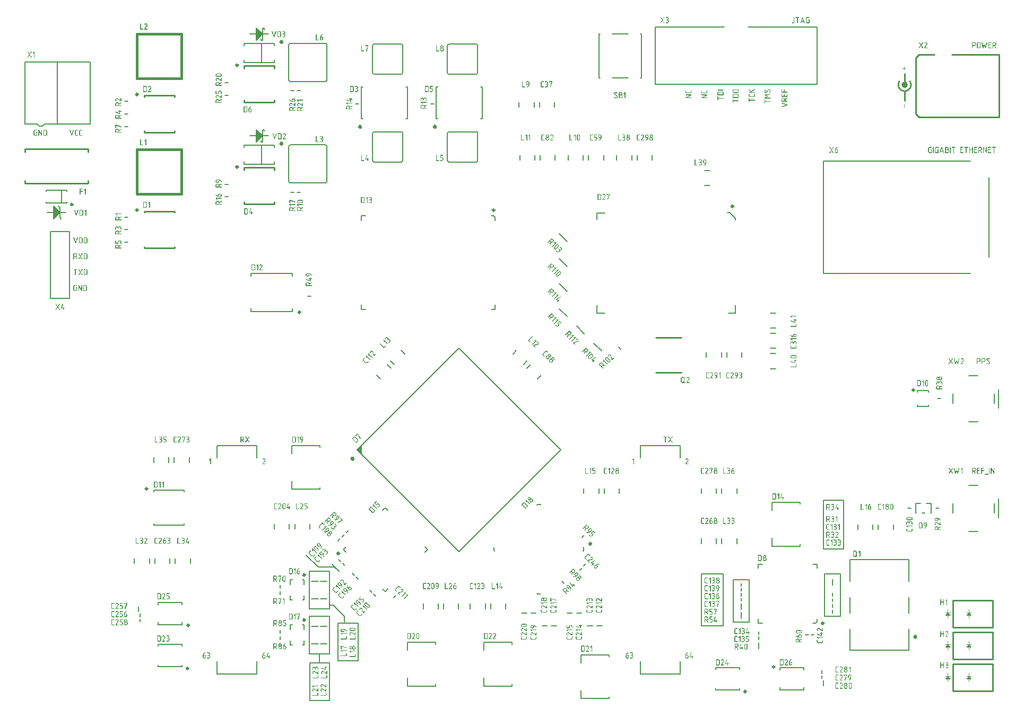
<source format=gto>
G04 Layer_Color=65535*
%FSLAX44Y44*%
%MOMM*%
G71*
G01*
G75*
%ADD65C,0.1000*%
%ADD67C,0.2500*%
%ADD68C,0.3500*%
%ADD70C,0.1500*%
%ADD101C,0.1778*%
%ADD102C,0.5080*%
%ADD103C,0.2540*%
%ADD104C,0.2000*%
%ADD105C,0.3810*%
%ADD106C,0.1780*%
G36*
X689500Y1533426D02*
X689577Y1533413D01*
X689718Y1533349D01*
X689769Y1533311D01*
X689795Y1533272D01*
X689820Y1533259D01*
X689833Y1533246D01*
X689885Y1533182D01*
X689923Y1533105D01*
X689974Y1532964D01*
X689987Y1532900D01*
X690000Y1532849D01*
Y1532823D01*
Y1532810D01*
X689987Y1532695D01*
X689962Y1532592D01*
X689923Y1532515D01*
X689872Y1532451D01*
X689820Y1532400D01*
X689782Y1532361D01*
X689756Y1532349D01*
X689743Y1532336D01*
X686242Y1530117D01*
Y1528731D01*
X689397D01*
X689500Y1528719D01*
X689590Y1528706D01*
X689667Y1528680D01*
X689731Y1528642D01*
X689782Y1528603D01*
X689820Y1528577D01*
X689833Y1528565D01*
X689846Y1528552D01*
X689897Y1528488D01*
X689936Y1528411D01*
X689974Y1528270D01*
X689987Y1528206D01*
X690000Y1528167D01*
Y1528129D01*
Y1528116D01*
X689987Y1528026D01*
X689974Y1527949D01*
X689923Y1527808D01*
X689897Y1527757D01*
X689872Y1527718D01*
X689846Y1527692D01*
Y1527679D01*
X689782Y1527615D01*
X689705Y1527577D01*
X689564Y1527526D01*
X689500Y1527513D01*
X689448Y1527500D01*
X680906D01*
X680803Y1527513D01*
X680701Y1527526D01*
X680559Y1527603D01*
X680444Y1527692D01*
X680380Y1527808D01*
X680329Y1527923D01*
X680316Y1528026D01*
X680303Y1528090D01*
Y1528103D01*
Y1528116D01*
Y1531412D01*
X680329Y1531720D01*
X680393Y1531989D01*
X680470Y1532220D01*
X680572Y1532413D01*
X680675Y1532567D01*
X680752Y1532682D01*
X680816Y1532746D01*
X680842Y1532772D01*
X680957Y1532887D01*
X681085Y1532990D01*
X681214Y1533080D01*
X681342Y1533157D01*
X681585Y1533272D01*
X681816Y1533362D01*
X682022Y1533400D01*
X682099Y1533413D01*
X682176Y1533426D01*
X682240Y1533439D01*
X684202D01*
X684356Y1533426D01*
X684510Y1533413D01*
X684792Y1533336D01*
X685049Y1533221D01*
X685267Y1533105D01*
X685446Y1532977D01*
X685575Y1532862D01*
X685626Y1532823D01*
X685665Y1532785D01*
X685677Y1532772D01*
X685690Y1532759D01*
X685793Y1532656D01*
X685870Y1532554D01*
X686011Y1532336D01*
X686101Y1532118D01*
X686178Y1531900D01*
X686216Y1531707D01*
X686229Y1531630D01*
Y1531553D01*
X686242Y1531489D01*
Y1531463D01*
X689077Y1533349D01*
X689205Y1533400D01*
X689307Y1533426D01*
X689384Y1533439D01*
X689410D01*
X689500Y1533426D01*
D02*
G37*
G36*
X689487Y1540199D02*
X689564Y1540186D01*
X689692Y1540135D01*
X689743Y1540096D01*
X689782Y1540070D01*
X689808Y1540058D01*
X689820Y1540045D01*
X689885Y1539981D01*
X689923Y1539904D01*
X689974Y1539763D01*
X689987Y1539698D01*
X690000Y1539647D01*
Y1539609D01*
Y1539596D01*
Y1535825D01*
Y1535709D01*
X689974Y1535620D01*
X689949Y1535530D01*
X689923Y1535453D01*
X689833Y1535337D01*
X689743Y1535260D01*
X689654Y1535222D01*
X689564Y1535196D01*
X689513Y1535183D01*
X689487D01*
X689333Y1535209D01*
X689205Y1535247D01*
X689141Y1535273D01*
X689102Y1535286D01*
X689077Y1535312D01*
X689064D01*
X683522Y1538788D01*
X683407Y1538839D01*
X683291Y1538878D01*
X683189Y1538903D01*
X683086Y1538929D01*
X682997D01*
X682932Y1538942D01*
X682881D01*
X682676Y1538929D01*
X682496Y1538878D01*
X682329Y1538813D01*
X682188Y1538736D01*
X682073Y1538647D01*
X681983Y1538582D01*
X681932Y1538531D01*
X681919Y1538518D01*
X681791Y1538339D01*
X681688Y1538159D01*
X681624Y1537980D01*
X681573Y1537813D01*
X681547Y1537672D01*
X681521Y1537556D01*
Y1537479D01*
Y1537466D01*
Y1537454D01*
X681534Y1537325D01*
X681547Y1537210D01*
X681573Y1537095D01*
X681611Y1537005D01*
X681650Y1536928D01*
X681675Y1536864D01*
X681688Y1536825D01*
X681701Y1536812D01*
X681765Y1536710D01*
X681842Y1536620D01*
X681919Y1536530D01*
X681996Y1536466D01*
X682073Y1536402D01*
X682124Y1536363D01*
X682163Y1536338D01*
X682176Y1536325D01*
X682265Y1536261D01*
X682342Y1536184D01*
X682394Y1536094D01*
X682419Y1536017D01*
X682445Y1535940D01*
X682458Y1535876D01*
Y1535838D01*
Y1535825D01*
X682445Y1535735D01*
X682432Y1535658D01*
X682368Y1535530D01*
X682342Y1535478D01*
X682317Y1535440D01*
X682304Y1535414D01*
X682291Y1535401D01*
X682227Y1535337D01*
X682150Y1535286D01*
X682073Y1535260D01*
X682009Y1535235D01*
X681945Y1535222D01*
X681893Y1535209D01*
X681855D01*
X681740Y1535222D01*
X681650Y1535247D01*
X681585Y1535273D01*
X681560Y1535286D01*
X681355Y1535427D01*
X681175Y1535581D01*
X681021Y1535735D01*
X680893Y1535876D01*
X680790Y1536004D01*
X680713Y1536107D01*
X680662Y1536171D01*
X680649Y1536197D01*
X680534Y1536415D01*
X680444Y1536620D01*
X680393Y1536825D01*
X680341Y1537005D01*
X680316Y1537159D01*
X680303Y1537287D01*
Y1537364D01*
Y1537377D01*
Y1537390D01*
X680316Y1537608D01*
X680341Y1537813D01*
X680380Y1538005D01*
X680444Y1538185D01*
X680585Y1538531D01*
X680662Y1538685D01*
X680739Y1538826D01*
X680829Y1538954D01*
X680906Y1539057D01*
X680983Y1539160D01*
X681047Y1539237D01*
X681111Y1539301D01*
X681149Y1539352D01*
X681175Y1539378D01*
X681188Y1539391D01*
X681316Y1539532D01*
X681457Y1539647D01*
X681598Y1539750D01*
X681740Y1539839D01*
X681881Y1539917D01*
X682022Y1539968D01*
X682291Y1540070D01*
X682535Y1540122D01*
X682637Y1540135D01*
X682727Y1540147D01*
X682804Y1540160D01*
X682907D01*
X683138Y1540147D01*
X683369Y1540109D01*
X683587Y1540058D01*
X683766Y1540006D01*
X683920Y1539942D01*
X684048Y1539891D01*
X684125Y1539852D01*
X684138Y1539839D01*
X684151D01*
X688794Y1536812D01*
Y1539596D01*
X688807Y1539698D01*
X688820Y1539788D01*
X688846Y1539865D01*
X688884Y1539929D01*
X688923Y1539981D01*
X688948Y1540019D01*
X688961Y1540032D01*
X688974Y1540045D01*
X689038Y1540096D01*
X689115Y1540147D01*
X689243Y1540186D01*
X689307Y1540199D01*
X689359Y1540211D01*
X689397D01*
X689487Y1540199D01*
D02*
G37*
G36*
X937563Y1484184D02*
X937653Y1484171D01*
X937794Y1484120D01*
X937846Y1484082D01*
X937884Y1484056D01*
X937897Y1484043D01*
X937910Y1484030D01*
X937974Y1483966D01*
X938025Y1483902D01*
X938051Y1483825D01*
X938076Y1483761D01*
X938089Y1483710D01*
X938102Y1483658D01*
Y1483633D01*
Y1483620D01*
Y1483556D01*
X938089Y1483530D01*
Y1483517D01*
Y1483453D01*
X938076Y1483428D01*
Y1483415D01*
X935242Y1475013D01*
X935165Y1474846D01*
X935075Y1474718D01*
X934972Y1474641D01*
X934883Y1474577D01*
X934793Y1474539D01*
X934729Y1474526D01*
X934677Y1474513D01*
X934665D01*
X934523Y1474539D01*
X934408Y1474590D01*
X934305Y1474667D01*
X934215Y1474769D01*
X934151Y1474859D01*
X934113Y1474936D01*
X934087Y1474987D01*
X934074Y1475013D01*
X931240Y1483415D01*
X931227Y1483479D01*
X931214Y1483504D01*
Y1483582D01*
Y1483607D01*
Y1483620D01*
X931227Y1483710D01*
X931240Y1483787D01*
X931317Y1483915D01*
X931342Y1483966D01*
X931381Y1484005D01*
X931394Y1484018D01*
X931406Y1484030D01*
X931483Y1484082D01*
X931560Y1484133D01*
X931689Y1484171D01*
X931753Y1484184D01*
X931791Y1484197D01*
X931830D01*
X931932Y1484184D01*
X932022Y1484171D01*
X932086Y1484159D01*
X932099Y1484146D01*
X932112D01*
X932189Y1484107D01*
X932253Y1484043D01*
X932304Y1483992D01*
X932343Y1483928D01*
X932381Y1483876D01*
X932394Y1483825D01*
X932407Y1483799D01*
Y1483787D01*
X934665Y1476822D01*
X936922Y1483787D01*
X936986Y1483915D01*
X937050Y1484005D01*
X937114Y1484069D01*
X937140Y1484082D01*
X937255Y1484146D01*
X937371Y1484184D01*
X937448Y1484197D01*
X937474D01*
X937563Y1484184D01*
D02*
G37*
G36*
X944105Y1484171D02*
X944374Y1484107D01*
X944605Y1484030D01*
X944798Y1483928D01*
X944952Y1483825D01*
X945067Y1483748D01*
X945131Y1483684D01*
X945157Y1483658D01*
X945272Y1483543D01*
X945375Y1483415D01*
X945465Y1483286D01*
X945542Y1483158D01*
X945657Y1482914D01*
X945747Y1482684D01*
X945786Y1482478D01*
X945798Y1482401D01*
X945811Y1482324D01*
X945824Y1482260D01*
Y1482222D01*
Y1482196D01*
Y1482183D01*
Y1476527D01*
Y1476373D01*
X945798Y1476219D01*
X945734Y1475937D01*
X945631Y1475693D01*
X945529Y1475475D01*
X945426Y1475308D01*
X945324Y1475180D01*
X945285Y1475141D01*
X945260Y1475103D01*
X945247Y1475090D01*
X945234Y1475077D01*
X945118Y1474975D01*
X945003Y1474885D01*
X944759Y1474744D01*
X944516Y1474641D01*
X944297Y1474577D01*
X944092Y1474526D01*
X944015Y1474513D01*
X943938D01*
X943874Y1474500D01*
X940501D01*
X940398Y1474513D01*
X940295Y1474526D01*
X940142Y1474590D01*
X940039Y1474692D01*
X939962Y1474808D01*
X939923Y1474910D01*
X939898Y1475013D01*
X939885Y1475077D01*
Y1475103D01*
Y1483594D01*
X939898Y1483697D01*
X939911Y1483799D01*
X939988Y1483941D01*
X940077Y1484056D01*
X940193Y1484120D01*
X940308Y1484171D01*
X940411Y1484184D01*
X940475Y1484197D01*
X943797D01*
X944105Y1484171D01*
D02*
G37*
G36*
X949993Y1484184D02*
X950198Y1484159D01*
X950390Y1484120D01*
X950570Y1484056D01*
X950916Y1483915D01*
X951070Y1483838D01*
X951211Y1483761D01*
X951340Y1483671D01*
X951442Y1483594D01*
X951545Y1483517D01*
X951622Y1483453D01*
X951686Y1483389D01*
X951737Y1483351D01*
X951763Y1483325D01*
X951776Y1483312D01*
X951917Y1483184D01*
X952032Y1483043D01*
X952135Y1482902D01*
X952225Y1482761D01*
X952302Y1482619D01*
X952353Y1482478D01*
X952456Y1482209D01*
X952507Y1481965D01*
X952520Y1481863D01*
X952533Y1481773D01*
X952545Y1481696D01*
Y1481645D01*
Y1481606D01*
Y1481593D01*
X952533Y1481362D01*
X952494Y1481131D01*
X952443Y1480914D01*
X952391Y1480734D01*
X952327Y1480580D01*
X952276Y1480452D01*
X952237Y1480375D01*
X952225Y1480362D01*
Y1480349D01*
X949197Y1475706D01*
X951981D01*
X952084Y1475693D01*
X952173Y1475680D01*
X952250Y1475654D01*
X952314Y1475616D01*
X952366Y1475577D01*
X952404Y1475552D01*
X952417Y1475539D01*
X952430Y1475526D01*
X952481Y1475462D01*
X952533Y1475385D01*
X952571Y1475257D01*
X952584Y1475193D01*
X952597Y1475141D01*
Y1475116D01*
Y1475103D01*
X952584Y1475013D01*
X952571Y1474936D01*
X952520Y1474808D01*
X952481Y1474756D01*
X952456Y1474718D01*
X952443Y1474692D01*
X952430Y1474680D01*
X952366Y1474615D01*
X952289Y1474577D01*
X952148Y1474526D01*
X952084Y1474513D01*
X952032Y1474500D01*
X948094D01*
X948005Y1474526D01*
X947915Y1474551D01*
X947838Y1474577D01*
X947722Y1474667D01*
X947645Y1474756D01*
X947607Y1474846D01*
X947581Y1474936D01*
X947568Y1474987D01*
Y1475013D01*
X947594Y1475167D01*
X947633Y1475295D01*
X947658Y1475359D01*
X947671Y1475398D01*
X947697Y1475423D01*
Y1475436D01*
X951173Y1480978D01*
X951224Y1481093D01*
X951263Y1481208D01*
X951288Y1481311D01*
X951314Y1481414D01*
Y1481503D01*
X951327Y1481568D01*
Y1481606D01*
Y1481619D01*
X951314Y1481824D01*
X951263Y1482004D01*
X951199Y1482171D01*
X951122Y1482312D01*
X951032Y1482427D01*
X950968Y1482517D01*
X950916Y1482568D01*
X950903Y1482581D01*
X950724Y1482709D01*
X950544Y1482812D01*
X950365Y1482876D01*
X950198Y1482927D01*
X950057Y1482953D01*
X949941Y1482979D01*
X949839D01*
X949710Y1482966D01*
X949595Y1482953D01*
X949480Y1482927D01*
X949390Y1482889D01*
X949313Y1482850D01*
X949249Y1482825D01*
X949210Y1482812D01*
X949197Y1482799D01*
X949095Y1482735D01*
X949005Y1482658D01*
X948915Y1482581D01*
X948851Y1482504D01*
X948787Y1482427D01*
X948748Y1482376D01*
X948723Y1482337D01*
X948710Y1482324D01*
X948646Y1482235D01*
X948569Y1482158D01*
X948479Y1482106D01*
X948402Y1482081D01*
X948325Y1482055D01*
X948261Y1482042D01*
X948210D01*
X948120Y1482055D01*
X948043Y1482068D01*
X947915Y1482132D01*
X947863Y1482158D01*
X947825Y1482183D01*
X947799Y1482196D01*
X947786Y1482209D01*
X947722Y1482273D01*
X947671Y1482350D01*
X947645Y1482427D01*
X947620Y1482491D01*
X947607Y1482555D01*
X947594Y1482607D01*
Y1482632D01*
Y1482645D01*
X947607Y1482761D01*
X947633Y1482850D01*
X947658Y1482914D01*
X947671Y1482940D01*
X947812Y1483145D01*
X947966Y1483325D01*
X948120Y1483479D01*
X948261Y1483607D01*
X948389Y1483710D01*
X948492Y1483787D01*
X948556Y1483838D01*
X948582Y1483851D01*
X948800Y1483966D01*
X949005Y1484056D01*
X949210Y1484107D01*
X949390Y1484159D01*
X949544Y1484184D01*
X949672Y1484197D01*
X949775D01*
X949993Y1484184D01*
D02*
G37*
G36*
X689500Y1490926D02*
X689577Y1490913D01*
X689718Y1490849D01*
X689769Y1490811D01*
X689795Y1490772D01*
X689820Y1490759D01*
X689833Y1490746D01*
X689885Y1490682D01*
X689923Y1490605D01*
X689974Y1490464D01*
X689987Y1490400D01*
X690000Y1490349D01*
Y1490323D01*
Y1490310D01*
X689987Y1490195D01*
X689962Y1490092D01*
X689923Y1490015D01*
X689872Y1489951D01*
X689820Y1489900D01*
X689782Y1489861D01*
X689756Y1489849D01*
X689743Y1489836D01*
X686242Y1487617D01*
Y1486231D01*
X689397D01*
X689500Y1486219D01*
X689590Y1486206D01*
X689667Y1486180D01*
X689731Y1486142D01*
X689782Y1486103D01*
X689820Y1486077D01*
X689833Y1486065D01*
X689846Y1486052D01*
X689897Y1485988D01*
X689936Y1485911D01*
X689974Y1485770D01*
X689987Y1485706D01*
X690000Y1485667D01*
Y1485629D01*
Y1485616D01*
X689987Y1485526D01*
X689974Y1485449D01*
X689923Y1485308D01*
X689897Y1485257D01*
X689872Y1485218D01*
X689846Y1485192D01*
Y1485180D01*
X689782Y1485115D01*
X689705Y1485077D01*
X689564Y1485026D01*
X689500Y1485013D01*
X689448Y1485000D01*
X680906D01*
X680803Y1485013D01*
X680701Y1485026D01*
X680559Y1485103D01*
X680444Y1485192D01*
X680380Y1485308D01*
X680329Y1485423D01*
X680316Y1485526D01*
X680303Y1485590D01*
Y1485603D01*
Y1485616D01*
Y1488912D01*
X680329Y1489220D01*
X680393Y1489489D01*
X680470Y1489720D01*
X680572Y1489913D01*
X680675Y1490067D01*
X680752Y1490182D01*
X680816Y1490246D01*
X680842Y1490272D01*
X680957Y1490387D01*
X681085Y1490490D01*
X681214Y1490580D01*
X681342Y1490657D01*
X681585Y1490772D01*
X681816Y1490862D01*
X682022Y1490900D01*
X682099Y1490913D01*
X682176Y1490926D01*
X682240Y1490939D01*
X684202D01*
X684356Y1490926D01*
X684510Y1490913D01*
X684792Y1490836D01*
X685049Y1490721D01*
X685267Y1490605D01*
X685446Y1490477D01*
X685575Y1490362D01*
X685626Y1490323D01*
X685665Y1490285D01*
X685677Y1490272D01*
X685690Y1490259D01*
X685793Y1490156D01*
X685870Y1490054D01*
X686011Y1489836D01*
X686101Y1489618D01*
X686178Y1489400D01*
X686216Y1489207D01*
X686229Y1489130D01*
Y1489053D01*
X686242Y1488989D01*
Y1488963D01*
X689077Y1490849D01*
X689205Y1490900D01*
X689307Y1490926D01*
X689384Y1490939D01*
X689410D01*
X689500Y1490926D01*
D02*
G37*
G36*
Y1306006D02*
X689577Y1305993D01*
X689718Y1305929D01*
X689769Y1305891D01*
X689795Y1305852D01*
X689820Y1305839D01*
X689833Y1305827D01*
X689885Y1305762D01*
X689923Y1305685D01*
X689974Y1305544D01*
X689987Y1305480D01*
X690000Y1305429D01*
Y1305403D01*
Y1305390D01*
X689987Y1305275D01*
X689962Y1305172D01*
X689923Y1305095D01*
X689872Y1305031D01*
X689820Y1304980D01*
X689782Y1304941D01*
X689756Y1304929D01*
X689743Y1304916D01*
X686242Y1302697D01*
Y1301311D01*
X689397D01*
X689500Y1301299D01*
X689590Y1301286D01*
X689667Y1301260D01*
X689731Y1301222D01*
X689782Y1301183D01*
X689820Y1301158D01*
X689833Y1301145D01*
X689846Y1301132D01*
X689897Y1301068D01*
X689936Y1300991D01*
X689974Y1300850D01*
X689987Y1300786D01*
X690000Y1300747D01*
Y1300708D01*
Y1300696D01*
X689987Y1300606D01*
X689974Y1300529D01*
X689923Y1300388D01*
X689897Y1300336D01*
X689872Y1300298D01*
X689846Y1300272D01*
Y1300260D01*
X689782Y1300195D01*
X689705Y1300157D01*
X689564Y1300106D01*
X689500Y1300093D01*
X689448Y1300080D01*
X680906D01*
X680803Y1300093D01*
X680701Y1300106D01*
X680559Y1300183D01*
X680444Y1300272D01*
X680380Y1300388D01*
X680329Y1300503D01*
X680316Y1300606D01*
X680303Y1300670D01*
Y1300683D01*
Y1300696D01*
Y1303992D01*
X680329Y1304300D01*
X680393Y1304570D01*
X680470Y1304800D01*
X680572Y1304993D01*
X680675Y1305147D01*
X680752Y1305262D01*
X680816Y1305326D01*
X680842Y1305352D01*
X680957Y1305467D01*
X681085Y1305570D01*
X681214Y1305660D01*
X681342Y1305737D01*
X681585Y1305852D01*
X681816Y1305942D01*
X682022Y1305980D01*
X682099Y1305993D01*
X682176Y1306006D01*
X682240Y1306019D01*
X684202D01*
X684356Y1306006D01*
X684510Y1305993D01*
X684792Y1305916D01*
X685049Y1305801D01*
X685267Y1305685D01*
X685446Y1305557D01*
X685575Y1305442D01*
X685626Y1305403D01*
X685665Y1305365D01*
X685677Y1305352D01*
X685690Y1305339D01*
X685793Y1305237D01*
X685870Y1305134D01*
X686011Y1304916D01*
X686101Y1304698D01*
X686178Y1304480D01*
X686216Y1304287D01*
X686229Y1304210D01*
Y1304133D01*
X686242Y1304069D01*
Y1304043D01*
X689077Y1305929D01*
X689205Y1305980D01*
X689307Y1306006D01*
X689384Y1306019D01*
X689410D01*
X689500Y1306006D01*
D02*
G37*
G36*
X687691Y1312779D02*
X687871Y1312766D01*
X688050Y1312727D01*
X688217Y1312676D01*
X688525Y1312561D01*
X688782Y1312432D01*
X688897Y1312355D01*
X688999Y1312291D01*
X689077Y1312227D01*
X689154Y1312176D01*
X689205Y1312125D01*
X689243Y1312086D01*
X689269Y1312073D01*
X689282Y1312060D01*
X689410Y1311919D01*
X689513Y1311778D01*
X689615Y1311624D01*
X689692Y1311470D01*
X689820Y1311175D01*
X689910Y1310906D01*
X689962Y1310662D01*
X689974Y1310560D01*
X689987Y1310470D01*
X690000Y1310393D01*
Y1310342D01*
Y1310303D01*
Y1310290D01*
Y1308405D01*
X689987Y1308302D01*
X689974Y1308212D01*
X689949Y1308135D01*
X689910Y1308071D01*
X689885Y1308020D01*
X689859Y1307981D01*
X689846Y1307969D01*
X689833Y1307956D01*
X689756Y1307905D01*
X689692Y1307866D01*
X689551Y1307815D01*
X689487Y1307802D01*
X689436Y1307789D01*
X689397D01*
X689307Y1307802D01*
X689230Y1307815D01*
X689089Y1307866D01*
X689038Y1307892D01*
X688999Y1307917D01*
X688987Y1307943D01*
X688974D01*
X688910Y1308007D01*
X688871Y1308084D01*
X688820Y1308238D01*
X688807Y1308302D01*
X688794Y1308353D01*
Y1308392D01*
Y1308405D01*
Y1310290D01*
X688782Y1310470D01*
X688743Y1310637D01*
X688730Y1310688D01*
X688717Y1310739D01*
X688705Y1310765D01*
Y1310778D01*
X688615Y1310945D01*
X688525Y1311073D01*
X688486Y1311124D01*
X688448Y1311163D01*
X688435Y1311175D01*
X688422Y1311188D01*
X688268Y1311304D01*
X688140Y1311393D01*
X688076Y1311419D01*
X688037Y1311445D01*
X688012Y1311458D01*
X687999D01*
X687820Y1311522D01*
X687665Y1311547D01*
X687601Y1311560D01*
X686562D01*
X686383Y1311547D01*
X686216Y1311509D01*
X686165Y1311496D01*
X686114Y1311470D01*
X686088Y1311458D01*
X686075D01*
X685908Y1311381D01*
X685780Y1311291D01*
X685729Y1311252D01*
X685690Y1311214D01*
X685677Y1311201D01*
X685665Y1311188D01*
X685549Y1311047D01*
X685459Y1310919D01*
X685434Y1310855D01*
X685408Y1310816D01*
X685395Y1310791D01*
Y1310778D01*
X685331Y1310611D01*
X685305Y1310444D01*
X685293Y1310380D01*
Y1310329D01*
Y1310303D01*
Y1310290D01*
Y1308405D01*
X685280Y1308302D01*
X685267Y1308199D01*
X685190Y1308046D01*
X685100Y1307943D01*
X684985Y1307866D01*
X684869Y1307827D01*
X684767Y1307802D01*
X684703Y1307789D01*
X680906D01*
X680803Y1307802D01*
X680701Y1307815D01*
X680559Y1307892D01*
X680444Y1307981D01*
X680380Y1308097D01*
X680329Y1308212D01*
X680316Y1308315D01*
X680303Y1308379D01*
Y1308392D01*
Y1308405D01*
Y1312176D01*
X680316Y1312278D01*
X680329Y1312381D01*
X680354Y1312458D01*
X680393Y1312522D01*
X680431Y1312574D01*
X680457Y1312612D01*
X680470Y1312625D01*
X680482Y1312638D01*
X680546Y1312689D01*
X680623Y1312727D01*
X680765Y1312779D01*
X680816D01*
X680867Y1312792D01*
X680906D01*
X680995Y1312779D01*
X681072Y1312766D01*
X681201Y1312715D01*
X681252Y1312676D01*
X681291Y1312650D01*
X681316Y1312638D01*
X681329Y1312625D01*
X681393Y1312561D01*
X681444Y1312484D01*
X681470Y1312407D01*
X681496Y1312343D01*
X681509Y1312278D01*
X681521Y1312227D01*
Y1312189D01*
Y1312176D01*
Y1309020D01*
X684074D01*
Y1310290D01*
X684087Y1310483D01*
X684100Y1310662D01*
X684138Y1310842D01*
X684189Y1311009D01*
X684305Y1311304D01*
X684433Y1311560D01*
X684510Y1311676D01*
X684574Y1311778D01*
X684638Y1311855D01*
X684690Y1311932D01*
X684741Y1311983D01*
X684780Y1312022D01*
X684792Y1312048D01*
X684805Y1312060D01*
X684946Y1312189D01*
X685087Y1312304D01*
X685241Y1312394D01*
X685382Y1312484D01*
X685536Y1312561D01*
X685677Y1312612D01*
X685959Y1312702D01*
X686203Y1312753D01*
X686306Y1312766D01*
X686396Y1312779D01*
X686460Y1312792D01*
X687499D01*
X687691Y1312779D01*
D02*
G37*
G36*
X687717Y1335227D02*
X687896Y1335215D01*
X688076Y1335176D01*
X688243Y1335125D01*
X688538Y1335009D01*
X688794Y1334881D01*
X688910Y1334804D01*
X689012Y1334740D01*
X689089Y1334676D01*
X689166Y1334624D01*
X689218Y1334573D01*
X689256Y1334535D01*
X689282Y1334522D01*
X689295Y1334509D01*
X689423Y1334368D01*
X689525Y1334227D01*
X689628Y1334073D01*
X689705Y1333919D01*
X689833Y1333624D01*
X689923Y1333355D01*
X689974Y1333111D01*
X689987Y1333008D01*
X690000Y1332919D01*
X690013Y1332842D01*
Y1332790D01*
Y1332752D01*
Y1332739D01*
Y1330853D01*
X690000Y1330751D01*
X689987Y1330661D01*
X689962Y1330584D01*
X689923Y1330520D01*
X689885Y1330469D01*
X689859Y1330430D01*
X689846Y1330417D01*
X689833Y1330405D01*
X689769Y1330353D01*
X689692Y1330315D01*
X689551Y1330263D01*
X689500Y1330251D01*
X689448Y1330238D01*
X689410D01*
X689320Y1330251D01*
X689243Y1330263D01*
X689115Y1330315D01*
X689064Y1330340D01*
X689025Y1330366D01*
X688999Y1330392D01*
X688987D01*
X688923Y1330456D01*
X688871Y1330533D01*
X688846Y1330610D01*
X688820Y1330687D01*
X688807Y1330751D01*
X688794Y1330802D01*
Y1330841D01*
Y1330853D01*
Y1332739D01*
X688782Y1332931D01*
X688743Y1333085D01*
X688730Y1333149D01*
X688717Y1333188D01*
X688705Y1333214D01*
Y1333226D01*
X688615Y1333393D01*
X688525Y1333521D01*
X688499Y1333573D01*
X688461Y1333611D01*
X688448Y1333624D01*
X688435Y1333637D01*
X688294Y1333752D01*
X688166Y1333842D01*
X688102Y1333868D01*
X688063Y1333893D01*
X688037Y1333906D01*
X688025D01*
X687845Y1333970D01*
X687678Y1333996D01*
X687614Y1334009D01*
X686562D01*
X686383Y1333996D01*
X686229Y1333958D01*
X686165Y1333945D01*
X686126Y1333919D01*
X686101Y1333906D01*
X686088D01*
X685921Y1333829D01*
X685793Y1333739D01*
X685742Y1333701D01*
X685703Y1333663D01*
X685690Y1333650D01*
X685677Y1333637D01*
X685562Y1333496D01*
X685472Y1333367D01*
X685446Y1333303D01*
X685421Y1333265D01*
X685408Y1333239D01*
Y1333226D01*
X685344Y1333060D01*
X685318Y1332906D01*
X685305Y1332842D01*
Y1332790D01*
Y1332752D01*
Y1332739D01*
Y1331790D01*
X685293Y1331700D01*
X685280Y1331610D01*
X685216Y1331469D01*
X685177Y1331418D01*
X685151Y1331379D01*
X685139Y1331366D01*
X685126Y1331354D01*
X685049Y1331302D01*
X684985Y1331264D01*
X684844Y1331213D01*
X684780Y1331200D01*
X684728Y1331187D01*
X684690D01*
X684600Y1331200D01*
X684523Y1331213D01*
X684382Y1331264D01*
X684331Y1331290D01*
X684292Y1331315D01*
X684279Y1331341D01*
X684266D01*
X684202Y1331405D01*
X684164Y1331482D01*
X684112Y1331623D01*
X684100Y1331687D01*
X684087Y1331738D01*
Y1331777D01*
Y1331790D01*
Y1332739D01*
X684074Y1332931D01*
X684023Y1333111D01*
X683959Y1333265D01*
X683894Y1333406D01*
X683817Y1333509D01*
X683766Y1333586D01*
X683715Y1333637D01*
X683702Y1333650D01*
X683548Y1333765D01*
X683381Y1333842D01*
X683227Y1333906D01*
X683074Y1333945D01*
X682958Y1333970D01*
X682855Y1333983D01*
X682766D01*
X682586Y1333970D01*
X682419Y1333932D01*
X682278Y1333893D01*
X682150Y1333842D01*
X682047Y1333778D01*
X681983Y1333739D01*
X681932Y1333701D01*
X681919Y1333688D01*
X681791Y1333547D01*
X681701Y1333393D01*
X681624Y1333239D01*
X681585Y1333085D01*
X681560Y1332944D01*
X681534Y1332842D01*
Y1332765D01*
Y1332752D01*
Y1332739D01*
Y1330853D01*
X681521Y1330751D01*
X681509Y1330661D01*
X681483Y1330584D01*
X681444Y1330520D01*
X681406Y1330469D01*
X681380Y1330430D01*
X681367Y1330417D01*
X681355Y1330405D01*
X681278Y1330353D01*
X681214Y1330315D01*
X681060Y1330263D01*
X680995Y1330251D01*
X680944Y1330238D01*
X680906D01*
X680829Y1330251D01*
X680752Y1330263D01*
X680623Y1330315D01*
X680572Y1330340D01*
X680534Y1330366D01*
X680521Y1330392D01*
X680508D01*
X680444Y1330456D01*
X680393Y1330533D01*
X680367Y1330610D01*
X680341Y1330687D01*
X680329Y1330751D01*
X680316Y1330802D01*
Y1330841D01*
Y1330853D01*
Y1332739D01*
X680329Y1332957D01*
X680341Y1333149D01*
X680380Y1333329D01*
X680431Y1333496D01*
X680482Y1333650D01*
X680546Y1333791D01*
X680611Y1333919D01*
X680675Y1334034D01*
X680739Y1334124D01*
X680803Y1334214D01*
X680867Y1334291D01*
X680919Y1334342D01*
X680970Y1334394D01*
X681008Y1334419D01*
X681021Y1334445D01*
X681034D01*
X681175Y1334586D01*
X681329Y1334702D01*
X681470Y1334817D01*
X681624Y1334907D01*
X681765Y1334984D01*
X681919Y1335048D01*
X682188Y1335138D01*
X682432Y1335202D01*
X682535Y1335215D01*
X682625Y1335227D01*
X682689Y1335240D01*
X682791D01*
X683009Y1335227D01*
X683227Y1335202D01*
X683420Y1335163D01*
X683587Y1335125D01*
X683728Y1335074D01*
X683843Y1335035D01*
X683907Y1335009D01*
X683933Y1334996D01*
X684112Y1334894D01*
X684279Y1334791D01*
X684408Y1334676D01*
X684523Y1334560D01*
X684600Y1334471D01*
X684664Y1334394D01*
X684703Y1334342D01*
X684715Y1334317D01*
X684818Y1334458D01*
X684933Y1334586D01*
X685062Y1334702D01*
X685177Y1334791D01*
X685293Y1334868D01*
X685382Y1334920D01*
X685434Y1334958D01*
X685459Y1334971D01*
X685652Y1335061D01*
X685844Y1335125D01*
X686024Y1335176D01*
X686203Y1335202D01*
X686344Y1335227D01*
X686460Y1335240D01*
X687524D01*
X687717Y1335227D01*
D02*
G37*
G36*
X680906Y1497711D02*
X680970D01*
X681008Y1497699D01*
X681060Y1497686D01*
X681072D01*
X689564Y1495326D01*
X689705Y1495262D01*
X689820Y1495185D01*
X689897Y1495082D01*
X689949Y1494992D01*
X689974Y1494902D01*
X689987Y1494825D01*
X690000Y1494774D01*
Y1494749D01*
X689987Y1494659D01*
X689974Y1494569D01*
X689923Y1494441D01*
X689897Y1494389D01*
X689872Y1494351D01*
X689846Y1494325D01*
Y1494312D01*
X689782Y1494248D01*
X689705Y1494210D01*
X689564Y1494158D01*
X689500Y1494146D01*
X689448Y1494133D01*
X689320D01*
X689269Y1494146D01*
X689230D01*
X681521Y1496339D01*
Y1493940D01*
X681842D01*
X681945Y1493928D01*
X682047Y1493915D01*
X682124Y1493889D01*
X682188Y1493851D01*
X682240Y1493812D01*
X682278Y1493786D01*
X682291Y1493774D01*
X682304Y1493761D01*
X682355Y1493697D01*
X682394Y1493620D01*
X682432Y1493479D01*
X682445Y1493414D01*
X682458Y1493376D01*
Y1493338D01*
Y1493325D01*
X682445Y1493235D01*
X682432Y1493158D01*
X682381Y1493017D01*
X682355Y1492966D01*
X682329Y1492927D01*
X682304Y1492901D01*
Y1492889D01*
X682240Y1492824D01*
X682163Y1492786D01*
X682009Y1492735D01*
X681945Y1492722D01*
X681893Y1492709D01*
X680906D01*
X680803Y1492722D01*
X680701Y1492735D01*
X680559Y1492812D01*
X680444Y1492901D01*
X680380Y1493017D01*
X680329Y1493132D01*
X680316Y1493235D01*
X680303Y1493299D01*
Y1493312D01*
Y1493325D01*
Y1497096D01*
Y1497211D01*
X680329Y1497301D01*
X680354Y1497391D01*
X680380Y1497455D01*
X680470Y1497570D01*
X680559Y1497647D01*
X680649Y1497686D01*
X680739Y1497711D01*
X680790Y1497724D01*
X680880D01*
X680906Y1497711D01*
D02*
G37*
G36*
X689500Y1328506D02*
X689577Y1328493D01*
X689718Y1328429D01*
X689769Y1328391D01*
X689795Y1328352D01*
X689820Y1328339D01*
X689833Y1328327D01*
X689885Y1328262D01*
X689923Y1328185D01*
X689974Y1328044D01*
X689987Y1327980D01*
X690000Y1327929D01*
Y1327903D01*
Y1327890D01*
X689987Y1327775D01*
X689962Y1327672D01*
X689923Y1327595D01*
X689872Y1327531D01*
X689820Y1327480D01*
X689782Y1327441D01*
X689756Y1327429D01*
X689743Y1327416D01*
X686242Y1325197D01*
Y1323811D01*
X689397D01*
X689500Y1323799D01*
X689590Y1323786D01*
X689667Y1323760D01*
X689731Y1323722D01*
X689782Y1323683D01*
X689820Y1323657D01*
X689833Y1323645D01*
X689846Y1323632D01*
X689897Y1323568D01*
X689936Y1323491D01*
X689974Y1323350D01*
X689987Y1323286D01*
X690000Y1323247D01*
Y1323208D01*
Y1323196D01*
X689987Y1323106D01*
X689974Y1323029D01*
X689923Y1322888D01*
X689897Y1322836D01*
X689872Y1322798D01*
X689846Y1322772D01*
Y1322760D01*
X689782Y1322695D01*
X689705Y1322657D01*
X689564Y1322606D01*
X689500Y1322593D01*
X689448Y1322580D01*
X680906D01*
X680803Y1322593D01*
X680701Y1322606D01*
X680559Y1322683D01*
X680444Y1322772D01*
X680380Y1322888D01*
X680329Y1323003D01*
X680316Y1323106D01*
X680303Y1323170D01*
Y1323183D01*
Y1323196D01*
Y1326492D01*
X680329Y1326800D01*
X680393Y1327069D01*
X680470Y1327300D01*
X680572Y1327493D01*
X680675Y1327647D01*
X680752Y1327762D01*
X680816Y1327826D01*
X680842Y1327852D01*
X680957Y1327967D01*
X681085Y1328070D01*
X681214Y1328160D01*
X681342Y1328237D01*
X681585Y1328352D01*
X681816Y1328442D01*
X682022Y1328480D01*
X682099Y1328493D01*
X682176Y1328506D01*
X682240Y1328519D01*
X684202D01*
X684356Y1328506D01*
X684510Y1328493D01*
X684792Y1328416D01*
X685049Y1328301D01*
X685267Y1328185D01*
X685446Y1328057D01*
X685575Y1327942D01*
X685626Y1327903D01*
X685665Y1327865D01*
X685677Y1327852D01*
X685690Y1327839D01*
X685793Y1327736D01*
X685870Y1327634D01*
X686011Y1327416D01*
X686101Y1327198D01*
X686178Y1326980D01*
X686216Y1326787D01*
X686229Y1326710D01*
Y1326633D01*
X686242Y1326569D01*
Y1326543D01*
X689077Y1328429D01*
X689205Y1328480D01*
X689307Y1328506D01*
X689384Y1328519D01*
X689410D01*
X689500Y1328506D01*
D02*
G37*
G36*
Y1513426D02*
X689577Y1513413D01*
X689718Y1513349D01*
X689769Y1513311D01*
X689795Y1513272D01*
X689820Y1513259D01*
X689833Y1513246D01*
X689885Y1513182D01*
X689923Y1513105D01*
X689974Y1512964D01*
X689987Y1512900D01*
X690000Y1512849D01*
Y1512823D01*
Y1512810D01*
X689987Y1512695D01*
X689962Y1512592D01*
X689923Y1512515D01*
X689872Y1512451D01*
X689820Y1512400D01*
X689782Y1512361D01*
X689756Y1512349D01*
X689743Y1512336D01*
X686242Y1510117D01*
Y1508731D01*
X689397D01*
X689500Y1508719D01*
X689590Y1508706D01*
X689667Y1508680D01*
X689731Y1508642D01*
X689782Y1508603D01*
X689820Y1508577D01*
X689833Y1508565D01*
X689846Y1508552D01*
X689897Y1508488D01*
X689936Y1508411D01*
X689974Y1508270D01*
X689987Y1508205D01*
X690000Y1508167D01*
Y1508129D01*
Y1508116D01*
X689987Y1508026D01*
X689974Y1507949D01*
X689923Y1507808D01*
X689897Y1507757D01*
X689872Y1507718D01*
X689846Y1507692D01*
Y1507679D01*
X689782Y1507615D01*
X689705Y1507577D01*
X689564Y1507526D01*
X689500Y1507513D01*
X689448Y1507500D01*
X680906D01*
X680803Y1507513D01*
X680701Y1507526D01*
X680559Y1507603D01*
X680444Y1507692D01*
X680380Y1507808D01*
X680329Y1507923D01*
X680316Y1508026D01*
X680303Y1508090D01*
Y1508103D01*
Y1508116D01*
Y1511412D01*
X680329Y1511720D01*
X680393Y1511989D01*
X680470Y1512220D01*
X680572Y1512413D01*
X680675Y1512567D01*
X680752Y1512682D01*
X680816Y1512746D01*
X680842Y1512772D01*
X680957Y1512887D01*
X681085Y1512990D01*
X681214Y1513080D01*
X681342Y1513157D01*
X681585Y1513272D01*
X681816Y1513362D01*
X682022Y1513400D01*
X682099Y1513413D01*
X682176Y1513426D01*
X682240Y1513439D01*
X684202D01*
X684356Y1513426D01*
X684510Y1513413D01*
X684792Y1513336D01*
X685049Y1513221D01*
X685267Y1513105D01*
X685446Y1512977D01*
X685575Y1512862D01*
X685626Y1512823D01*
X685665Y1512785D01*
X685677Y1512772D01*
X685690Y1512759D01*
X685793Y1512656D01*
X685870Y1512554D01*
X686011Y1512336D01*
X686101Y1512118D01*
X686178Y1511900D01*
X686216Y1511707D01*
X686229Y1511630D01*
Y1511553D01*
X686242Y1511489D01*
Y1511463D01*
X689077Y1513349D01*
X689205Y1513400D01*
X689307Y1513426D01*
X689384Y1513439D01*
X689410D01*
X689500Y1513426D01*
D02*
G37*
G36*
X687678Y1521122D02*
X687807Y1521071D01*
X687858Y1521045D01*
X687896Y1521020D01*
X687922Y1521007D01*
X687935Y1520994D01*
X687999Y1520930D01*
X688037Y1520853D01*
X688089Y1520712D01*
X688102Y1520635D01*
X688114Y1520583D01*
Y1520545D01*
Y1520532D01*
Y1519737D01*
X689397D01*
X689500Y1519724D01*
X689590Y1519711D01*
X689667Y1519686D01*
X689731Y1519647D01*
X689782Y1519609D01*
X689820Y1519583D01*
X689833Y1519570D01*
X689846Y1519557D01*
X689897Y1519493D01*
X689936Y1519416D01*
X689974Y1519275D01*
X689987Y1519211D01*
X690000Y1519173D01*
Y1519134D01*
Y1519121D01*
X689987Y1519031D01*
X689974Y1518954D01*
X689923Y1518813D01*
X689897Y1518762D01*
X689872Y1518736D01*
X689846Y1518711D01*
Y1518698D01*
X689782Y1518634D01*
X689705Y1518595D01*
X689564Y1518544D01*
X689500Y1518531D01*
X689448Y1518518D01*
X688114D01*
Y1515825D01*
Y1515709D01*
X688089Y1515619D01*
X688063Y1515530D01*
X688037Y1515466D01*
X687948Y1515350D01*
X687845Y1515273D01*
X687755Y1515235D01*
X687665Y1515209D01*
X687614Y1515196D01*
X687589D01*
X687499Y1515209D01*
X687460D01*
X687396Y1515222D01*
X687358D01*
X687345Y1515235D01*
X687332D01*
X680739Y1517107D01*
X680598Y1517171D01*
X680495Y1517249D01*
X680444Y1517313D01*
X680418Y1517338D01*
X680354Y1517466D01*
X680316Y1517582D01*
X680303Y1517633D01*
Y1517659D01*
Y1517685D01*
Y1517697D01*
X680316Y1517787D01*
X680329Y1517864D01*
X680380Y1518005D01*
X680418Y1518057D01*
X680444Y1518095D01*
X680457Y1518108D01*
X680470Y1518121D01*
X680534Y1518185D01*
X680611Y1518236D01*
X680675Y1518262D01*
X680739Y1518288D01*
X680803Y1518300D01*
X680854Y1518313D01*
X681008D01*
X681060Y1518300D01*
X681072D01*
X686909Y1516594D01*
Y1518518D01*
X685613D01*
X685523Y1518531D01*
X685434Y1518544D01*
X685305Y1518608D01*
X685254Y1518634D01*
X685216Y1518659D01*
X685203Y1518672D01*
X685190Y1518685D01*
X685139Y1518749D01*
X685087Y1518826D01*
X685049Y1518967D01*
X685036Y1519031D01*
X685023Y1519083D01*
Y1519108D01*
Y1519121D01*
X685036Y1519211D01*
X685049Y1519288D01*
X685100Y1519429D01*
X685139Y1519480D01*
X685164Y1519519D01*
X685177Y1519532D01*
X685190Y1519545D01*
X685254Y1519609D01*
X685318Y1519660D01*
X685395Y1519686D01*
X685459Y1519711D01*
X685523Y1519724D01*
X685562Y1519737D01*
X686909D01*
Y1520532D01*
X686922Y1520635D01*
X686934Y1520737D01*
X686960Y1520814D01*
X686999Y1520878D01*
X687037Y1520930D01*
X687063Y1520968D01*
X687076Y1520981D01*
X687088Y1520994D01*
X687152Y1521045D01*
X687217Y1521084D01*
X687358Y1521135D01*
X687409D01*
X687460Y1521148D01*
X687589D01*
X687678Y1521122D01*
D02*
G37*
G36*
X1377310Y1567171D02*
X1377400Y1567146D01*
X1377464Y1567120D01*
X1377580Y1567030D01*
X1377657Y1566941D01*
X1377695Y1566851D01*
X1377721Y1566761D01*
X1377734Y1566710D01*
Y1566684D01*
Y1566620D01*
X1377721Y1566594D01*
Y1566581D01*
Y1566530D01*
X1377708Y1566492D01*
X1377695Y1566440D01*
Y1566427D01*
X1375335Y1557936D01*
X1375271Y1557795D01*
X1375194Y1557679D01*
X1375091Y1557603D01*
X1375001Y1557551D01*
X1374912Y1557526D01*
X1374835Y1557513D01*
X1374783Y1557500D01*
X1374758D01*
X1374668Y1557513D01*
X1374578Y1557526D01*
X1374450Y1557577D01*
X1374398Y1557603D01*
X1374360Y1557628D01*
X1374334Y1557654D01*
X1374322D01*
X1374257Y1557718D01*
X1374219Y1557795D01*
X1374168Y1557936D01*
X1374155Y1558000D01*
X1374142Y1558051D01*
Y1558077D01*
Y1558090D01*
Y1558180D01*
X1374155Y1558231D01*
Y1558257D01*
Y1558270D01*
X1376348Y1565979D01*
X1373950D01*
Y1565658D01*
X1373937Y1565555D01*
X1373924Y1565453D01*
X1373898Y1565376D01*
X1373860Y1565312D01*
X1373821Y1565260D01*
X1373796Y1565222D01*
X1373783Y1565209D01*
X1373770Y1565196D01*
X1373706Y1565145D01*
X1373629Y1565106D01*
X1373488Y1565068D01*
X1373424Y1565055D01*
X1373385Y1565042D01*
X1373334D01*
X1373244Y1565055D01*
X1373167Y1565068D01*
X1373026Y1565119D01*
X1372975Y1565145D01*
X1372936Y1565170D01*
X1372911Y1565196D01*
X1372898D01*
X1372834Y1565260D01*
X1372795Y1565337D01*
X1372744Y1565491D01*
X1372731Y1565555D01*
X1372718Y1565607D01*
Y1565645D01*
Y1565658D01*
Y1566594D01*
X1372731Y1566697D01*
X1372744Y1566799D01*
X1372821Y1566941D01*
X1372911Y1567056D01*
X1373026Y1567120D01*
X1373141Y1567171D01*
X1373244Y1567184D01*
X1373308Y1567197D01*
X1377220D01*
X1377310Y1567171D01*
D02*
G37*
G36*
X1368652D02*
X1368844Y1567159D01*
X1369024Y1567120D01*
X1369191Y1567069D01*
X1369345Y1567018D01*
X1369486Y1566953D01*
X1369614Y1566889D01*
X1369729Y1566825D01*
X1369819Y1566761D01*
X1369909Y1566697D01*
X1369986Y1566633D01*
X1370037Y1566581D01*
X1370089Y1566530D01*
X1370114Y1566492D01*
X1370140Y1566479D01*
Y1566466D01*
X1370281Y1566325D01*
X1370397Y1566171D01*
X1370512Y1566030D01*
X1370602Y1565876D01*
X1370679Y1565735D01*
X1370743Y1565581D01*
X1370833Y1565312D01*
X1370897Y1565068D01*
X1370910Y1564965D01*
X1370922Y1564875D01*
X1370935Y1564811D01*
Y1564760D01*
Y1564722D01*
Y1564709D01*
X1370922Y1564491D01*
X1370897Y1564273D01*
X1370858Y1564080D01*
X1370820Y1563913D01*
X1370768Y1563772D01*
X1370730Y1563657D01*
X1370704Y1563593D01*
X1370692Y1563567D01*
X1370589Y1563387D01*
X1370486Y1563221D01*
X1370371Y1563092D01*
X1370255Y1562977D01*
X1370166Y1562900D01*
X1370089Y1562836D01*
X1370037Y1562798D01*
X1370012Y1562785D01*
X1370153Y1562682D01*
X1370281Y1562567D01*
X1370397Y1562438D01*
X1370486Y1562323D01*
X1370563Y1562207D01*
X1370615Y1562118D01*
X1370653Y1562066D01*
X1370666Y1562041D01*
X1370756Y1561848D01*
X1370820Y1561656D01*
X1370871Y1561476D01*
X1370897Y1561297D01*
X1370922Y1561156D01*
X1370935Y1561040D01*
Y1560963D01*
Y1560950D01*
Y1560938D01*
Y1559975D01*
X1370922Y1559783D01*
X1370910Y1559604D01*
X1370871Y1559424D01*
X1370820Y1559257D01*
X1370704Y1558962D01*
X1370576Y1558706D01*
X1370499Y1558590D01*
X1370435Y1558488D01*
X1370371Y1558411D01*
X1370320Y1558334D01*
X1370268Y1558282D01*
X1370230Y1558244D01*
X1370217Y1558218D01*
X1370204Y1558205D01*
X1370063Y1558077D01*
X1369922Y1557975D01*
X1369768Y1557872D01*
X1369614Y1557795D01*
X1369319Y1557667D01*
X1369050Y1557577D01*
X1368806Y1557526D01*
X1368703Y1557513D01*
X1368614Y1557500D01*
X1368537Y1557487D01*
X1366548D01*
X1366446Y1557500D01*
X1366356Y1557513D01*
X1366279Y1557538D01*
X1366215Y1557577D01*
X1366164Y1557615D01*
X1366125Y1557641D01*
X1366112Y1557654D01*
X1366100Y1557667D01*
X1366048Y1557731D01*
X1366010Y1557808D01*
X1365958Y1557949D01*
X1365946Y1558000D01*
X1365933Y1558051D01*
Y1558077D01*
Y1558090D01*
X1365946Y1558180D01*
X1365958Y1558257D01*
X1366010Y1558385D01*
X1366035Y1558436D01*
X1366061Y1558475D01*
X1366087Y1558500D01*
Y1558513D01*
X1366151Y1558577D01*
X1366228Y1558629D01*
X1366305Y1558654D01*
X1366382Y1558680D01*
X1366446Y1558693D01*
X1366497Y1558706D01*
X1368434D01*
X1368626Y1558719D01*
X1368780Y1558757D01*
X1368844Y1558770D01*
X1368883Y1558783D01*
X1368909Y1558795D01*
X1368921D01*
X1369088Y1558885D01*
X1369216Y1558975D01*
X1369268Y1559001D01*
X1369306Y1559039D01*
X1369319Y1559052D01*
X1369332Y1559065D01*
X1369447Y1559206D01*
X1369537Y1559334D01*
X1369563Y1559398D01*
X1369588Y1559437D01*
X1369601Y1559462D01*
Y1559475D01*
X1369665Y1559655D01*
X1369691Y1559822D01*
X1369704Y1559886D01*
Y1559937D01*
Y1559963D01*
Y1559975D01*
Y1560938D01*
X1369691Y1561117D01*
X1369653Y1561271D01*
X1369640Y1561335D01*
X1369614Y1561374D01*
X1369601Y1561399D01*
Y1561412D01*
X1369524Y1561579D01*
X1369435Y1561707D01*
X1369396Y1561759D01*
X1369357Y1561797D01*
X1369345Y1561810D01*
X1369332Y1561823D01*
X1369191Y1561938D01*
X1369062Y1562028D01*
X1368998Y1562054D01*
X1368960Y1562079D01*
X1368934Y1562092D01*
X1368921D01*
X1368755Y1562156D01*
X1368601Y1562182D01*
X1368537Y1562195D01*
X1367485D01*
X1367395Y1562207D01*
X1367305Y1562220D01*
X1367164Y1562284D01*
X1367113Y1562323D01*
X1367074Y1562348D01*
X1367061Y1562361D01*
X1367049Y1562374D01*
X1366997Y1562451D01*
X1366959Y1562515D01*
X1366908Y1562656D01*
X1366895Y1562720D01*
X1366882Y1562772D01*
Y1562798D01*
Y1562810D01*
X1366895Y1562900D01*
X1366908Y1562977D01*
X1366959Y1563118D01*
X1366985Y1563170D01*
X1367010Y1563208D01*
X1367036Y1563221D01*
Y1563234D01*
X1367100Y1563298D01*
X1367177Y1563336D01*
X1367318Y1563387D01*
X1367382Y1563400D01*
X1367433Y1563413D01*
X1368434D01*
X1368626Y1563426D01*
X1368806Y1563477D01*
X1368960Y1563541D01*
X1369101Y1563606D01*
X1369204Y1563683D01*
X1369281Y1563734D01*
X1369332Y1563785D01*
X1369345Y1563798D01*
X1369460Y1563952D01*
X1369537Y1564119D01*
X1369601Y1564273D01*
X1369640Y1564427D01*
X1369665Y1564542D01*
X1369678Y1564645D01*
Y1564709D01*
Y1564734D01*
X1369665Y1564914D01*
X1369627Y1565081D01*
X1369588Y1565222D01*
X1369537Y1565350D01*
X1369473Y1565453D01*
X1369435Y1565517D01*
X1369396Y1565568D01*
X1369383Y1565581D01*
X1369242Y1565709D01*
X1369088Y1565799D01*
X1368934Y1565876D01*
X1368780Y1565914D01*
X1368639Y1565940D01*
X1368537Y1565966D01*
X1366548D01*
X1366446Y1565979D01*
X1366356Y1565991D01*
X1366279Y1566017D01*
X1366215Y1566055D01*
X1366164Y1566094D01*
X1366125Y1566120D01*
X1366112Y1566133D01*
X1366100Y1566145D01*
X1366048Y1566222D01*
X1366010Y1566286D01*
X1365958Y1566440D01*
X1365946Y1566505D01*
X1365933Y1566556D01*
Y1566581D01*
Y1566594D01*
X1365946Y1566671D01*
X1365958Y1566748D01*
X1366010Y1566877D01*
X1366035Y1566928D01*
X1366061Y1566966D01*
X1366087Y1566979D01*
Y1566992D01*
X1366151Y1567056D01*
X1366228Y1567107D01*
X1366305Y1567133D01*
X1366382Y1567159D01*
X1366446Y1567171D01*
X1366497Y1567184D01*
X1368434D01*
X1368652Y1567171D01*
D02*
G37*
G36*
X1363739Y1567184D02*
X1363842Y1567171D01*
X1363919Y1567146D01*
X1363983Y1567107D01*
X1364034Y1567069D01*
X1364073Y1567043D01*
X1364086Y1567030D01*
X1364099Y1567018D01*
X1364150Y1566953D01*
X1364188Y1566877D01*
X1364240Y1566735D01*
Y1566684D01*
X1364252Y1566633D01*
Y1566607D01*
Y1566594D01*
X1364240Y1566505D01*
X1364227Y1566427D01*
X1364175Y1566299D01*
X1364137Y1566248D01*
X1364111Y1566210D01*
X1364099Y1566184D01*
X1364086Y1566171D01*
X1364021Y1566107D01*
X1363945Y1566055D01*
X1363868Y1566030D01*
X1363803Y1566004D01*
X1363739Y1565991D01*
X1363688Y1565979D01*
X1361277D01*
X1361161Y1565966D01*
X1361046Y1565940D01*
X1360956Y1565902D01*
X1360866Y1565863D01*
X1360802Y1565825D01*
X1360751Y1565786D01*
X1360725Y1565760D01*
X1360712Y1565748D01*
X1360635Y1565658D01*
X1360584Y1565568D01*
X1360533Y1565478D01*
X1360507Y1565388D01*
X1360494Y1565299D01*
X1360481Y1565247D01*
Y1565196D01*
Y1565183D01*
Y1559527D01*
X1360494Y1559398D01*
X1360520Y1559283D01*
X1360558Y1559180D01*
X1360597Y1559103D01*
X1360635Y1559026D01*
X1360674Y1558975D01*
X1360699Y1558949D01*
X1360712Y1558937D01*
X1360802Y1558860D01*
X1360905Y1558808D01*
X1360994Y1558757D01*
X1361084Y1558731D01*
X1361161Y1558719D01*
X1361225Y1558706D01*
X1363637D01*
X1363739Y1558693D01*
X1363829Y1558680D01*
X1363906Y1558654D01*
X1363970Y1558616D01*
X1364021Y1558577D01*
X1364060Y1558552D01*
X1364073Y1558539D01*
X1364086Y1558526D01*
X1364137Y1558462D01*
X1364188Y1558385D01*
X1364227Y1558257D01*
X1364240Y1558193D01*
X1364252Y1558141D01*
Y1558116D01*
Y1558103D01*
X1364240Y1558013D01*
X1364227Y1557936D01*
X1364175Y1557808D01*
X1364137Y1557757D01*
X1364111Y1557718D01*
X1364099Y1557692D01*
X1364086Y1557679D01*
X1364021Y1557615D01*
X1363945Y1557577D01*
X1363803Y1557526D01*
X1363739Y1557513D01*
X1363688Y1557500D01*
X1361277D01*
X1361123Y1557513D01*
X1360969Y1557526D01*
X1360686Y1557603D01*
X1360443Y1557705D01*
X1360225Y1557833D01*
X1360045Y1557949D01*
X1359917Y1558051D01*
X1359866Y1558090D01*
X1359827Y1558129D01*
X1359814Y1558141D01*
X1359801Y1558154D01*
X1359699Y1558257D01*
X1359622Y1558359D01*
X1359481Y1558590D01*
X1359391Y1558808D01*
X1359314Y1559039D01*
X1359276Y1559232D01*
X1359263Y1559308D01*
Y1559386D01*
X1359250Y1559450D01*
Y1559488D01*
Y1559514D01*
Y1559527D01*
Y1565183D01*
X1359263Y1565337D01*
X1359276Y1565478D01*
X1359340Y1565760D01*
X1359442Y1566004D01*
X1359545Y1566210D01*
X1359648Y1566376D01*
X1359750Y1566505D01*
X1359814Y1566581D01*
X1359840Y1566594D01*
Y1566607D01*
X1359955Y1566710D01*
X1360071Y1566799D01*
X1360314Y1566953D01*
X1360558Y1567056D01*
X1360776Y1567120D01*
X1360981Y1567171D01*
X1361059Y1567184D01*
X1361135D01*
X1361200Y1567197D01*
X1363637D01*
X1363739Y1567184D01*
D02*
G37*
G36*
X1192754Y1624684D02*
X1192831Y1624671D01*
X1192959Y1624620D01*
X1193010Y1624582D01*
X1193049Y1624556D01*
X1193074Y1624543D01*
X1193087Y1624530D01*
X1193151Y1624466D01*
X1193203Y1624402D01*
X1193228Y1624325D01*
X1193254Y1624261D01*
X1193267Y1624197D01*
X1193279Y1624146D01*
Y1624107D01*
Y1624094D01*
Y1616206D01*
X1196435D01*
X1196537Y1616193D01*
X1196627Y1616180D01*
X1196704Y1616154D01*
X1196768Y1616116D01*
X1196820Y1616077D01*
X1196858Y1616052D01*
X1196871Y1616039D01*
X1196884Y1616026D01*
X1196935Y1615962D01*
X1196986Y1615885D01*
X1197025Y1615757D01*
X1197038Y1615693D01*
X1197051Y1615641D01*
Y1615616D01*
Y1615603D01*
X1197038Y1615513D01*
X1197025Y1615436D01*
X1196974Y1615308D01*
X1196935Y1615257D01*
X1196909Y1615218D01*
X1196897Y1615192D01*
X1196884Y1615179D01*
X1196820Y1615115D01*
X1196743Y1615077D01*
X1196602Y1615026D01*
X1196537Y1615013D01*
X1196486Y1615000D01*
X1192664D01*
X1192561Y1615013D01*
X1192458Y1615026D01*
X1192305Y1615090D01*
X1192202Y1615192D01*
X1192125Y1615308D01*
X1192086Y1615410D01*
X1192061Y1615513D01*
X1192048Y1615577D01*
Y1615603D01*
Y1624094D01*
X1192061Y1624197D01*
X1192074Y1624274D01*
X1192138Y1624415D01*
X1192163Y1624466D01*
X1192189Y1624505D01*
X1192202Y1624518D01*
X1192215Y1624530D01*
X1192292Y1624582D01*
X1192356Y1624633D01*
X1192510Y1624671D01*
X1192574Y1624684D01*
X1192625Y1624697D01*
X1192664D01*
X1192754Y1624684D01*
D02*
G37*
G36*
X720705Y1659684D02*
X720782Y1659671D01*
X720911Y1659620D01*
X720962Y1659582D01*
X721001Y1659556D01*
X721026Y1659543D01*
X721039Y1659530D01*
X721103Y1659466D01*
X721154Y1659402D01*
X721180Y1659325D01*
X721206Y1659261D01*
X721219Y1659197D01*
X721231Y1659146D01*
Y1659107D01*
Y1659094D01*
Y1651206D01*
X724387D01*
X724490Y1651193D01*
X724579Y1651180D01*
X724656Y1651154D01*
X724720Y1651116D01*
X724772Y1651077D01*
X724810Y1651052D01*
X724823Y1651039D01*
X724836Y1651026D01*
X724887Y1650962D01*
X724938Y1650885D01*
X724977Y1650757D01*
X724990Y1650693D01*
X725003Y1650641D01*
Y1650616D01*
Y1650603D01*
X724990Y1650513D01*
X724977Y1650436D01*
X724926Y1650308D01*
X724887Y1650257D01*
X724862Y1650218D01*
X724849Y1650192D01*
X724836Y1650180D01*
X724772Y1650115D01*
X724695Y1650077D01*
X724554Y1650026D01*
X724490Y1650013D01*
X724438Y1650000D01*
X720616D01*
X720513Y1650013D01*
X720411Y1650026D01*
X720257Y1650090D01*
X720154Y1650192D01*
X720077Y1650308D01*
X720039Y1650410D01*
X720013Y1650513D01*
X720000Y1650577D01*
Y1650603D01*
Y1659094D01*
X720013Y1659197D01*
X720026Y1659274D01*
X720090Y1659415D01*
X720116Y1659466D01*
X720141Y1659505D01*
X720154Y1659518D01*
X720167Y1659530D01*
X720244Y1659582D01*
X720308Y1659633D01*
X720462Y1659671D01*
X720526Y1659684D01*
X720577Y1659697D01*
X720616D01*
X720705Y1659684D01*
D02*
G37*
G36*
X729133D02*
X729338Y1659659D01*
X729530Y1659620D01*
X729710Y1659556D01*
X730056Y1659415D01*
X730210Y1659338D01*
X730351Y1659261D01*
X730480Y1659171D01*
X730582Y1659094D01*
X730685Y1659017D01*
X730762Y1658953D01*
X730826Y1658889D01*
X730877Y1658851D01*
X730903Y1658825D01*
X730916Y1658812D01*
X731057Y1658684D01*
X731172Y1658543D01*
X731275Y1658402D01*
X731365Y1658261D01*
X731442Y1658120D01*
X731493Y1657978D01*
X731596Y1657709D01*
X731647Y1657465D01*
X731660Y1657363D01*
X731673Y1657273D01*
X731685Y1657196D01*
Y1657145D01*
Y1657106D01*
Y1657093D01*
X731673Y1656862D01*
X731634Y1656631D01*
X731583Y1656414D01*
X731532Y1656234D01*
X731467Y1656080D01*
X731416Y1655952D01*
X731378Y1655875D01*
X731365Y1655862D01*
Y1655849D01*
X728338Y1651206D01*
X731121D01*
X731224Y1651193D01*
X731313Y1651180D01*
X731390Y1651154D01*
X731454Y1651116D01*
X731506Y1651077D01*
X731544Y1651052D01*
X731557Y1651039D01*
X731570Y1651026D01*
X731621Y1650962D01*
X731673Y1650885D01*
X731711Y1650757D01*
X731724Y1650693D01*
X731737Y1650641D01*
Y1650616D01*
Y1650603D01*
X731724Y1650513D01*
X731711Y1650436D01*
X731660Y1650308D01*
X731621Y1650257D01*
X731596Y1650218D01*
X731583Y1650192D01*
X731570Y1650180D01*
X731506Y1650115D01*
X731429Y1650077D01*
X731288Y1650026D01*
X731224Y1650013D01*
X731172Y1650000D01*
X727234D01*
X727145Y1650026D01*
X727055Y1650051D01*
X726978Y1650077D01*
X726862Y1650167D01*
X726786Y1650257D01*
X726747Y1650346D01*
X726721Y1650436D01*
X726709Y1650487D01*
Y1650513D01*
X726734Y1650667D01*
X726773Y1650795D01*
X726798Y1650859D01*
X726811Y1650898D01*
X726837Y1650923D01*
Y1650936D01*
X730313Y1656478D01*
X730364Y1656593D01*
X730403Y1656709D01*
X730428Y1656811D01*
X730454Y1656914D01*
Y1657003D01*
X730467Y1657068D01*
Y1657106D01*
Y1657119D01*
X730454Y1657324D01*
X730403Y1657504D01*
X730339Y1657670D01*
X730262Y1657812D01*
X730172Y1657927D01*
X730108Y1658017D01*
X730056Y1658068D01*
X730044Y1658081D01*
X729864Y1658209D01*
X729684Y1658312D01*
X729505Y1658376D01*
X729338Y1658427D01*
X729197Y1658453D01*
X729081Y1658479D01*
X728979D01*
X728851Y1658466D01*
X728735Y1658453D01*
X728620Y1658427D01*
X728530Y1658389D01*
X728453Y1658350D01*
X728389Y1658325D01*
X728350Y1658312D01*
X728338Y1658299D01*
X728235Y1658235D01*
X728145Y1658158D01*
X728055Y1658081D01*
X727991Y1658004D01*
X727927Y1657927D01*
X727889Y1657876D01*
X727863Y1657837D01*
X727850Y1657824D01*
X727786Y1657735D01*
X727709Y1657658D01*
X727619Y1657606D01*
X727542Y1657581D01*
X727465Y1657555D01*
X727401Y1657542D01*
X727350D01*
X727260Y1657555D01*
X727183Y1657568D01*
X727055Y1657632D01*
X727004Y1657658D01*
X726965Y1657683D01*
X726939Y1657696D01*
X726927Y1657709D01*
X726862Y1657773D01*
X726811Y1657850D01*
X726786Y1657927D01*
X726760Y1657991D01*
X726747Y1658055D01*
X726734Y1658107D01*
Y1658132D01*
Y1658145D01*
X726747Y1658261D01*
X726773Y1658350D01*
X726798Y1658414D01*
X726811Y1658440D01*
X726952Y1658645D01*
X727106Y1658825D01*
X727260Y1658979D01*
X727401Y1659107D01*
X727530Y1659210D01*
X727632Y1659287D01*
X727696Y1659338D01*
X727722Y1659351D01*
X727940Y1659466D01*
X728145Y1659556D01*
X728350Y1659607D01*
X728530Y1659659D01*
X728684Y1659684D01*
X728812Y1659697D01*
X728915D01*
X729133Y1659684D01*
D02*
G37*
G36*
X729389Y1474749D02*
X729466Y1474736D01*
X729582Y1474671D01*
X729659Y1474595D01*
X729684Y1474582D01*
Y1474569D01*
X729736Y1474492D01*
X729774Y1474415D01*
X729826Y1474261D01*
Y1474197D01*
X729838Y1474146D01*
Y1474107D01*
Y1474094D01*
Y1465603D01*
X729826Y1465500D01*
X729813Y1465410D01*
X729787Y1465334D01*
X729749Y1465269D01*
X729710Y1465218D01*
X729684Y1465180D01*
X729672Y1465167D01*
X729659Y1465154D01*
X729595Y1465103D01*
X729518Y1465064D01*
X729389Y1465026D01*
X729325Y1465013D01*
X729274Y1465000D01*
X729236D01*
X729146Y1465013D01*
X729069Y1465026D01*
X728928Y1465077D01*
X728876Y1465103D01*
X728838Y1465128D01*
X728812Y1465154D01*
X728799D01*
X728735Y1465218D01*
X728697Y1465295D01*
X728645Y1465436D01*
X728633Y1465500D01*
X728620Y1465552D01*
Y1465590D01*
Y1465603D01*
Y1472825D01*
X727812Y1471978D01*
X727722Y1471850D01*
X727645Y1471760D01*
X727568Y1471683D01*
X727491Y1471644D01*
X727440Y1471619D01*
X727388Y1471606D01*
X727363Y1471593D01*
X727350D01*
X727260Y1471606D01*
X727170Y1471619D01*
X727042Y1471683D01*
X726991Y1471721D01*
X726952Y1471747D01*
X726927Y1471760D01*
X726914Y1471773D01*
X726850Y1471850D01*
X726811Y1471927D01*
X726760Y1472068D01*
X726747Y1472119D01*
X726734Y1472170D01*
Y1472196D01*
Y1472209D01*
X726747Y1472299D01*
X726760Y1472375D01*
X726837Y1472504D01*
X726862Y1472555D01*
X726901Y1472594D01*
X726914Y1472619D01*
X726927Y1472632D01*
X728799Y1474518D01*
X728889Y1474595D01*
X728979Y1474659D01*
X729069Y1474697D01*
X729146Y1474736D01*
X729210Y1474749D01*
X729261Y1474761D01*
X729312D01*
X729389Y1474749D01*
D02*
G37*
G36*
X1201963Y1624684D02*
X1202169Y1624659D01*
X1202361Y1624620D01*
X1202541Y1624569D01*
X1202707Y1624518D01*
X1202861Y1624441D01*
X1203002Y1624377D01*
X1203131Y1624299D01*
X1203246Y1624223D01*
X1203349Y1624158D01*
X1203438Y1624082D01*
X1203503Y1624030D01*
X1203554Y1623979D01*
X1203605Y1623940D01*
X1203618Y1623915D01*
X1203631Y1623902D01*
X1203734Y1623774D01*
X1203836Y1623633D01*
X1203990Y1623350D01*
X1204093Y1623068D01*
X1204170Y1622799D01*
X1204221Y1622568D01*
X1204234Y1622465D01*
Y1622375D01*
X1204247Y1622311D01*
Y1622260D01*
Y1622222D01*
Y1622209D01*
X1204234Y1622003D01*
X1204208Y1621798D01*
X1204182Y1621619D01*
X1204144Y1621465D01*
X1204093Y1621324D01*
X1204067Y1621221D01*
X1204041Y1621157D01*
X1204028Y1621131D01*
X1203951Y1620952D01*
X1203849Y1620811D01*
X1203759Y1620682D01*
X1203669Y1620567D01*
X1203592Y1620490D01*
X1203528Y1620439D01*
X1203477Y1620400D01*
X1203464Y1620387D01*
X1203669Y1620259D01*
X1203862Y1620105D01*
X1204016Y1619951D01*
X1204144Y1619784D01*
X1204247Y1619643D01*
X1204324Y1619528D01*
X1204375Y1619438D01*
X1204388Y1619425D01*
Y1619413D01*
X1204503Y1619156D01*
X1204593Y1618899D01*
X1204644Y1618656D01*
X1204696Y1618438D01*
X1204721Y1618245D01*
Y1618168D01*
X1204734Y1618091D01*
Y1618040D01*
Y1618002D01*
Y1617976D01*
Y1617963D01*
X1204721Y1617745D01*
X1204708Y1617540D01*
X1204670Y1617347D01*
X1204619Y1617168D01*
X1204567Y1617001D01*
X1204516Y1616860D01*
X1204452Y1616719D01*
X1204388Y1616591D01*
X1204311Y1616488D01*
X1204247Y1616385D01*
X1204195Y1616308D01*
X1204144Y1616231D01*
X1204093Y1616180D01*
X1204054Y1616142D01*
X1204041Y1616129D01*
X1204028Y1616116D01*
X1203862Y1615923D01*
X1203682Y1615744D01*
X1203503Y1615603D01*
X1203310Y1615475D01*
X1203118Y1615359D01*
X1202925Y1615269D01*
X1202746Y1615205D01*
X1202566Y1615141D01*
X1202399Y1615090D01*
X1202245Y1615064D01*
X1202104Y1615038D01*
X1201976Y1615013D01*
X1201886D01*
X1201809Y1615000D01*
X1201745D01*
X1201489Y1615013D01*
X1201245Y1615038D01*
X1201014Y1615090D01*
X1200809Y1615154D01*
X1200604Y1615231D01*
X1200411Y1615321D01*
X1200245Y1615410D01*
X1200091Y1615500D01*
X1199949Y1615590D01*
X1199834Y1615680D01*
X1199731Y1615770D01*
X1199642Y1615847D01*
X1199577Y1615911D01*
X1199526Y1615962D01*
X1199501Y1615988D01*
X1199488Y1616001D01*
X1199360Y1616142D01*
X1199257Y1616295D01*
X1199167Y1616462D01*
X1199077Y1616616D01*
X1198949Y1616950D01*
X1198872Y1617258D01*
X1198846Y1617411D01*
X1198821Y1617540D01*
X1198808Y1617655D01*
X1198795Y1617758D01*
X1198782Y1617848D01*
Y1617912D01*
Y1617950D01*
Y1617963D01*
X1198795Y1618258D01*
X1198833Y1618527D01*
X1198885Y1618771D01*
X1198949Y1618989D01*
X1199013Y1619169D01*
X1199064Y1619310D01*
X1199090Y1619361D01*
X1199103Y1619400D01*
X1199116Y1619413D01*
Y1619425D01*
X1199257Y1619656D01*
X1199411Y1619861D01*
X1199565Y1620028D01*
X1199719Y1620169D01*
X1199847Y1620272D01*
X1199962Y1620336D01*
X1200039Y1620387D01*
X1200052Y1620400D01*
X1200065D01*
X1199937Y1620503D01*
X1199821Y1620618D01*
X1199719Y1620746D01*
X1199629Y1620862D01*
X1199565Y1620977D01*
X1199513Y1621067D01*
X1199488Y1621118D01*
X1199475Y1621144D01*
X1199398Y1621337D01*
X1199347Y1621516D01*
X1199308Y1621696D01*
X1199283Y1621862D01*
X1199270Y1622003D01*
X1199257Y1622119D01*
Y1622183D01*
Y1622209D01*
X1199270Y1622401D01*
X1199283Y1622581D01*
X1199360Y1622914D01*
X1199462Y1623209D01*
X1199590Y1623466D01*
X1199642Y1623568D01*
X1199706Y1623658D01*
X1199757Y1623748D01*
X1199808Y1623812D01*
X1199847Y1623863D01*
X1199885Y1623915D01*
X1199898Y1623928D01*
X1199911Y1623940D01*
X1200039Y1624069D01*
X1200180Y1624197D01*
X1200322Y1624287D01*
X1200475Y1624377D01*
X1200629Y1624453D01*
X1200783Y1624518D01*
X1201078Y1624607D01*
X1201335Y1624659D01*
X1201450Y1624671D01*
X1201553Y1624684D01*
X1201630Y1624697D01*
X1201745D01*
X1201963Y1624684D01*
D02*
G37*
G36*
X720705Y1474684D02*
X720782Y1474671D01*
X720911Y1474620D01*
X720962Y1474582D01*
X721001Y1474556D01*
X721026Y1474543D01*
X721039Y1474530D01*
X721103Y1474466D01*
X721154Y1474402D01*
X721180Y1474325D01*
X721206Y1474261D01*
X721219Y1474197D01*
X721231Y1474146D01*
Y1474107D01*
Y1474094D01*
Y1466206D01*
X724387D01*
X724490Y1466193D01*
X724579Y1466180D01*
X724656Y1466154D01*
X724720Y1466116D01*
X724772Y1466078D01*
X724810Y1466052D01*
X724823Y1466039D01*
X724836Y1466026D01*
X724887Y1465962D01*
X724938Y1465885D01*
X724977Y1465757D01*
X724990Y1465693D01*
X725003Y1465641D01*
Y1465616D01*
Y1465603D01*
X724990Y1465513D01*
X724977Y1465436D01*
X724926Y1465308D01*
X724887Y1465257D01*
X724862Y1465218D01*
X724849Y1465192D01*
X724836Y1465180D01*
X724772Y1465115D01*
X724695Y1465077D01*
X724554Y1465026D01*
X724490Y1465013D01*
X724438Y1465000D01*
X720616D01*
X720513Y1465013D01*
X720411Y1465026D01*
X720257Y1465090D01*
X720154Y1465192D01*
X720077Y1465308D01*
X720039Y1465410D01*
X720013Y1465513D01*
X720000Y1465577D01*
Y1465603D01*
Y1474094D01*
X720013Y1474197D01*
X720026Y1474274D01*
X720090Y1474415D01*
X720116Y1474466D01*
X720141Y1474505D01*
X720154Y1474518D01*
X720167Y1474530D01*
X720244Y1474582D01*
X720308Y1474633D01*
X720462Y1474671D01*
X720526Y1474684D01*
X720577Y1474697D01*
X720616D01*
X720705Y1474684D01*
D02*
G37*
G36*
X689500Y1351006D02*
X689577Y1350993D01*
X689718Y1350929D01*
X689769Y1350891D01*
X689795Y1350852D01*
X689820Y1350839D01*
X689833Y1350827D01*
X689885Y1350762D01*
X689923Y1350685D01*
X689974Y1350544D01*
X689987Y1350480D01*
X690000Y1350429D01*
Y1350403D01*
Y1350390D01*
X689987Y1350275D01*
X689962Y1350172D01*
X689923Y1350095D01*
X689872Y1350031D01*
X689820Y1349980D01*
X689782Y1349941D01*
X689756Y1349929D01*
X689743Y1349916D01*
X686242Y1347697D01*
Y1346311D01*
X689397D01*
X689500Y1346299D01*
X689590Y1346286D01*
X689667Y1346260D01*
X689731Y1346222D01*
X689782Y1346183D01*
X689820Y1346158D01*
X689833Y1346145D01*
X689846Y1346132D01*
X689897Y1346068D01*
X689936Y1345991D01*
X689974Y1345850D01*
X689987Y1345786D01*
X690000Y1345747D01*
Y1345708D01*
Y1345696D01*
X689987Y1345606D01*
X689974Y1345529D01*
X689923Y1345388D01*
X689897Y1345336D01*
X689872Y1345298D01*
X689846Y1345272D01*
Y1345260D01*
X689782Y1345195D01*
X689705Y1345157D01*
X689564Y1345106D01*
X689500Y1345093D01*
X689448Y1345080D01*
X680906D01*
X680803Y1345093D01*
X680701Y1345106D01*
X680559Y1345183D01*
X680444Y1345272D01*
X680380Y1345388D01*
X680329Y1345503D01*
X680316Y1345606D01*
X680303Y1345670D01*
Y1345683D01*
Y1345696D01*
Y1348992D01*
X680329Y1349300D01*
X680393Y1349569D01*
X680470Y1349800D01*
X680572Y1349993D01*
X680675Y1350147D01*
X680752Y1350262D01*
X680816Y1350326D01*
X680842Y1350352D01*
X680957Y1350467D01*
X681085Y1350570D01*
X681214Y1350660D01*
X681342Y1350737D01*
X681585Y1350852D01*
X681816Y1350942D01*
X682022Y1350980D01*
X682099Y1350993D01*
X682176Y1351006D01*
X682240Y1351019D01*
X684202D01*
X684356Y1351006D01*
X684510Y1350993D01*
X684792Y1350916D01*
X685049Y1350801D01*
X685267Y1350685D01*
X685446Y1350557D01*
X685575Y1350442D01*
X685626Y1350403D01*
X685665Y1350365D01*
X685677Y1350352D01*
X685690Y1350339D01*
X685793Y1350236D01*
X685870Y1350134D01*
X686011Y1349916D01*
X686101Y1349698D01*
X686178Y1349480D01*
X686216Y1349287D01*
X686229Y1349210D01*
Y1349133D01*
X686242Y1349069D01*
Y1349043D01*
X689077Y1350929D01*
X689205Y1350980D01*
X689307Y1351006D01*
X689384Y1351019D01*
X689410D01*
X689500Y1351006D01*
D02*
G37*
G36*
X746220Y927672D02*
X746489Y927607D01*
X746720Y927531D01*
X746913Y927428D01*
X747067Y927325D01*
X747182Y927248D01*
X747246Y927184D01*
X747272Y927159D01*
X747387Y927043D01*
X747490Y926915D01*
X747580Y926786D01*
X747657Y926658D01*
X747772Y926414D01*
X747862Y926184D01*
X747900Y925978D01*
X747913Y925901D01*
X747926Y925825D01*
X747939Y925760D01*
Y925722D01*
Y925696D01*
Y925683D01*
Y920027D01*
Y919873D01*
X747913Y919719D01*
X747849Y919437D01*
X747747Y919193D01*
X747644Y918975D01*
X747541Y918808D01*
X747439Y918680D01*
X747400Y918641D01*
X747374Y918603D01*
X747362Y918590D01*
X747349Y918577D01*
X747233Y918475D01*
X747118Y918385D01*
X746874Y918244D01*
X746631Y918141D01*
X746413Y918077D01*
X746207Y918026D01*
X746130Y918013D01*
X746053D01*
X745989Y918000D01*
X742616D01*
X742513Y918013D01*
X742411Y918026D01*
X742257Y918090D01*
X742154Y918192D01*
X742077Y918308D01*
X742038Y918410D01*
X742013Y918513D01*
X742000Y918577D01*
Y918603D01*
Y927094D01*
X742013Y927197D01*
X742026Y927300D01*
X742103Y927441D01*
X742192Y927556D01*
X742308Y927620D01*
X742423Y927672D01*
X742526Y927684D01*
X742590Y927697D01*
X745912D01*
X746220Y927672D01*
D02*
G37*
G36*
X752364Y927748D02*
X752441Y927736D01*
X752557Y927672D01*
X752634Y927595D01*
X752659Y927582D01*
Y927569D01*
X752711Y927492D01*
X752749Y927415D01*
X752800Y927261D01*
Y927197D01*
X752813Y927146D01*
Y927107D01*
Y927094D01*
Y918603D01*
X752800Y918500D01*
X752787Y918410D01*
X752762Y918334D01*
X752723Y918269D01*
X752685Y918218D01*
X752659Y918180D01*
X752646Y918167D01*
X752634Y918154D01*
X752570Y918103D01*
X752493Y918064D01*
X752364Y918026D01*
X752300Y918013D01*
X752249Y918000D01*
X752210D01*
X752121Y918013D01*
X752044Y918026D01*
X751902Y918077D01*
X751851Y918103D01*
X751813Y918128D01*
X751787Y918154D01*
X751774D01*
X751710Y918218D01*
X751672Y918295D01*
X751620Y918436D01*
X751607Y918500D01*
X751595Y918552D01*
Y918590D01*
Y918603D01*
Y925825D01*
X750787Y924978D01*
X750697Y924850D01*
X750620Y924760D01*
X750543Y924683D01*
X750466Y924644D01*
X750415Y924619D01*
X750363Y924606D01*
X750338Y924593D01*
X750325D01*
X750235Y924606D01*
X750145Y924619D01*
X750017Y924683D01*
X749966Y924721D01*
X749927Y924747D01*
X749901Y924760D01*
X749889Y924773D01*
X749825Y924850D01*
X749786Y924927D01*
X749735Y925068D01*
X749722Y925119D01*
X749709Y925170D01*
Y925196D01*
Y925209D01*
X749722Y925299D01*
X749735Y925376D01*
X749812Y925504D01*
X749837Y925555D01*
X749876Y925594D01*
X749889Y925619D01*
X749901Y925632D01*
X751774Y927518D01*
X751864Y927595D01*
X751954Y927659D01*
X752044Y927697D01*
X752121Y927736D01*
X752185Y927748D01*
X752236Y927761D01*
X752287D01*
X752364Y927748D01*
D02*
G37*
G36*
X912645Y1274684D02*
X912850Y1274659D01*
X913042Y1274620D01*
X913222Y1274556D01*
X913568Y1274415D01*
X913722Y1274338D01*
X913863Y1274261D01*
X913991Y1274171D01*
X914094Y1274094D01*
X914197Y1274017D01*
X914274Y1273953D01*
X914338Y1273889D01*
X914389Y1273851D01*
X914415Y1273825D01*
X914428Y1273812D01*
X914569Y1273684D01*
X914684Y1273543D01*
X914787Y1273402D01*
X914876Y1273261D01*
X914954Y1273120D01*
X915005Y1272978D01*
X915107Y1272709D01*
X915159Y1272465D01*
X915172Y1272363D01*
X915184Y1272273D01*
X915197Y1272196D01*
Y1272145D01*
Y1272106D01*
Y1272093D01*
X915184Y1271862D01*
X915146Y1271632D01*
X915095Y1271413D01*
X915043Y1271234D01*
X914979Y1271080D01*
X914928Y1270952D01*
X914889Y1270875D01*
X914876Y1270862D01*
Y1270849D01*
X911849Y1266206D01*
X914633D01*
X914735Y1266193D01*
X914825Y1266180D01*
X914902Y1266154D01*
X914966Y1266116D01*
X915018Y1266077D01*
X915056Y1266052D01*
X915069Y1266039D01*
X915082Y1266026D01*
X915133Y1265962D01*
X915184Y1265885D01*
X915223Y1265757D01*
X915236Y1265693D01*
X915248Y1265641D01*
Y1265616D01*
Y1265603D01*
X915236Y1265513D01*
X915223Y1265436D01*
X915172Y1265308D01*
X915133Y1265257D01*
X915107Y1265218D01*
X915095Y1265192D01*
X915082Y1265180D01*
X915018Y1265116D01*
X914941Y1265077D01*
X914799Y1265026D01*
X914735Y1265013D01*
X914684Y1265000D01*
X910746D01*
X910656Y1265026D01*
X910567Y1265051D01*
X910490Y1265077D01*
X910374Y1265167D01*
X910297Y1265257D01*
X910259Y1265346D01*
X910233Y1265436D01*
X910220Y1265488D01*
Y1265513D01*
X910246Y1265667D01*
X910284Y1265795D01*
X910310Y1265859D01*
X910323Y1265898D01*
X910349Y1265924D01*
Y1265936D01*
X913825Y1271478D01*
X913876Y1271593D01*
X913914Y1271709D01*
X913940Y1271811D01*
X913966Y1271914D01*
Y1272004D01*
X913979Y1272068D01*
Y1272106D01*
Y1272119D01*
X913966Y1272324D01*
X913914Y1272504D01*
X913850Y1272671D01*
X913773Y1272812D01*
X913684Y1272927D01*
X913620Y1273017D01*
X913568Y1273068D01*
X913555Y1273081D01*
X913376Y1273209D01*
X913196Y1273312D01*
X913017Y1273376D01*
X912850Y1273427D01*
X912709Y1273453D01*
X912593Y1273479D01*
X912491D01*
X912362Y1273466D01*
X912247Y1273453D01*
X912132Y1273427D01*
X912042Y1273389D01*
X911965Y1273350D01*
X911901Y1273325D01*
X911862Y1273312D01*
X911849Y1273299D01*
X911747Y1273235D01*
X911657Y1273158D01*
X911567Y1273081D01*
X911503Y1273004D01*
X911439Y1272927D01*
X911400Y1272876D01*
X911375Y1272837D01*
X911362Y1272824D01*
X911298Y1272735D01*
X911221Y1272658D01*
X911131Y1272606D01*
X911054Y1272581D01*
X910977Y1272555D01*
X910913Y1272542D01*
X910862D01*
X910772Y1272555D01*
X910695Y1272568D01*
X910567Y1272632D01*
X910515Y1272658D01*
X910477Y1272683D01*
X910451Y1272696D01*
X910438Y1272709D01*
X910374Y1272773D01*
X910323Y1272850D01*
X910297Y1272927D01*
X910272Y1272991D01*
X910259Y1273055D01*
X910246Y1273107D01*
Y1273132D01*
Y1273145D01*
X910259Y1273261D01*
X910284Y1273350D01*
X910310Y1273415D01*
X910323Y1273440D01*
X910464Y1273645D01*
X910618Y1273825D01*
X910772Y1273979D01*
X910913Y1274107D01*
X911041Y1274210D01*
X911144Y1274287D01*
X911208Y1274338D01*
X911234Y1274351D01*
X911452Y1274466D01*
X911657Y1274556D01*
X911862Y1274607D01*
X912042Y1274659D01*
X912196Y1274684D01*
X912324Y1274697D01*
X912427D01*
X912645Y1274684D01*
D02*
G37*
G36*
X901934Y1274672D02*
X902203Y1274607D01*
X902434Y1274530D01*
X902627Y1274428D01*
X902781Y1274325D01*
X902896Y1274248D01*
X902960Y1274184D01*
X902986Y1274158D01*
X903101Y1274043D01*
X903204Y1273915D01*
X903294Y1273786D01*
X903371Y1273658D01*
X903486Y1273415D01*
X903576Y1273184D01*
X903614Y1272978D01*
X903627Y1272902D01*
X903640Y1272824D01*
X903653Y1272760D01*
Y1272722D01*
Y1272696D01*
Y1272683D01*
Y1267027D01*
Y1266873D01*
X903627Y1266719D01*
X903563Y1266437D01*
X903460Y1266193D01*
X903358Y1265975D01*
X903255Y1265808D01*
X903153Y1265680D01*
X903114Y1265641D01*
X903089Y1265603D01*
X903076Y1265590D01*
X903063Y1265577D01*
X902947Y1265475D01*
X902832Y1265385D01*
X902588Y1265244D01*
X902345Y1265141D01*
X902126Y1265077D01*
X901921Y1265026D01*
X901844Y1265013D01*
X901767D01*
X901703Y1265000D01*
X898330D01*
X898227Y1265013D01*
X898124Y1265026D01*
X897971Y1265090D01*
X897868Y1265192D01*
X897791Y1265308D01*
X897753Y1265411D01*
X897727Y1265513D01*
X897714Y1265577D01*
Y1265603D01*
Y1274094D01*
X897727Y1274197D01*
X897740Y1274300D01*
X897817Y1274441D01*
X897906Y1274556D01*
X898022Y1274620D01*
X898137Y1274672D01*
X898240Y1274684D01*
X898304Y1274697D01*
X901626D01*
X901934Y1274672D01*
D02*
G37*
G36*
X908078Y1274749D02*
X908155Y1274736D01*
X908271Y1274672D01*
X908348Y1274595D01*
X908373Y1274582D01*
Y1274569D01*
X908425Y1274492D01*
X908463Y1274415D01*
X908514Y1274261D01*
Y1274197D01*
X908527Y1274146D01*
Y1274107D01*
Y1274094D01*
Y1265603D01*
X908514Y1265500D01*
X908502Y1265411D01*
X908476Y1265333D01*
X908437Y1265269D01*
X908399Y1265218D01*
X908373Y1265180D01*
X908360Y1265167D01*
X908348Y1265154D01*
X908283Y1265103D01*
X908206Y1265064D01*
X908078Y1265026D01*
X908014Y1265013D01*
X907963Y1265000D01*
X907924D01*
X907834Y1265013D01*
X907757Y1265026D01*
X907616Y1265077D01*
X907565Y1265103D01*
X907527Y1265128D01*
X907501Y1265154D01*
X907488D01*
X907424Y1265218D01*
X907385Y1265295D01*
X907334Y1265436D01*
X907321Y1265500D01*
X907309Y1265552D01*
Y1265590D01*
Y1265603D01*
Y1272824D01*
X906500Y1271978D01*
X906411Y1271850D01*
X906334Y1271760D01*
X906257Y1271683D01*
X906180Y1271644D01*
X906128Y1271619D01*
X906077Y1271606D01*
X906051Y1271593D01*
X906039D01*
X905949Y1271606D01*
X905859Y1271619D01*
X905731Y1271683D01*
X905679Y1271721D01*
X905641Y1271747D01*
X905615Y1271760D01*
X905603Y1271773D01*
X905538Y1271850D01*
X905500Y1271927D01*
X905449Y1272068D01*
X905436Y1272119D01*
X905423Y1272170D01*
Y1272196D01*
Y1272209D01*
X905436Y1272299D01*
X905449Y1272376D01*
X905526Y1272504D01*
X905551Y1272555D01*
X905590Y1272594D01*
X905603Y1272619D01*
X905615Y1272632D01*
X907488Y1274518D01*
X907578Y1274595D01*
X907668Y1274659D01*
X907757Y1274697D01*
X907834Y1274736D01*
X907899Y1274749D01*
X907950Y1274761D01*
X908001D01*
X908078Y1274749D01*
D02*
G37*
G36*
X757187Y927748D02*
X757264Y927736D01*
X757380Y927672D01*
X757457Y927595D01*
X757482Y927582D01*
Y927569D01*
X757533Y927492D01*
X757572Y927415D01*
X757623Y927261D01*
Y927197D01*
X757636Y927146D01*
Y927107D01*
Y927094D01*
Y918603D01*
X757623Y918500D01*
X757610Y918410D01*
X757585Y918334D01*
X757546Y918269D01*
X757508Y918218D01*
X757482Y918180D01*
X757469Y918167D01*
X757457Y918154D01*
X757392Y918103D01*
X757316Y918064D01*
X757187Y918026D01*
X757123Y918013D01*
X757072Y918000D01*
X757033D01*
X756944Y918013D01*
X756867Y918026D01*
X756725Y918077D01*
X756674Y918103D01*
X756636Y918128D01*
X756610Y918154D01*
X756597D01*
X756533Y918218D01*
X756495Y918295D01*
X756443Y918436D01*
X756430Y918500D01*
X756418Y918552D01*
Y918590D01*
Y918603D01*
Y925825D01*
X755610Y924978D01*
X755520Y924850D01*
X755443Y924760D01*
X755366Y924683D01*
X755289Y924644D01*
X755238Y924619D01*
X755186Y924606D01*
X755161Y924593D01*
X755148D01*
X755058Y924606D01*
X754968Y924619D01*
X754840Y924683D01*
X754789Y924721D01*
X754750Y924747D01*
X754724Y924760D01*
X754712Y924773D01*
X754647Y924850D01*
X754609Y924927D01*
X754558Y925068D01*
X754545Y925119D01*
X754532Y925170D01*
Y925196D01*
Y925209D01*
X754545Y925299D01*
X754558Y925376D01*
X754635Y925504D01*
X754660Y925555D01*
X754699Y925594D01*
X754712Y925619D01*
X754724Y925632D01*
X756597Y927518D01*
X756687Y927595D01*
X756777Y927659D01*
X756867Y927697D01*
X756944Y927736D01*
X757008Y927748D01*
X757059Y927761D01*
X757110D01*
X757187Y927748D01*
D02*
G37*
G36*
X943105Y1647172D02*
X943374Y1647107D01*
X943605Y1647030D01*
X943798Y1646928D01*
X943952Y1646825D01*
X944067Y1646748D01*
X944131Y1646684D01*
X944157Y1646658D01*
X944272Y1646543D01*
X944375Y1646415D01*
X944465Y1646286D01*
X944542Y1646158D01*
X944657Y1645914D01*
X944747Y1645684D01*
X944786Y1645478D01*
X944798Y1645401D01*
X944811Y1645325D01*
X944824Y1645260D01*
Y1645222D01*
Y1645196D01*
Y1645183D01*
Y1639527D01*
Y1639373D01*
X944798Y1639219D01*
X944734Y1638937D01*
X944632Y1638693D01*
X944529Y1638475D01*
X944426Y1638308D01*
X944324Y1638180D01*
X944285Y1638141D01*
X944260Y1638103D01*
X944247Y1638090D01*
X944234Y1638077D01*
X944118Y1637975D01*
X944003Y1637885D01*
X943759Y1637744D01*
X943516Y1637641D01*
X943298Y1637577D01*
X943092Y1637526D01*
X943015Y1637513D01*
X942938D01*
X942874Y1637500D01*
X939501D01*
X939398Y1637513D01*
X939296Y1637526D01*
X939142Y1637590D01*
X939039Y1637692D01*
X938962Y1637808D01*
X938923Y1637910D01*
X938898Y1638013D01*
X938885Y1638077D01*
Y1638103D01*
Y1646594D01*
X938898Y1646697D01*
X938911Y1646800D01*
X938988Y1646941D01*
X939078Y1647056D01*
X939193Y1647120D01*
X939308Y1647172D01*
X939411Y1647184D01*
X939475Y1647197D01*
X942797D01*
X943105Y1647172D01*
D02*
G37*
G36*
X936563Y1647184D02*
X936653Y1647172D01*
X936794Y1647120D01*
X936846Y1647082D01*
X936884Y1647056D01*
X936897Y1647043D01*
X936910Y1647030D01*
X936974Y1646966D01*
X937025Y1646902D01*
X937051Y1646825D01*
X937076Y1646761D01*
X937089Y1646710D01*
X937102Y1646658D01*
Y1646633D01*
Y1646620D01*
Y1646556D01*
X937089Y1646530D01*
Y1646517D01*
Y1646453D01*
X937076Y1646428D01*
Y1646415D01*
X934242Y1638013D01*
X934165Y1637846D01*
X934075Y1637718D01*
X933972Y1637641D01*
X933883Y1637577D01*
X933793Y1637538D01*
X933729Y1637526D01*
X933677Y1637513D01*
X933664D01*
X933523Y1637538D01*
X933408Y1637590D01*
X933305Y1637667D01*
X933215Y1637769D01*
X933151Y1637859D01*
X933113Y1637936D01*
X933087Y1637987D01*
X933074Y1638013D01*
X930240Y1646415D01*
X930227Y1646479D01*
X930214Y1646505D01*
Y1646582D01*
Y1646607D01*
Y1646620D01*
X930227Y1646710D01*
X930240Y1646787D01*
X930317Y1646915D01*
X930342Y1646966D01*
X930381Y1647005D01*
X930394Y1647018D01*
X930406Y1647030D01*
X930483Y1647082D01*
X930560Y1647133D01*
X930689Y1647172D01*
X930753Y1647184D01*
X930791Y1647197D01*
X930830D01*
X930932Y1647184D01*
X931022Y1647172D01*
X931086Y1647159D01*
X931099Y1647146D01*
X931112D01*
X931189Y1647107D01*
X931253Y1647043D01*
X931304Y1646992D01*
X931343Y1646928D01*
X931381Y1646877D01*
X931394Y1646825D01*
X931407Y1646800D01*
Y1646787D01*
X933664Y1639822D01*
X935922Y1646787D01*
X935986Y1646915D01*
X936050Y1647005D01*
X936114Y1647069D01*
X936140Y1647082D01*
X936255Y1647146D01*
X936371Y1647184D01*
X936448Y1647197D01*
X936474D01*
X936563Y1647184D01*
D02*
G37*
G36*
X949262Y1647172D02*
X949454Y1647159D01*
X949634Y1647120D01*
X949801Y1647069D01*
X949955Y1647018D01*
X950096Y1646953D01*
X950224Y1646889D01*
X950340Y1646825D01*
X950429Y1646761D01*
X950519Y1646697D01*
X950596Y1646633D01*
X950647Y1646582D01*
X950699Y1646530D01*
X950724Y1646492D01*
X950750Y1646479D01*
Y1646466D01*
X950891Y1646325D01*
X951007Y1646171D01*
X951122Y1646030D01*
X951212Y1645876D01*
X951289Y1645735D01*
X951353Y1645581D01*
X951443Y1645312D01*
X951507Y1645068D01*
X951520Y1644965D01*
X951533Y1644875D01*
X951545Y1644811D01*
Y1644760D01*
Y1644722D01*
Y1644709D01*
X951533Y1644491D01*
X951507Y1644273D01*
X951468Y1644080D01*
X951430Y1643914D01*
X951379Y1643772D01*
X951340Y1643657D01*
X951314Y1643593D01*
X951302Y1643567D01*
X951199Y1643388D01*
X951096Y1643221D01*
X950981Y1643093D01*
X950865Y1642977D01*
X950776Y1642900D01*
X950699Y1642836D01*
X950647Y1642798D01*
X950622Y1642785D01*
X950763Y1642682D01*
X950891Y1642567D01*
X951007Y1642438D01*
X951096Y1642323D01*
X951173Y1642207D01*
X951225Y1642118D01*
X951263Y1642066D01*
X951276Y1642041D01*
X951366Y1641848D01*
X951430Y1641656D01*
X951481Y1641476D01*
X951507Y1641297D01*
X951533Y1641156D01*
X951545Y1641040D01*
Y1640963D01*
Y1640950D01*
Y1640938D01*
Y1639976D01*
X951533Y1639783D01*
X951520Y1639604D01*
X951481Y1639424D01*
X951430Y1639257D01*
X951314Y1638962D01*
X951186Y1638706D01*
X951109Y1638590D01*
X951045Y1638488D01*
X950981Y1638411D01*
X950930Y1638334D01*
X950878Y1638282D01*
X950840Y1638244D01*
X950827Y1638218D01*
X950814Y1638206D01*
X950673Y1638077D01*
X950532Y1637975D01*
X950378Y1637872D01*
X950224Y1637795D01*
X949929Y1637667D01*
X949660Y1637577D01*
X949416Y1637526D01*
X949313Y1637513D01*
X949224Y1637500D01*
X949147Y1637487D01*
X947159D01*
X947056Y1637500D01*
X946966Y1637513D01*
X946889Y1637538D01*
X946825Y1637577D01*
X946774Y1637615D01*
X946735Y1637641D01*
X946722Y1637654D01*
X946710Y1637667D01*
X946658Y1637731D01*
X946620Y1637808D01*
X946568Y1637949D01*
X946556Y1638000D01*
X946543Y1638052D01*
Y1638077D01*
Y1638090D01*
X946556Y1638180D01*
X946568Y1638257D01*
X946620Y1638385D01*
X946645Y1638436D01*
X946671Y1638475D01*
X946697Y1638501D01*
Y1638513D01*
X946761Y1638578D01*
X946838Y1638629D01*
X946915Y1638654D01*
X946992Y1638680D01*
X947056Y1638693D01*
X947107Y1638706D01*
X949044D01*
X949237Y1638719D01*
X949390Y1638757D01*
X949454Y1638770D01*
X949493Y1638783D01*
X949519Y1638795D01*
X949531D01*
X949698Y1638885D01*
X949827Y1638975D01*
X949878Y1639001D01*
X949916Y1639039D01*
X949929Y1639052D01*
X949942Y1639065D01*
X950057Y1639206D01*
X950147Y1639334D01*
X950173Y1639398D01*
X950199Y1639437D01*
X950211Y1639462D01*
Y1639475D01*
X950275Y1639655D01*
X950301Y1639822D01*
X950314Y1639886D01*
Y1639937D01*
Y1639963D01*
Y1639976D01*
Y1640938D01*
X950301Y1641117D01*
X950263Y1641271D01*
X950250Y1641335D01*
X950224Y1641374D01*
X950211Y1641399D01*
Y1641412D01*
X950134Y1641579D01*
X950045Y1641707D01*
X950006Y1641759D01*
X949968Y1641797D01*
X949955Y1641810D01*
X949942Y1641823D01*
X949801Y1641938D01*
X949673Y1642028D01*
X949608Y1642054D01*
X949570Y1642079D01*
X949544Y1642092D01*
X949531D01*
X949365Y1642156D01*
X949211Y1642182D01*
X949147Y1642195D01*
X948095D01*
X948005Y1642207D01*
X947915Y1642220D01*
X947774Y1642285D01*
X947723Y1642323D01*
X947684Y1642349D01*
X947672Y1642361D01*
X947659Y1642374D01*
X947607Y1642451D01*
X947569Y1642515D01*
X947518Y1642657D01*
X947505Y1642721D01*
X947492Y1642772D01*
Y1642798D01*
Y1642810D01*
X947505Y1642900D01*
X947518Y1642977D01*
X947569Y1643118D01*
X947595Y1643170D01*
X947620Y1643208D01*
X947646Y1643221D01*
Y1643234D01*
X947710Y1643298D01*
X947787Y1643336D01*
X947928Y1643388D01*
X947992Y1643400D01*
X948044Y1643413D01*
X949044D01*
X949237Y1643426D01*
X949416Y1643477D01*
X949570Y1643542D01*
X949711Y1643606D01*
X949814Y1643683D01*
X949891Y1643734D01*
X949942Y1643785D01*
X949955Y1643798D01*
X950070Y1643952D01*
X950147Y1644119D01*
X950211Y1644273D01*
X950250Y1644427D01*
X950275Y1644542D01*
X950288Y1644645D01*
Y1644709D01*
Y1644734D01*
X950275Y1644914D01*
X950237Y1645081D01*
X950199Y1645222D01*
X950147Y1645350D01*
X950083Y1645453D01*
X950045Y1645517D01*
X950006Y1645568D01*
X949993Y1645581D01*
X949852Y1645709D01*
X949698Y1645799D01*
X949544Y1645876D01*
X949390Y1645914D01*
X949249Y1645940D01*
X949147Y1645966D01*
X947159D01*
X947056Y1645979D01*
X946966Y1645992D01*
X946889Y1646017D01*
X946825Y1646056D01*
X946774Y1646094D01*
X946735Y1646120D01*
X946722Y1646133D01*
X946710Y1646145D01*
X946658Y1646222D01*
X946620Y1646286D01*
X946568Y1646440D01*
X946556Y1646505D01*
X946543Y1646556D01*
Y1646582D01*
Y1646594D01*
X946556Y1646671D01*
X946568Y1646748D01*
X946620Y1646877D01*
X946645Y1646928D01*
X946671Y1646966D01*
X946697Y1646979D01*
Y1646992D01*
X946761Y1647056D01*
X946838Y1647107D01*
X946915Y1647133D01*
X946992Y1647159D01*
X947056Y1647172D01*
X947107Y1647184D01*
X949044D01*
X949262Y1647172D01*
D02*
G37*
G36*
X729220Y1374671D02*
X729490Y1374607D01*
X729720Y1374530D01*
X729913Y1374428D01*
X730067Y1374325D01*
X730182Y1374248D01*
X730246Y1374184D01*
X730272Y1374158D01*
X730387Y1374043D01*
X730490Y1373915D01*
X730580Y1373786D01*
X730657Y1373658D01*
X730772Y1373414D01*
X730862Y1373184D01*
X730900Y1372978D01*
X730913Y1372901D01*
X730926Y1372824D01*
X730939Y1372760D01*
Y1372722D01*
Y1372696D01*
Y1372683D01*
Y1367027D01*
Y1366873D01*
X730913Y1366719D01*
X730849Y1366437D01*
X730747Y1366193D01*
X730644Y1365975D01*
X730541Y1365808D01*
X730439Y1365680D01*
X730400Y1365641D01*
X730375Y1365603D01*
X730362Y1365590D01*
X730349Y1365577D01*
X730234Y1365475D01*
X730118Y1365385D01*
X729874Y1365244D01*
X729631Y1365141D01*
X729413Y1365077D01*
X729207Y1365026D01*
X729130Y1365013D01*
X729053D01*
X728989Y1365000D01*
X725616D01*
X725513Y1365013D01*
X725411Y1365026D01*
X725257Y1365090D01*
X725154Y1365192D01*
X725077Y1365308D01*
X725039Y1365410D01*
X725013Y1365513D01*
X725000Y1365577D01*
Y1365603D01*
Y1374094D01*
X725013Y1374197D01*
X725026Y1374299D01*
X725103Y1374441D01*
X725192Y1374556D01*
X725308Y1374620D01*
X725423Y1374671D01*
X725526Y1374684D01*
X725590Y1374697D01*
X728912D01*
X729220Y1374671D01*
D02*
G37*
G36*
X735364Y1374749D02*
X735441Y1374736D01*
X735557Y1374671D01*
X735634Y1374595D01*
X735659Y1374582D01*
Y1374569D01*
X735711Y1374492D01*
X735749Y1374415D01*
X735800Y1374261D01*
Y1374197D01*
X735813Y1374146D01*
Y1374107D01*
Y1374094D01*
Y1365603D01*
X735800Y1365500D01*
X735788Y1365410D01*
X735762Y1365334D01*
X735723Y1365269D01*
X735685Y1365218D01*
X735659Y1365179D01*
X735647Y1365167D01*
X735634Y1365154D01*
X735570Y1365103D01*
X735492Y1365064D01*
X735364Y1365026D01*
X735300Y1365013D01*
X735249Y1365000D01*
X735210D01*
X735121Y1365013D01*
X735044Y1365026D01*
X734902Y1365077D01*
X734851Y1365103D01*
X734813Y1365128D01*
X734787Y1365154D01*
X734774D01*
X734710Y1365218D01*
X734672Y1365295D01*
X734620Y1365436D01*
X734607Y1365500D01*
X734595Y1365551D01*
Y1365590D01*
Y1365603D01*
Y1372824D01*
X733786Y1371978D01*
X733697Y1371850D01*
X733620Y1371760D01*
X733543Y1371683D01*
X733466Y1371644D01*
X733415Y1371619D01*
X733363Y1371606D01*
X733338Y1371593D01*
X733325D01*
X733235Y1371606D01*
X733145Y1371619D01*
X733017Y1371683D01*
X732966Y1371721D01*
X732927Y1371747D01*
X732902Y1371760D01*
X732889Y1371773D01*
X732824Y1371850D01*
X732786Y1371927D01*
X732735Y1372068D01*
X732722Y1372119D01*
X732709Y1372170D01*
Y1372196D01*
Y1372209D01*
X732722Y1372298D01*
X732735Y1372375D01*
X732812Y1372504D01*
X732837Y1372555D01*
X732876Y1372594D01*
X732889Y1372619D01*
X732902Y1372632D01*
X734774Y1374518D01*
X734864Y1374595D01*
X734954Y1374659D01*
X735044Y1374697D01*
X735121Y1374736D01*
X735185Y1374749D01*
X735236Y1374761D01*
X735287D01*
X735364Y1374749D01*
D02*
G37*
G36*
X890434Y1364171D02*
X890703Y1364107D01*
X890934Y1364030D01*
X891127Y1363928D01*
X891281Y1363825D01*
X891396Y1363748D01*
X891460Y1363684D01*
X891486Y1363658D01*
X891601Y1363543D01*
X891704Y1363415D01*
X891794Y1363286D01*
X891871Y1363158D01*
X891986Y1362914D01*
X892076Y1362684D01*
X892114Y1362478D01*
X892127Y1362401D01*
X892140Y1362324D01*
X892153Y1362260D01*
Y1362222D01*
Y1362196D01*
Y1362183D01*
Y1356527D01*
Y1356373D01*
X892127Y1356219D01*
X892063Y1355937D01*
X891961Y1355693D01*
X891858Y1355475D01*
X891755Y1355308D01*
X891653Y1355180D01*
X891614Y1355141D01*
X891589Y1355103D01*
X891576Y1355090D01*
X891563Y1355077D01*
X891447Y1354975D01*
X891332Y1354885D01*
X891088Y1354744D01*
X890844Y1354641D01*
X890627Y1354577D01*
X890421Y1354526D01*
X890344Y1354513D01*
X890267D01*
X890203Y1354500D01*
X886830D01*
X886727Y1354513D01*
X886624Y1354526D01*
X886470Y1354590D01*
X886368Y1354692D01*
X886291Y1354808D01*
X886253Y1354910D01*
X886227Y1355013D01*
X886214Y1355077D01*
Y1355103D01*
Y1363594D01*
X886227Y1363697D01*
X886240Y1363799D01*
X886317Y1363941D01*
X886406Y1364056D01*
X886522Y1364120D01*
X886637Y1364171D01*
X886740Y1364184D01*
X886804Y1364197D01*
X890126D01*
X890434Y1364171D01*
D02*
G37*
G36*
X896501Y1364184D02*
X896578Y1364171D01*
X896719Y1364120D01*
X896771Y1364082D01*
X896809Y1364056D01*
X896822Y1364043D01*
X896835Y1364030D01*
X896899Y1363966D01*
X896950Y1363889D01*
X896976Y1363825D01*
X897001Y1363761D01*
X897014Y1363697D01*
X897027Y1363646D01*
Y1363620D01*
Y1363607D01*
Y1363543D01*
Y1363492D01*
X897014Y1363440D01*
Y1363427D01*
X895308Y1357591D01*
X897232D01*
Y1358887D01*
X897245Y1358977D01*
X897258Y1359066D01*
X897322Y1359195D01*
X897348Y1359246D01*
X897374Y1359284D01*
X897386Y1359297D01*
X897399Y1359310D01*
X897463Y1359361D01*
X897540Y1359413D01*
X897681Y1359451D01*
X897745Y1359464D01*
X897797Y1359477D01*
X897835D01*
X897925Y1359464D01*
X898002Y1359451D01*
X898143Y1359400D01*
X898194Y1359361D01*
X898233Y1359336D01*
X898246Y1359323D01*
X898259Y1359310D01*
X898323Y1359246D01*
X898374Y1359182D01*
X898400Y1359105D01*
X898425Y1359041D01*
X898438Y1358977D01*
X898451Y1358938D01*
Y1358900D01*
Y1358887D01*
Y1357591D01*
X899246D01*
X899349Y1357578D01*
X899451Y1357566D01*
X899528Y1357540D01*
X899593Y1357502D01*
X899644Y1357463D01*
X899682Y1357437D01*
X899695Y1357424D01*
X899708Y1357412D01*
X899759Y1357348D01*
X899798Y1357283D01*
X899849Y1357142D01*
Y1357091D01*
X899862Y1357040D01*
Y1357014D01*
Y1357001D01*
Y1356911D01*
X899836Y1356822D01*
X899785Y1356693D01*
X899759Y1356642D01*
X899734Y1356604D01*
X899721Y1356578D01*
X899708Y1356565D01*
X899644Y1356501D01*
X899567Y1356463D01*
X899426Y1356411D01*
X899349Y1356398D01*
X899297Y1356385D01*
X898451D01*
Y1355103D01*
X898438Y1355000D01*
X898425Y1354910D01*
X898400Y1354834D01*
X898361Y1354769D01*
X898323Y1354718D01*
X898297Y1354680D01*
X898284Y1354667D01*
X898271Y1354654D01*
X898207Y1354603D01*
X898130Y1354564D01*
X897989Y1354526D01*
X897925Y1354513D01*
X897887Y1354500D01*
X897835D01*
X897745Y1354513D01*
X897669Y1354526D01*
X897527Y1354577D01*
X897476Y1354603D01*
X897450Y1354628D01*
X897425Y1354654D01*
X897412D01*
X897348Y1354718D01*
X897309Y1354795D01*
X897258Y1354936D01*
X897245Y1355000D01*
X897232Y1355052D01*
Y1355090D01*
Y1355103D01*
Y1356385D01*
X894423D01*
X894333Y1356411D01*
X894244Y1356437D01*
X894180Y1356463D01*
X894064Y1356552D01*
X893987Y1356655D01*
X893949Y1356745D01*
X893923Y1356835D01*
X893910Y1356886D01*
Y1356911D01*
X893923Y1357001D01*
Y1357027D01*
Y1357040D01*
X893936Y1357104D01*
Y1357142D01*
X893949Y1357155D01*
Y1357168D01*
X895821Y1363761D01*
X895885Y1363902D01*
X895963Y1364005D01*
X896027Y1364056D01*
X896052Y1364082D01*
X896181Y1364146D01*
X896296Y1364184D01*
X896347Y1364197D01*
X896411D01*
X896501Y1364184D01*
D02*
G37*
G36*
X1000919Y1479684D02*
X1000996Y1479671D01*
X1001125Y1479620D01*
X1001176Y1479582D01*
X1001215Y1479556D01*
X1001240Y1479543D01*
X1001253Y1479530D01*
X1001317Y1479466D01*
X1001368Y1479402D01*
X1001394Y1479325D01*
X1001420Y1479261D01*
X1001433Y1479197D01*
X1001445Y1479146D01*
Y1479107D01*
Y1479094D01*
Y1471206D01*
X1004601D01*
X1004704Y1471193D01*
X1004793Y1471180D01*
X1004870Y1471154D01*
X1004934Y1471116D01*
X1004986Y1471077D01*
X1005024Y1471052D01*
X1005037Y1471039D01*
X1005050Y1471026D01*
X1005101Y1470962D01*
X1005152Y1470885D01*
X1005191Y1470757D01*
X1005204Y1470693D01*
X1005217Y1470641D01*
Y1470616D01*
Y1470603D01*
X1005204Y1470513D01*
X1005191Y1470436D01*
X1005140Y1470308D01*
X1005101Y1470257D01*
X1005076Y1470218D01*
X1005063Y1470192D01*
X1005050Y1470180D01*
X1004986Y1470115D01*
X1004909Y1470077D01*
X1004768Y1470026D01*
X1004704Y1470013D01*
X1004652Y1470000D01*
X1000830D01*
X1000727Y1470013D01*
X1000624Y1470026D01*
X1000471Y1470090D01*
X1000368Y1470192D01*
X1000291Y1470308D01*
X1000253Y1470410D01*
X1000227Y1470513D01*
X1000214Y1470577D01*
Y1470603D01*
Y1479094D01*
X1000227Y1479197D01*
X1000240Y1479274D01*
X1000304Y1479415D01*
X1000330Y1479466D01*
X1000355Y1479505D01*
X1000368Y1479518D01*
X1000381Y1479530D01*
X1000458Y1479582D01*
X1000522Y1479633D01*
X1000676Y1479671D01*
X1000740Y1479684D01*
X1000791Y1479697D01*
X1000830D01*
X1000919Y1479684D01*
D02*
G37*
G36*
X689500Y1355880D02*
X689590Y1355867D01*
X689667Y1355842D01*
X689731Y1355803D01*
X689782Y1355765D01*
X689820Y1355739D01*
X689833Y1355726D01*
X689846Y1355714D01*
X689897Y1355649D01*
X689936Y1355573D01*
X689974Y1355444D01*
X689987Y1355380D01*
X690000Y1355329D01*
Y1355303D01*
Y1355290D01*
X689987Y1355201D01*
X689974Y1355123D01*
X689923Y1354982D01*
X689897Y1354931D01*
X689872Y1354893D01*
X689846Y1354867D01*
Y1354854D01*
X689782Y1354790D01*
X689705Y1354751D01*
X689564Y1354700D01*
X689500Y1354687D01*
X689448Y1354675D01*
X682176D01*
X683022Y1353866D01*
X683150Y1353777D01*
X683240Y1353700D01*
X683317Y1353623D01*
X683356Y1353546D01*
X683381Y1353495D01*
X683394Y1353443D01*
X683407Y1353418D01*
Y1353405D01*
X683394Y1353315D01*
X683381Y1353225D01*
X683317Y1353097D01*
X683279Y1353046D01*
X683253Y1353007D01*
X683240Y1352981D01*
X683227Y1352969D01*
X683150Y1352905D01*
X683074Y1352866D01*
X682932Y1352815D01*
X682881Y1352802D01*
X682830Y1352789D01*
X682791D01*
X682701Y1352802D01*
X682625Y1352815D01*
X682496Y1352892D01*
X682445Y1352917D01*
X682406Y1352956D01*
X682381Y1352969D01*
X682368Y1352981D01*
X680482Y1354854D01*
X680405Y1354944D01*
X680341Y1355034D01*
X680303Y1355123D01*
X680264Y1355201D01*
X680251Y1355265D01*
X680239Y1355316D01*
Y1355354D01*
Y1355367D01*
X680251Y1355444D01*
X680264Y1355521D01*
X680329Y1355637D01*
X680405Y1355714D01*
X680418Y1355739D01*
X680431D01*
X680508Y1355791D01*
X680585Y1355829D01*
X680739Y1355880D01*
X680803D01*
X680854Y1355893D01*
X689397D01*
X689500Y1355880D01*
D02*
G37*
G36*
X1009616Y1479671D02*
X1009809Y1479659D01*
X1009988Y1479620D01*
X1010155Y1479569D01*
X1010309Y1479518D01*
X1010450Y1479453D01*
X1010578Y1479389D01*
X1010694Y1479325D01*
X1010783Y1479261D01*
X1010873Y1479197D01*
X1010950Y1479133D01*
X1011002Y1479082D01*
X1011053Y1479030D01*
X1011078Y1478992D01*
X1011104Y1478979D01*
Y1478966D01*
X1011245Y1478825D01*
X1011361Y1478671D01*
X1011476Y1478530D01*
X1011566Y1478376D01*
X1011643Y1478235D01*
X1011707Y1478081D01*
X1011797Y1477812D01*
X1011861Y1477568D01*
X1011874Y1477465D01*
X1011887Y1477375D01*
X1011899Y1477311D01*
Y1477260D01*
Y1477222D01*
Y1477209D01*
X1011887Y1476991D01*
X1011861Y1476773D01*
X1011823Y1476580D01*
X1011784Y1476414D01*
X1011733Y1476272D01*
X1011694Y1476157D01*
X1011668Y1476093D01*
X1011656Y1476067D01*
X1011553Y1475888D01*
X1011451Y1475721D01*
X1011335Y1475593D01*
X1011220Y1475477D01*
X1011130Y1475400D01*
X1011053Y1475336D01*
X1011002Y1475298D01*
X1010976Y1475285D01*
X1011117Y1475182D01*
X1011245Y1475067D01*
X1011361Y1474938D01*
X1011451Y1474823D01*
X1011527Y1474707D01*
X1011579Y1474618D01*
X1011617Y1474566D01*
X1011630Y1474541D01*
X1011720Y1474348D01*
X1011784Y1474156D01*
X1011835Y1473976D01*
X1011861Y1473797D01*
X1011887Y1473656D01*
X1011899Y1473540D01*
Y1473463D01*
Y1473450D01*
Y1473438D01*
Y1472476D01*
X1011887Y1472283D01*
X1011874Y1472104D01*
X1011835Y1471924D01*
X1011784Y1471757D01*
X1011668Y1471462D01*
X1011540Y1471206D01*
X1011463Y1471090D01*
X1011399Y1470988D01*
X1011335Y1470911D01*
X1011284Y1470834D01*
X1011232Y1470782D01*
X1011194Y1470744D01*
X1011181Y1470718D01*
X1011168Y1470706D01*
X1011027Y1470577D01*
X1010886Y1470475D01*
X1010732Y1470372D01*
X1010578Y1470295D01*
X1010283Y1470167D01*
X1010014Y1470077D01*
X1009770Y1470026D01*
X1009668Y1470013D01*
X1009578Y1470000D01*
X1009501Y1469987D01*
X1007513D01*
X1007410Y1470000D01*
X1007320Y1470013D01*
X1007243Y1470038D01*
X1007179Y1470077D01*
X1007128Y1470115D01*
X1007089Y1470141D01*
X1007076Y1470154D01*
X1007064Y1470167D01*
X1007012Y1470231D01*
X1006974Y1470308D01*
X1006923Y1470449D01*
X1006910Y1470500D01*
X1006897Y1470551D01*
Y1470577D01*
Y1470590D01*
X1006910Y1470680D01*
X1006923Y1470757D01*
X1006974Y1470885D01*
X1007000Y1470936D01*
X1007025Y1470975D01*
X1007051Y1471001D01*
Y1471013D01*
X1007115Y1471077D01*
X1007192Y1471129D01*
X1007269Y1471154D01*
X1007346Y1471180D01*
X1007410Y1471193D01*
X1007461Y1471206D01*
X1009398D01*
X1009591Y1471219D01*
X1009744Y1471257D01*
X1009809Y1471270D01*
X1009847Y1471283D01*
X1009873Y1471295D01*
X1009886D01*
X1010052Y1471385D01*
X1010181Y1471475D01*
X1010232Y1471501D01*
X1010270Y1471539D01*
X1010283Y1471552D01*
X1010296Y1471565D01*
X1010412Y1471706D01*
X1010501Y1471834D01*
X1010527Y1471898D01*
X1010553Y1471937D01*
X1010565Y1471962D01*
Y1471975D01*
X1010630Y1472155D01*
X1010655Y1472322D01*
X1010668Y1472386D01*
Y1472437D01*
Y1472463D01*
Y1472476D01*
Y1473438D01*
X1010655Y1473617D01*
X1010617Y1473771D01*
X1010604Y1473835D01*
X1010578Y1473874D01*
X1010565Y1473899D01*
Y1473912D01*
X1010489Y1474079D01*
X1010399Y1474207D01*
X1010360Y1474259D01*
X1010322Y1474297D01*
X1010309Y1474310D01*
X1010296Y1474323D01*
X1010155Y1474438D01*
X1010027Y1474528D01*
X1009962Y1474554D01*
X1009924Y1474579D01*
X1009898Y1474592D01*
X1009886D01*
X1009719Y1474656D01*
X1009565Y1474682D01*
X1009501Y1474695D01*
X1008449D01*
X1008359Y1474707D01*
X1008269Y1474720D01*
X1008128Y1474785D01*
X1008077Y1474823D01*
X1008038Y1474849D01*
X1008026Y1474861D01*
X1008013Y1474874D01*
X1007962Y1474951D01*
X1007923Y1475015D01*
X1007872Y1475156D01*
X1007859Y1475221D01*
X1007846Y1475272D01*
Y1475298D01*
Y1475310D01*
X1007859Y1475400D01*
X1007872Y1475477D01*
X1007923Y1475618D01*
X1007949Y1475670D01*
X1007974Y1475708D01*
X1008000Y1475721D01*
Y1475734D01*
X1008064Y1475798D01*
X1008141Y1475836D01*
X1008282Y1475888D01*
X1008346Y1475900D01*
X1008398Y1475913D01*
X1009398D01*
X1009591Y1475926D01*
X1009770Y1475977D01*
X1009924Y1476042D01*
X1010065Y1476106D01*
X1010168Y1476183D01*
X1010245Y1476234D01*
X1010296Y1476285D01*
X1010309Y1476298D01*
X1010424Y1476452D01*
X1010501Y1476619D01*
X1010565Y1476773D01*
X1010604Y1476927D01*
X1010630Y1477042D01*
X1010642Y1477145D01*
Y1477209D01*
Y1477234D01*
X1010630Y1477414D01*
X1010591Y1477581D01*
X1010553Y1477722D01*
X1010501Y1477850D01*
X1010437Y1477953D01*
X1010399Y1478017D01*
X1010360Y1478068D01*
X1010347Y1478081D01*
X1010206Y1478209D01*
X1010052Y1478299D01*
X1009898Y1478376D01*
X1009744Y1478414D01*
X1009603Y1478440D01*
X1009501Y1478466D01*
X1007513D01*
X1007410Y1478479D01*
X1007320Y1478492D01*
X1007243Y1478517D01*
X1007179Y1478556D01*
X1007128Y1478594D01*
X1007089Y1478620D01*
X1007076Y1478633D01*
X1007064Y1478645D01*
X1007012Y1478722D01*
X1006974Y1478786D01*
X1006923Y1478940D01*
X1006910Y1479005D01*
X1006897Y1479056D01*
Y1479082D01*
Y1479094D01*
X1006910Y1479171D01*
X1006923Y1479248D01*
X1006974Y1479377D01*
X1007000Y1479428D01*
X1007025Y1479466D01*
X1007051Y1479479D01*
Y1479492D01*
X1007115Y1479556D01*
X1007192Y1479607D01*
X1007269Y1479633D01*
X1007346Y1479659D01*
X1007410Y1479671D01*
X1007461Y1479684D01*
X1009398D01*
X1009616Y1479671D01*
D02*
G37*
G36*
X849714Y1565926D02*
X849791Y1565913D01*
X849932Y1565849D01*
X849983Y1565811D01*
X850009Y1565772D01*
X850034Y1565759D01*
X850047Y1565746D01*
X850099Y1565682D01*
X850137Y1565605D01*
X850188Y1565464D01*
X850201Y1565400D01*
X850214Y1565349D01*
Y1565323D01*
Y1565310D01*
X850201Y1565195D01*
X850175Y1565092D01*
X850137Y1565015D01*
X850086Y1564951D01*
X850034Y1564900D01*
X849996Y1564861D01*
X849970Y1564849D01*
X849958Y1564836D01*
X846456Y1562617D01*
Y1561231D01*
X849611D01*
X849714Y1561219D01*
X849804Y1561206D01*
X849881Y1561180D01*
X849945Y1561142D01*
X849996Y1561103D01*
X850034Y1561077D01*
X850047Y1561065D01*
X850060Y1561052D01*
X850111Y1560988D01*
X850150Y1560911D01*
X850188Y1560770D01*
X850201Y1560705D01*
X850214Y1560667D01*
Y1560629D01*
Y1560616D01*
X850201Y1560526D01*
X850188Y1560449D01*
X850137Y1560308D01*
X850111Y1560257D01*
X850086Y1560218D01*
X850060Y1560192D01*
Y1560179D01*
X849996Y1560115D01*
X849919Y1560077D01*
X849778Y1560026D01*
X849714Y1560013D01*
X849662Y1560000D01*
X841120D01*
X841017Y1560013D01*
X840914Y1560026D01*
X840773Y1560103D01*
X840658Y1560192D01*
X840594Y1560308D01*
X840543Y1560423D01*
X840530Y1560526D01*
X840517Y1560590D01*
Y1560603D01*
Y1560616D01*
Y1563912D01*
X840543Y1564220D01*
X840607Y1564489D01*
X840684Y1564720D01*
X840786Y1564913D01*
X840889Y1565067D01*
X840966Y1565182D01*
X841030Y1565246D01*
X841056Y1565272D01*
X841171Y1565387D01*
X841299Y1565490D01*
X841428Y1565580D01*
X841556Y1565657D01*
X841799Y1565772D01*
X842030Y1565862D01*
X842236Y1565900D01*
X842313Y1565913D01*
X842390Y1565926D01*
X842454Y1565939D01*
X844416D01*
X844570Y1565926D01*
X844724Y1565913D01*
X845006Y1565836D01*
X845263Y1565721D01*
X845481Y1565605D01*
X845660Y1565477D01*
X845789Y1565362D01*
X845840Y1565323D01*
X845879Y1565285D01*
X845891Y1565272D01*
X845904Y1565259D01*
X846007Y1565156D01*
X846084Y1565054D01*
X846225Y1564836D01*
X846315Y1564618D01*
X846392Y1564400D01*
X846430Y1564207D01*
X846443Y1564130D01*
Y1564053D01*
X846456Y1563989D01*
Y1563963D01*
X849290Y1565849D01*
X849419Y1565900D01*
X849521Y1565926D01*
X849598Y1565939D01*
X849624D01*
X849714Y1565926D01*
D02*
G37*
G36*
X849701Y1545199D02*
X849778Y1545186D01*
X849906Y1545135D01*
X849958Y1545096D01*
X849996Y1545070D01*
X850022Y1545058D01*
X850034Y1545045D01*
X850099Y1544981D01*
X850137Y1544904D01*
X850188Y1544763D01*
X850201Y1544698D01*
X850214Y1544647D01*
Y1544609D01*
Y1544596D01*
Y1540825D01*
Y1540709D01*
X850188Y1540619D01*
X850163Y1540530D01*
X850137Y1540453D01*
X850047Y1540337D01*
X849958Y1540260D01*
X849868Y1540222D01*
X849778Y1540196D01*
X849727Y1540183D01*
X849701D01*
X849547Y1540209D01*
X849419Y1540247D01*
X849355Y1540273D01*
X849316Y1540286D01*
X849290Y1540312D01*
X849278D01*
X843736Y1543788D01*
X843621Y1543839D01*
X843505Y1543878D01*
X843403Y1543903D01*
X843300Y1543929D01*
X843211D01*
X843146Y1543942D01*
X843095D01*
X842890Y1543929D01*
X842710Y1543878D01*
X842543Y1543813D01*
X842402Y1543736D01*
X842287Y1543647D01*
X842197Y1543582D01*
X842146Y1543531D01*
X842133Y1543518D01*
X842005Y1543339D01*
X841902Y1543159D01*
X841838Y1542980D01*
X841787Y1542813D01*
X841761Y1542672D01*
X841735Y1542556D01*
Y1542479D01*
Y1542466D01*
Y1542454D01*
X841748Y1542325D01*
X841761Y1542210D01*
X841787Y1542095D01*
X841825Y1542005D01*
X841864Y1541928D01*
X841889Y1541864D01*
X841902Y1541825D01*
X841915Y1541812D01*
X841979Y1541710D01*
X842056Y1541620D01*
X842133Y1541530D01*
X842210Y1541466D01*
X842287Y1541402D01*
X842338Y1541363D01*
X842377Y1541338D01*
X842390Y1541325D01*
X842479Y1541261D01*
X842556Y1541184D01*
X842608Y1541094D01*
X842633Y1541017D01*
X842659Y1540940D01*
X842672Y1540876D01*
Y1540838D01*
Y1540825D01*
X842659Y1540735D01*
X842646Y1540658D01*
X842582Y1540530D01*
X842556Y1540478D01*
X842531Y1540440D01*
X842518Y1540414D01*
X842505Y1540401D01*
X842441Y1540337D01*
X842364Y1540286D01*
X842287Y1540260D01*
X842223Y1540235D01*
X842159Y1540222D01*
X842107Y1540209D01*
X842069D01*
X841953Y1540222D01*
X841864Y1540247D01*
X841799Y1540273D01*
X841774Y1540286D01*
X841569Y1540427D01*
X841389Y1540581D01*
X841235Y1540735D01*
X841107Y1540876D01*
X841004Y1541004D01*
X840927Y1541107D01*
X840876Y1541171D01*
X840863Y1541197D01*
X840748Y1541415D01*
X840658Y1541620D01*
X840607Y1541825D01*
X840555Y1542005D01*
X840530Y1542159D01*
X840517Y1542287D01*
Y1542364D01*
Y1542377D01*
Y1542390D01*
X840530Y1542608D01*
X840555Y1542813D01*
X840594Y1543005D01*
X840658Y1543185D01*
X840799Y1543531D01*
X840876Y1543685D01*
X840953Y1543826D01*
X841043Y1543954D01*
X841120Y1544057D01*
X841197Y1544160D01*
X841261Y1544237D01*
X841325Y1544301D01*
X841363Y1544352D01*
X841389Y1544378D01*
X841402Y1544391D01*
X841530Y1544532D01*
X841671Y1544647D01*
X841812Y1544750D01*
X841953Y1544839D01*
X842094Y1544917D01*
X842236Y1544968D01*
X842505Y1545070D01*
X842749Y1545122D01*
X842851Y1545135D01*
X842941Y1545147D01*
X843018Y1545160D01*
X843121D01*
X843352Y1545147D01*
X843583Y1545109D01*
X843801Y1545058D01*
X843980Y1545006D01*
X844134Y1544942D01*
X844262Y1544891D01*
X844339Y1544852D01*
X844352Y1544839D01*
X844365D01*
X849008Y1541812D01*
Y1544596D01*
X849021Y1544698D01*
X849034Y1544788D01*
X849060Y1544865D01*
X849098Y1544929D01*
X849137Y1544981D01*
X849162Y1545019D01*
X849175Y1545032D01*
X849188Y1545045D01*
X849252Y1545096D01*
X849329Y1545147D01*
X849457Y1545186D01*
X849521Y1545199D01*
X849573Y1545211D01*
X849611D01*
X849701Y1545199D01*
D02*
G37*
G36*
X847905Y1551933D02*
X848085Y1551920D01*
X848264Y1551882D01*
X848431Y1551830D01*
X848739Y1551715D01*
X848996Y1551586D01*
X849111Y1551510D01*
X849213Y1551445D01*
X849290Y1551381D01*
X849367Y1551330D01*
X849419Y1551279D01*
X849457Y1551240D01*
X849483Y1551227D01*
X849496Y1551215D01*
X849624Y1551073D01*
X849727Y1550932D01*
X849829Y1550778D01*
X849906Y1550625D01*
X850034Y1550329D01*
X850124Y1550060D01*
X850175Y1549816D01*
X850188Y1549714D01*
X850201Y1549624D01*
X850214Y1549547D01*
Y1549496D01*
Y1549457D01*
Y1549444D01*
Y1547559D01*
X850201Y1547456D01*
X850188Y1547366D01*
X850163Y1547289D01*
X850124Y1547225D01*
X850099Y1547174D01*
X850073Y1547136D01*
X850060Y1547123D01*
X850047Y1547110D01*
X849970Y1547059D01*
X849906Y1547020D01*
X849765Y1546969D01*
X849701Y1546956D01*
X849650Y1546943D01*
X849611D01*
X849521Y1546956D01*
X849444Y1546969D01*
X849303Y1547020D01*
X849252Y1547046D01*
X849213Y1547071D01*
X849201Y1547097D01*
X849188D01*
X849124Y1547161D01*
X849085Y1547238D01*
X849034Y1547392D01*
X849021Y1547456D01*
X849008Y1547507D01*
Y1547546D01*
Y1547559D01*
Y1549444D01*
X848996Y1549624D01*
X848957Y1549791D01*
X848944Y1549842D01*
X848931Y1549893D01*
X848919Y1549919D01*
Y1549932D01*
X848829Y1550099D01*
X848739Y1550227D01*
X848700Y1550278D01*
X848662Y1550317D01*
X848649Y1550329D01*
X848636Y1550342D01*
X848482Y1550458D01*
X848354Y1550547D01*
X848290Y1550573D01*
X848251Y1550599D01*
X848226Y1550612D01*
X848213D01*
X848033Y1550676D01*
X847879Y1550701D01*
X847815Y1550714D01*
X846776D01*
X846597Y1550701D01*
X846430Y1550663D01*
X846379Y1550650D01*
X846327Y1550625D01*
X846302Y1550612D01*
X846289D01*
X846122Y1550535D01*
X845994Y1550445D01*
X845943Y1550406D01*
X845904Y1550368D01*
X845891Y1550355D01*
X845879Y1550342D01*
X845763Y1550201D01*
X845673Y1550073D01*
X845648Y1550009D01*
X845622Y1549970D01*
X845609Y1549945D01*
Y1549932D01*
X845545Y1549765D01*
X845519Y1549598D01*
X845507Y1549534D01*
Y1549483D01*
Y1549457D01*
Y1549444D01*
Y1547559D01*
X845494Y1547456D01*
X845481Y1547354D01*
X845404Y1547200D01*
X845314Y1547097D01*
X845199Y1547020D01*
X845083Y1546982D01*
X844981Y1546956D01*
X844917Y1546943D01*
X841120D01*
X841017Y1546956D01*
X840914Y1546969D01*
X840773Y1547046D01*
X840658Y1547136D01*
X840594Y1547251D01*
X840543Y1547366D01*
X840530Y1547469D01*
X840517Y1547533D01*
Y1547546D01*
Y1547559D01*
Y1551330D01*
X840530Y1551433D01*
X840543Y1551535D01*
X840568Y1551612D01*
X840607Y1551676D01*
X840645Y1551728D01*
X840671Y1551766D01*
X840684Y1551779D01*
X840696Y1551792D01*
X840760Y1551843D01*
X840837Y1551882D01*
X840979Y1551933D01*
X841030D01*
X841081Y1551946D01*
X841120D01*
X841209Y1551933D01*
X841286Y1551920D01*
X841415Y1551869D01*
X841466Y1551830D01*
X841505Y1551805D01*
X841530Y1551792D01*
X841543Y1551779D01*
X841607Y1551715D01*
X841658Y1551638D01*
X841684Y1551561D01*
X841710Y1551497D01*
X841722Y1551433D01*
X841735Y1551381D01*
Y1551343D01*
Y1551330D01*
Y1548175D01*
X844288D01*
Y1549444D01*
X844301Y1549637D01*
X844314Y1549816D01*
X844352Y1549996D01*
X844403Y1550163D01*
X844519Y1550458D01*
X844647Y1550714D01*
X844724Y1550830D01*
X844788Y1550932D01*
X844852Y1551009D01*
X844904Y1551086D01*
X844955Y1551138D01*
X844993Y1551176D01*
X845006Y1551202D01*
X845019Y1551215D01*
X845160Y1551343D01*
X845301Y1551458D01*
X845455Y1551548D01*
X845596Y1551638D01*
X845750Y1551715D01*
X845891Y1551766D01*
X846173Y1551856D01*
X846417Y1551907D01*
X846520Y1551920D01*
X846610Y1551933D01*
X846674Y1551946D01*
X847713D01*
X847905Y1551933D01*
D02*
G37*
G36*
X849714Y1538426D02*
X849791Y1538413D01*
X849932Y1538349D01*
X849983Y1538311D01*
X850009Y1538272D01*
X850034Y1538259D01*
X850047Y1538246D01*
X850099Y1538182D01*
X850137Y1538105D01*
X850188Y1537964D01*
X850201Y1537900D01*
X850214Y1537849D01*
Y1537823D01*
Y1537810D01*
X850201Y1537695D01*
X850175Y1537592D01*
X850137Y1537515D01*
X850086Y1537451D01*
X850034Y1537400D01*
X849996Y1537361D01*
X849970Y1537349D01*
X849958Y1537336D01*
X846456Y1535117D01*
Y1533731D01*
X849611D01*
X849714Y1533719D01*
X849804Y1533706D01*
X849881Y1533680D01*
X849945Y1533642D01*
X849996Y1533603D01*
X850034Y1533577D01*
X850047Y1533565D01*
X850060Y1533552D01*
X850111Y1533488D01*
X850150Y1533411D01*
X850188Y1533270D01*
X850201Y1533205D01*
X850214Y1533167D01*
Y1533129D01*
Y1533116D01*
X850201Y1533026D01*
X850188Y1532949D01*
X850137Y1532808D01*
X850111Y1532757D01*
X850086Y1532718D01*
X850060Y1532692D01*
Y1532679D01*
X849996Y1532615D01*
X849919Y1532577D01*
X849778Y1532526D01*
X849714Y1532513D01*
X849662Y1532500D01*
X841120D01*
X841017Y1532513D01*
X840914Y1532526D01*
X840773Y1532603D01*
X840658Y1532692D01*
X840594Y1532808D01*
X840543Y1532923D01*
X840530Y1533026D01*
X840517Y1533090D01*
Y1533103D01*
Y1533116D01*
Y1536412D01*
X840543Y1536720D01*
X840607Y1536989D01*
X840684Y1537220D01*
X840786Y1537413D01*
X840889Y1537567D01*
X840966Y1537682D01*
X841030Y1537746D01*
X841056Y1537772D01*
X841171Y1537887D01*
X841299Y1537990D01*
X841428Y1538080D01*
X841556Y1538157D01*
X841799Y1538272D01*
X842030Y1538362D01*
X842236Y1538400D01*
X842313Y1538413D01*
X842390Y1538426D01*
X842454Y1538439D01*
X844416D01*
X844570Y1538426D01*
X844724Y1538413D01*
X845006Y1538336D01*
X845263Y1538221D01*
X845481Y1538105D01*
X845660Y1537977D01*
X845789Y1537862D01*
X845840Y1537823D01*
X845879Y1537785D01*
X845891Y1537772D01*
X845904Y1537759D01*
X846007Y1537656D01*
X846084Y1537554D01*
X846225Y1537336D01*
X846315Y1537118D01*
X846392Y1536900D01*
X846430Y1536707D01*
X846443Y1536630D01*
Y1536553D01*
X846456Y1536489D01*
Y1536463D01*
X849290Y1538349D01*
X849419Y1538400D01*
X849521Y1538426D01*
X849598Y1538439D01*
X849624D01*
X849714Y1538426D01*
D02*
G37*
G36*
X849701Y1572699D02*
X849778Y1572686D01*
X849906Y1572634D01*
X849958Y1572596D01*
X849996Y1572570D01*
X850022Y1572558D01*
X850034Y1572545D01*
X850099Y1572481D01*
X850137Y1572404D01*
X850188Y1572263D01*
X850201Y1572198D01*
X850214Y1572147D01*
Y1572109D01*
Y1572096D01*
Y1568325D01*
Y1568209D01*
X850188Y1568119D01*
X850163Y1568030D01*
X850137Y1567953D01*
X850047Y1567837D01*
X849958Y1567760D01*
X849868Y1567722D01*
X849778Y1567696D01*
X849727Y1567683D01*
X849701D01*
X849547Y1567709D01*
X849419Y1567747D01*
X849355Y1567773D01*
X849316Y1567786D01*
X849290Y1567812D01*
X849278D01*
X843736Y1571288D01*
X843621Y1571339D01*
X843505Y1571378D01*
X843403Y1571403D01*
X843300Y1571429D01*
X843211D01*
X843146Y1571442D01*
X843095D01*
X842890Y1571429D01*
X842710Y1571378D01*
X842543Y1571313D01*
X842402Y1571236D01*
X842287Y1571147D01*
X842197Y1571082D01*
X842146Y1571031D01*
X842133Y1571018D01*
X842005Y1570839D01*
X841902Y1570659D01*
X841838Y1570480D01*
X841787Y1570313D01*
X841761Y1570172D01*
X841735Y1570056D01*
Y1569979D01*
Y1569966D01*
Y1569954D01*
X841748Y1569825D01*
X841761Y1569710D01*
X841787Y1569595D01*
X841825Y1569505D01*
X841864Y1569428D01*
X841889Y1569364D01*
X841902Y1569325D01*
X841915Y1569312D01*
X841979Y1569210D01*
X842056Y1569120D01*
X842133Y1569030D01*
X842210Y1568966D01*
X842287Y1568902D01*
X842338Y1568863D01*
X842377Y1568838D01*
X842390Y1568825D01*
X842479Y1568761D01*
X842556Y1568684D01*
X842608Y1568594D01*
X842633Y1568517D01*
X842659Y1568440D01*
X842672Y1568376D01*
Y1568338D01*
Y1568325D01*
X842659Y1568235D01*
X842646Y1568158D01*
X842582Y1568030D01*
X842556Y1567978D01*
X842531Y1567940D01*
X842518Y1567914D01*
X842505Y1567901D01*
X842441Y1567837D01*
X842364Y1567786D01*
X842287Y1567760D01*
X842223Y1567735D01*
X842159Y1567722D01*
X842107Y1567709D01*
X842069D01*
X841953Y1567722D01*
X841864Y1567747D01*
X841799Y1567773D01*
X841774Y1567786D01*
X841569Y1567927D01*
X841389Y1568081D01*
X841235Y1568235D01*
X841107Y1568376D01*
X841004Y1568504D01*
X840927Y1568607D01*
X840876Y1568671D01*
X840863Y1568697D01*
X840748Y1568915D01*
X840658Y1569120D01*
X840607Y1569325D01*
X840555Y1569505D01*
X840530Y1569659D01*
X840517Y1569787D01*
Y1569864D01*
Y1569877D01*
Y1569890D01*
X840530Y1570108D01*
X840555Y1570313D01*
X840594Y1570505D01*
X840658Y1570685D01*
X840799Y1571031D01*
X840876Y1571185D01*
X840953Y1571326D01*
X841043Y1571454D01*
X841120Y1571557D01*
X841197Y1571660D01*
X841261Y1571737D01*
X841325Y1571801D01*
X841363Y1571852D01*
X841389Y1571878D01*
X841402Y1571891D01*
X841530Y1572032D01*
X841671Y1572147D01*
X841812Y1572250D01*
X841953Y1572339D01*
X842094Y1572417D01*
X842236Y1572468D01*
X842505Y1572570D01*
X842749Y1572622D01*
X842851Y1572634D01*
X842941Y1572647D01*
X843018Y1572660D01*
X843121D01*
X843352Y1572647D01*
X843583Y1572609D01*
X843801Y1572558D01*
X843980Y1572506D01*
X844134Y1572442D01*
X844262Y1572391D01*
X844339Y1572352D01*
X844352Y1572339D01*
X844365D01*
X849008Y1569312D01*
Y1572096D01*
X849021Y1572198D01*
X849034Y1572288D01*
X849060Y1572365D01*
X849098Y1572429D01*
X849137Y1572481D01*
X849162Y1572519D01*
X849175Y1572532D01*
X849188Y1572545D01*
X849252Y1572596D01*
X849329Y1572647D01*
X849457Y1572686D01*
X849521Y1572699D01*
X849573Y1572711D01*
X849611D01*
X849701Y1572699D01*
D02*
G37*
G36*
X848175Y1579433D02*
X848341Y1579420D01*
X848649Y1579343D01*
X848919Y1579241D01*
X849149Y1579125D01*
X849329Y1578997D01*
X849406Y1578945D01*
X849470Y1578894D01*
X849521Y1578856D01*
X849560Y1578817D01*
X849573Y1578804D01*
X849585Y1578792D01*
X849701Y1578676D01*
X849791Y1578548D01*
X849881Y1578419D01*
X849945Y1578278D01*
X850060Y1578022D01*
X850137Y1577778D01*
X850175Y1577560D01*
X850188Y1577457D01*
X850201Y1577381D01*
X850214Y1577316D01*
Y1577265D01*
Y1577239D01*
Y1577227D01*
Y1576662D01*
X850201Y1576496D01*
X850188Y1576329D01*
X850099Y1576021D01*
X849983Y1575751D01*
X849855Y1575508D01*
X849727Y1575315D01*
X849662Y1575238D01*
X849611Y1575174D01*
X849560Y1575110D01*
X849521Y1575072D01*
X849509Y1575059D01*
X849496Y1575046D01*
X849393Y1574943D01*
X849278Y1574854D01*
X849034Y1574700D01*
X848777Y1574597D01*
X848547Y1574520D01*
X848328Y1574482D01*
X848239Y1574456D01*
X848162D01*
X848098Y1574443D01*
X842723D01*
X842556Y1574456D01*
X842390Y1574469D01*
X842094Y1574546D01*
X841825Y1574648D01*
X841607Y1574764D01*
X841428Y1574879D01*
X841351Y1574931D01*
X841286Y1574982D01*
X841235Y1575020D01*
X841197Y1575059D01*
X841184Y1575072D01*
X841171Y1575085D01*
X841056Y1575213D01*
X840953Y1575341D01*
X840863Y1575482D01*
X840786Y1575610D01*
X840671Y1575880D01*
X840594Y1576124D01*
X840555Y1576342D01*
X840543Y1576431D01*
X840530Y1576508D01*
X840517Y1576572D01*
Y1576624D01*
Y1576649D01*
Y1576662D01*
Y1577227D01*
X840530Y1577393D01*
X840543Y1577560D01*
X840619Y1577855D01*
X840722Y1578125D01*
X840837Y1578355D01*
X840953Y1578535D01*
X841004Y1578612D01*
X841056Y1578676D01*
X841094Y1578727D01*
X841133Y1578766D01*
X841145Y1578779D01*
X841158Y1578792D01*
X841286Y1578907D01*
X841415Y1579010D01*
X841543Y1579099D01*
X841671Y1579176D01*
X841941Y1579292D01*
X842184Y1579369D01*
X842402Y1579407D01*
X842492Y1579420D01*
X842569Y1579433D01*
X842633Y1579446D01*
X848008D01*
X848175Y1579433D01*
D02*
G37*
G36*
X1345661Y1159961D02*
X1345742Y1159952D01*
X1345878Y1159870D01*
X1345933Y1159834D01*
X1345978Y1159807D01*
X1345996Y1159789D01*
X1346006Y1159779D01*
X1346060Y1159707D01*
X1346105Y1159643D01*
X1346160Y1159516D01*
X1346169Y1159453D01*
X1346178Y1159408D01*
X1346187Y1159380D01*
Y1159362D01*
Y1159271D01*
X1346178Y1159190D01*
X1346142Y1159117D01*
X1346114Y1159054D01*
X1346078Y1158999D01*
X1346051Y1158954D01*
X1346024Y1158927D01*
X1346015Y1158918D01*
X1340437Y1153340D01*
X1342668Y1151108D01*
X1342731Y1151027D01*
X1342786Y1150954D01*
X1342822Y1150882D01*
X1342840Y1150809D01*
X1342849Y1150746D01*
X1342858Y1150700D01*
Y1150682D01*
Y1150664D01*
X1342849Y1150582D01*
X1342831Y1150492D01*
X1342767Y1150374D01*
X1342731Y1150319D01*
X1342704Y1150274D01*
X1342686Y1150256D01*
X1342677Y1150247D01*
X1342604Y1150192D01*
X1342541Y1150147D01*
X1342414Y1150093D01*
X1342350Y1150084D01*
X1342305Y1150074D01*
X1342278Y1150065D01*
X1342169D01*
X1342087Y1150093D01*
X1341951Y1150156D01*
X1341897Y1150192D01*
X1341851Y1150220D01*
X1341824Y1150247D01*
X1341815Y1150256D01*
X1339149Y1152923D01*
X1339085Y1153004D01*
X1339022Y1153086D01*
X1338958Y1153240D01*
Y1153385D01*
X1338985Y1153521D01*
X1339031Y1153621D01*
X1339085Y1153712D01*
X1339121Y1153766D01*
X1339140Y1153784D01*
X1345144Y1159789D01*
X1345226Y1159852D01*
X1345289Y1159897D01*
X1345434Y1159952D01*
X1345488Y1159970D01*
X1345534Y1159979D01*
X1345570D01*
X1345661Y1159961D01*
D02*
G37*
G36*
X1328455Y1482184D02*
X1328532Y1482172D01*
X1328661Y1482120D01*
X1328712Y1482082D01*
X1328750Y1482056D01*
X1328776Y1482043D01*
X1328789Y1482030D01*
X1328853Y1481966D01*
X1328904Y1481902D01*
X1328930Y1481825D01*
X1328956Y1481761D01*
X1328969Y1481697D01*
X1328981Y1481646D01*
Y1481607D01*
Y1481594D01*
Y1473706D01*
X1332137D01*
X1332239Y1473693D01*
X1332329Y1473680D01*
X1332406Y1473654D01*
X1332470Y1473616D01*
X1332522Y1473578D01*
X1332560Y1473552D01*
X1332573Y1473539D01*
X1332586Y1473526D01*
X1332637Y1473462D01*
X1332688Y1473385D01*
X1332727Y1473257D01*
X1332740Y1473193D01*
X1332753Y1473141D01*
Y1473116D01*
Y1473103D01*
X1332740Y1473013D01*
X1332727Y1472936D01*
X1332675Y1472808D01*
X1332637Y1472757D01*
X1332611Y1472718D01*
X1332599Y1472692D01*
X1332586Y1472680D01*
X1332522Y1472615D01*
X1332445Y1472577D01*
X1332303Y1472526D01*
X1332239Y1472513D01*
X1332188Y1472500D01*
X1328366D01*
X1328263Y1472513D01*
X1328160Y1472526D01*
X1328006Y1472590D01*
X1327904Y1472692D01*
X1327827Y1472808D01*
X1327788Y1472910D01*
X1327763Y1473013D01*
X1327750Y1473077D01*
Y1473103D01*
Y1481594D01*
X1327763Y1481697D01*
X1327776Y1481774D01*
X1327840Y1481915D01*
X1327865Y1481966D01*
X1327891Y1482005D01*
X1327904Y1482018D01*
X1327917Y1482030D01*
X1327994Y1482082D01*
X1328058Y1482133D01*
X1328212Y1482172D01*
X1328276Y1482184D01*
X1328327Y1482197D01*
X1328366D01*
X1328455Y1482184D01*
D02*
G37*
G36*
X1351783Y1153857D02*
X1351892Y1153839D01*
X1351983Y1153802D01*
X1352064Y1153775D01*
X1352119Y1153739D01*
X1352164Y1153712D01*
X1352191Y1153684D01*
X1352200Y1153675D01*
X1352246Y1153612D01*
X1352291Y1153548D01*
X1352327Y1153421D01*
Y1153313D01*
X1352336Y1153285D01*
X1352327Y1153276D01*
X1352309Y1153186D01*
X1352282Y1153104D01*
X1352209Y1152959D01*
X1352164Y1152913D01*
X1352137Y1152868D01*
X1352110Y1152841D01*
X1352101Y1152832D01*
X1346096Y1146827D01*
X1346015Y1146764D01*
X1345942Y1146710D01*
X1345869Y1146673D01*
X1345797Y1146655D01*
X1345733Y1146646D01*
X1345688Y1146637D01*
X1345652D01*
X1345570Y1146646D01*
X1345488Y1146673D01*
X1345371Y1146737D01*
X1345316Y1146773D01*
X1345271Y1146800D01*
X1345253Y1146818D01*
X1345244Y1146827D01*
X1345189Y1146900D01*
X1345144Y1146963D01*
X1345080Y1147100D01*
X1345062Y1147154D01*
X1345053Y1147199D01*
Y1147236D01*
X1345044Y1147245D01*
Y1147335D01*
X1345071Y1147417D01*
X1345135Y1147553D01*
X1345171Y1147607D01*
X1345198Y1147653D01*
X1345226Y1147680D01*
X1345235Y1147689D01*
X1350341Y1152795D01*
X1349171Y1152768D01*
X1349017Y1152741D01*
X1348899Y1152732D01*
X1348790D01*
X1348708Y1152759D01*
X1348654Y1152777D01*
X1348609Y1152805D01*
X1348581Y1152814D01*
X1348572Y1152823D01*
X1348518Y1152895D01*
X1348463Y1152968D01*
X1348418Y1153104D01*
X1348409Y1153167D01*
X1348400Y1153213D01*
X1348391Y1153240D01*
Y1153258D01*
X1348400Y1153358D01*
X1348427Y1153439D01*
X1348491Y1153576D01*
X1348518Y1153621D01*
X1348545Y1153666D01*
X1348563Y1153684D01*
X1348572Y1153693D01*
X1348645Y1153748D01*
X1348708Y1153793D01*
X1348853Y1153829D01*
X1348908Y1153848D01*
X1348962D01*
X1348990Y1153857D01*
X1349008D01*
X1351665Y1153866D01*
X1351783Y1153857D01*
D02*
G37*
G36*
X1113484Y1158309D02*
X1113684D01*
X1113874Y1158281D01*
X1114055Y1158263D01*
X1114228Y1158218D01*
X1114382Y1158173D01*
X1114536Y1158109D01*
X1114790Y1157982D01*
X1115008Y1157855D01*
X1115089Y1157792D01*
X1115162Y1157737D01*
X1115216Y1157701D01*
X1115253Y1157665D01*
X1115280Y1157637D01*
X1115289Y1157628D01*
X1115434Y1157465D01*
X1115570Y1157293D01*
X1115679Y1157130D01*
X1115770Y1156984D01*
X1115833Y1156848D01*
X1115888Y1156740D01*
X1115915Y1156676D01*
X1115924Y1156649D01*
X1115978Y1156449D01*
X1116024Y1156259D01*
X1116033Y1156087D01*
Y1155923D01*
X1116024Y1155805D01*
X1116015Y1155705D01*
X1116005Y1155642D01*
X1115996Y1155615D01*
X1116169Y1155642D01*
X1116341Y1155651D01*
X1116513Y1155642D01*
X1116659Y1155624D01*
X1116795Y1155597D01*
X1116894Y1155570D01*
X1116958Y1155560D01*
X1116985Y1155551D01*
X1117185Y1155479D01*
X1117366Y1155388D01*
X1117529Y1155297D01*
X1117674Y1155189D01*
X1117792Y1155107D01*
X1117883Y1155034D01*
X1117937Y1154980D01*
X1117946Y1154971D01*
X1117956Y1154962D01*
X1118636Y1154281D01*
X1118763Y1154136D01*
X1118881Y1154000D01*
X1118980Y1153846D01*
X1119062Y1153692D01*
X1119189Y1153402D01*
X1119280Y1153130D01*
X1119307Y1152994D01*
X1119334Y1152876D01*
X1119343Y1152776D01*
X1119361Y1152685D01*
Y1152613D01*
Y1152558D01*
X1119370Y1152531D01*
Y1152513D01*
X1119361Y1152322D01*
X1119334Y1152150D01*
X1119298Y1151969D01*
X1119243Y1151805D01*
X1119126Y1151506D01*
X1118999Y1151252D01*
X1118863Y1151043D01*
X1118799Y1150962D01*
X1118745Y1150889D01*
X1118699Y1150826D01*
X1118663Y1150789D01*
X1118636Y1150762D01*
X1118627Y1150753D01*
X1117293Y1149420D01*
X1117212Y1149357D01*
X1117139Y1149302D01*
X1117067Y1149266D01*
X1116994Y1149248D01*
X1116931Y1149239D01*
X1116885Y1149230D01*
X1116849D01*
X1116767Y1149239D01*
X1116686Y1149266D01*
X1116550Y1149329D01*
X1116504Y1149357D01*
X1116459Y1149384D01*
X1116441Y1149402D01*
X1116432Y1149411D01*
X1116377Y1149483D01*
X1116332Y1149547D01*
X1116278Y1149674D01*
X1116260Y1149728D01*
X1116250Y1149774D01*
Y1149810D01*
X1116241Y1149819D01*
Y1149910D01*
X1116260Y1150001D01*
X1116296Y1150073D01*
X1116332Y1150146D01*
X1116368Y1150200D01*
X1116395Y1150245D01*
X1116423Y1150273D01*
X1116432Y1150282D01*
X1117765Y1151615D01*
X1117892Y1151760D01*
X1117974Y1151896D01*
X1118010Y1151951D01*
X1118028Y1151987D01*
X1118037Y1152014D01*
X1118046Y1152023D01*
X1118101Y1152205D01*
X1118128Y1152359D01*
X1118146Y1152413D01*
Y1152467D01*
Y1152486D01*
Y1152504D01*
X1118128Y1152685D01*
X1118101Y1152839D01*
X1118074Y1152903D01*
X1118064Y1152948D01*
X1118055Y1152975D01*
X1118046Y1152984D01*
X1117965Y1153157D01*
X1117865Y1153293D01*
X1117829Y1153347D01*
X1117792Y1153384D01*
X1117774Y1153402D01*
X1117765Y1153411D01*
X1117085Y1154091D01*
X1116949Y1154209D01*
X1116813Y1154291D01*
X1116758Y1154327D01*
X1116713Y1154336D01*
X1116686Y1154345D01*
X1116677Y1154354D01*
X1116504Y1154418D01*
X1116350Y1154445D01*
X1116287Y1154454D01*
X1116196D01*
X1116015Y1154436D01*
X1115860Y1154408D01*
X1115797Y1154381D01*
X1115752Y1154372D01*
X1115724Y1154363D01*
X1115715Y1154354D01*
X1115552Y1154281D01*
X1115425Y1154191D01*
X1115371Y1154155D01*
X1115334Y1154118D01*
X1115307Y1154091D01*
X1115298Y1154082D01*
X1114627Y1153411D01*
X1114554Y1153356D01*
X1114482Y1153302D01*
X1114337Y1153248D01*
X1114273Y1153239D01*
X1114228Y1153229D01*
X1114192D01*
X1114101Y1153248D01*
X1114028Y1153266D01*
X1113892Y1153329D01*
X1113838Y1153365D01*
X1113792Y1153393D01*
X1113774Y1153411D01*
X1113765Y1153420D01*
X1113711Y1153492D01*
X1113665Y1153556D01*
X1113602Y1153692D01*
X1113584Y1153746D01*
X1113575Y1153792D01*
X1113584Y1153819D01*
X1113575Y1153828D01*
Y1153919D01*
X1113602Y1154000D01*
X1113665Y1154136D01*
X1113702Y1154191D01*
X1113729Y1154236D01*
X1113756Y1154263D01*
X1113765Y1154273D01*
X1114436Y1154944D01*
X1114563Y1155089D01*
X1114654Y1155252D01*
X1114718Y1155406D01*
X1114772Y1155551D01*
X1114790Y1155678D01*
X1114808Y1155769D01*
Y1155842D01*
Y1155860D01*
X1114781Y1156050D01*
X1114718Y1156223D01*
X1114654Y1156377D01*
X1114572Y1156513D01*
X1114509Y1156612D01*
X1114445Y1156694D01*
X1114400Y1156740D01*
X1114382Y1156758D01*
X1114246Y1156876D01*
X1114101Y1156966D01*
X1113974Y1157039D01*
X1113847Y1157093D01*
X1113729Y1157120D01*
X1113656Y1157139D01*
X1113593Y1157148D01*
X1113575D01*
X1113384Y1157139D01*
X1113212Y1157093D01*
X1113049Y1157039D01*
X1112913Y1156957D01*
X1112795Y1156876D01*
X1112704Y1156821D01*
X1112650Y1156767D01*
X1112641Y1156758D01*
X1112632Y1156749D01*
X1111298Y1155415D01*
X1111217Y1155352D01*
X1111144Y1155297D01*
X1111071Y1155261D01*
X1110999Y1155243D01*
X1110935Y1155234D01*
X1110890Y1155225D01*
X1110854D01*
X1110763Y1155243D01*
X1110691Y1155261D01*
X1110545Y1155334D01*
X1110491Y1155370D01*
X1110446Y1155397D01*
X1110427Y1155415D01*
X1110418Y1155424D01*
X1110373Y1155488D01*
X1110328Y1155551D01*
X1110273Y1155678D01*
X1110255Y1155733D01*
X1110246Y1155778D01*
X1110255Y1155805D01*
X1110246Y1155814D01*
Y1155905D01*
X1110264Y1155996D01*
X1110301Y1156068D01*
X1110337Y1156141D01*
X1110373Y1156195D01*
X1110400Y1156241D01*
X1110427Y1156268D01*
X1110436Y1156277D01*
X1111770Y1157610D01*
X1111933Y1157755D01*
X1112078Y1157882D01*
X1112232Y1157982D01*
X1112387Y1158064D01*
X1112532Y1158136D01*
X1112677Y1158191D01*
X1112813Y1158236D01*
X1112940Y1158272D01*
X1113049Y1158290D01*
X1113158Y1158309D01*
X1113257Y1158318D01*
X1113402D01*
X1113448Y1158309D01*
X1113475Y1158318D01*
X1113484Y1158309D01*
D02*
G37*
G36*
X1353797Y1151154D02*
X1353960Y1151136D01*
X1354087Y1151117D01*
X1354169Y1151108D01*
X1354196Y1151099D01*
X1354432Y1151027D01*
X1354640Y1150945D01*
X1354822Y1150836D01*
X1354985Y1150746D01*
X1355112Y1150655D01*
X1355212Y1150573D01*
X1355266Y1150519D01*
X1355275Y1150510D01*
X1355284Y1150501D01*
X1355429Y1150338D01*
X1355556Y1150174D01*
X1355665Y1150011D01*
X1355747Y1149839D01*
X1355892Y1149494D01*
X1355946Y1149331D01*
X1355992Y1149176D01*
X1356019Y1149022D01*
X1356037Y1148895D01*
X1356055Y1148768D01*
X1356064Y1148669D01*
Y1148578D01*
X1356073Y1148514D01*
Y1148478D01*
Y1148460D01*
X1356082Y1148270D01*
X1356064Y1148088D01*
X1356037Y1147916D01*
X1356001Y1147753D01*
X1355955Y1147598D01*
X1355892Y1147462D01*
X1355774Y1147199D01*
X1355638Y1146991D01*
X1355574Y1146909D01*
X1355520Y1146836D01*
X1355475Y1146773D01*
X1355438Y1146737D01*
X1355411Y1146710D01*
X1355402Y1146700D01*
X1355230Y1146546D01*
X1355039Y1146410D01*
X1354849Y1146292D01*
X1354686Y1146202D01*
X1354531Y1146138D01*
X1354404Y1146084D01*
X1354323Y1146056D01*
X1354305D01*
X1354296Y1146047D01*
X1348872Y1144904D01*
X1350840Y1142936D01*
X1350903Y1142855D01*
X1350958Y1142782D01*
X1350994Y1142710D01*
X1351012Y1142637D01*
X1351021Y1142573D01*
X1351030Y1142528D01*
Y1142510D01*
Y1142492D01*
X1351021Y1142410D01*
X1351003Y1142320D01*
X1350940Y1142202D01*
X1350903Y1142147D01*
X1350876Y1142102D01*
X1350858Y1142084D01*
X1350849Y1142075D01*
X1350776Y1142020D01*
X1350713Y1141975D01*
X1350586Y1141920D01*
X1350522Y1141911D01*
X1350477Y1141902D01*
X1350450Y1141893D01*
X1350341D01*
X1350259Y1141920D01*
X1350123Y1141984D01*
X1350069Y1142020D01*
X1350024Y1142048D01*
X1349996Y1142075D01*
X1349987Y1142084D01*
X1347321Y1144750D01*
X1347239Y1144832D01*
X1347194Y1144914D01*
X1347148Y1144995D01*
X1347112Y1145068D01*
X1347094Y1145213D01*
X1347103Y1145331D01*
X1347139Y1145422D01*
X1347185Y1145503D01*
X1347212Y1145548D01*
X1347230Y1145567D01*
X1347357Y1145657D01*
X1347475Y1145721D01*
X1347538Y1145748D01*
X1347575Y1145766D01*
X1347611D01*
X1347620Y1145775D01*
X1353996Y1147236D01*
X1354114Y1147281D01*
X1354223Y1147335D01*
X1354314Y1147390D01*
X1354404Y1147444D01*
X1354468Y1147508D01*
X1354522Y1147544D01*
X1354550Y1147571D01*
X1354559Y1147580D01*
X1354695Y1147734D01*
X1354785Y1147898D01*
X1354858Y1148061D01*
X1354903Y1148215D01*
X1354921Y1148360D01*
X1354940Y1148469D01*
Y1148542D01*
Y1148560D01*
X1354903Y1148777D01*
X1354849Y1148977D01*
X1354767Y1149149D01*
X1354686Y1149304D01*
X1354604Y1149421D01*
X1354540Y1149521D01*
X1354486Y1149576D01*
X1354477Y1149585D01*
X1354468Y1149594D01*
X1354368Y1149675D01*
X1354277Y1149748D01*
X1354178Y1149811D01*
X1354087Y1149848D01*
X1354005Y1149875D01*
X1353942Y1149902D01*
X1353905Y1149920D01*
X1353887D01*
X1353770Y1149948D01*
X1353652Y1149957D01*
X1353534Y1149966D01*
X1353434Y1149957D01*
X1353334Y1149948D01*
X1353271Y1149938D01*
X1353225Y1149929D01*
X1353207D01*
X1353098Y1149911D01*
X1352990D01*
X1352890Y1149938D01*
X1352817Y1149975D01*
X1352745Y1150011D01*
X1352690Y1150047D01*
X1352663Y1150074D01*
X1352654Y1150084D01*
X1352599Y1150156D01*
X1352554Y1150220D01*
X1352509Y1150356D01*
X1352491Y1150410D01*
X1352482Y1150455D01*
X1352473Y1150483D01*
Y1150501D01*
Y1150592D01*
X1352491Y1150682D01*
X1352527Y1150755D01*
X1352554Y1150818D01*
X1352590Y1150873D01*
X1352618Y1150918D01*
X1352636Y1150936D01*
X1352645Y1150945D01*
X1352735Y1151018D01*
X1352817Y1151063D01*
X1352881Y1151090D01*
X1352908Y1151099D01*
X1353153Y1151145D01*
X1353389Y1151163D01*
X1353606D01*
X1353797Y1151154D01*
D02*
G37*
G36*
X1337139Y1482249D02*
X1337216Y1482236D01*
X1337332Y1482172D01*
X1337409Y1482095D01*
X1337434Y1482082D01*
Y1482069D01*
X1337486Y1481992D01*
X1337524Y1481915D01*
X1337575Y1481761D01*
Y1481697D01*
X1337588Y1481646D01*
Y1481607D01*
Y1481594D01*
Y1473103D01*
X1337575Y1473000D01*
X1337563Y1472910D01*
X1337537Y1472834D01*
X1337498Y1472769D01*
X1337460Y1472718D01*
X1337434Y1472680D01*
X1337422Y1472667D01*
X1337409Y1472654D01*
X1337345Y1472603D01*
X1337268Y1472564D01*
X1337139Y1472526D01*
X1337075Y1472513D01*
X1337024Y1472500D01*
X1336985D01*
X1336896Y1472513D01*
X1336819Y1472526D01*
X1336678Y1472577D01*
X1336626Y1472603D01*
X1336588Y1472628D01*
X1336562Y1472654D01*
X1336549D01*
X1336485Y1472718D01*
X1336447Y1472795D01*
X1336395Y1472936D01*
X1336382Y1473000D01*
X1336370Y1473052D01*
Y1473090D01*
Y1473103D01*
Y1480325D01*
X1335562Y1479478D01*
X1335472Y1479350D01*
X1335395Y1479260D01*
X1335318Y1479183D01*
X1335241Y1479144D01*
X1335190Y1479119D01*
X1335138Y1479106D01*
X1335113Y1479093D01*
X1335100D01*
X1335010Y1479106D01*
X1334920Y1479119D01*
X1334792Y1479183D01*
X1334741Y1479221D01*
X1334702Y1479247D01*
X1334677Y1479260D01*
X1334664Y1479273D01*
X1334600Y1479350D01*
X1334561Y1479427D01*
X1334510Y1479568D01*
X1334497Y1479619D01*
X1334484Y1479670D01*
Y1479696D01*
Y1479709D01*
X1334497Y1479799D01*
X1334510Y1479875D01*
X1334587Y1480004D01*
X1334612Y1480055D01*
X1334651Y1480094D01*
X1334664Y1480119D01*
X1334677Y1480132D01*
X1336549Y1482018D01*
X1336639Y1482095D01*
X1336729Y1482159D01*
X1336819Y1482197D01*
X1336896Y1482236D01*
X1336960Y1482249D01*
X1337011Y1482261D01*
X1337062D01*
X1337139Y1482249D01*
D02*
G37*
G36*
X1419757Y1482184D02*
X1419924Y1482172D01*
X1420219Y1482095D01*
X1420488Y1481992D01*
X1420719Y1481877D01*
X1420899Y1481761D01*
X1420976Y1481710D01*
X1421040Y1481658D01*
X1421091Y1481620D01*
X1421130Y1481582D01*
X1421143Y1481569D01*
X1421155Y1481556D01*
X1421271Y1481428D01*
X1421373Y1481299D01*
X1421463Y1481171D01*
X1421540Y1481043D01*
X1421656Y1480773D01*
X1421733Y1480530D01*
X1421771Y1480312D01*
X1421784Y1480222D01*
X1421797Y1480145D01*
X1421810Y1480081D01*
Y1480029D01*
Y1480004D01*
Y1479991D01*
Y1474706D01*
X1421797Y1474539D01*
X1421784Y1474373D01*
X1421707Y1474065D01*
X1421604Y1473795D01*
X1421489Y1473565D01*
X1421361Y1473385D01*
X1421309Y1473308D01*
X1421258Y1473244D01*
X1421220Y1473193D01*
X1421181Y1473154D01*
X1421168Y1473141D01*
X1421155Y1473129D01*
X1421040Y1473013D01*
X1420912Y1472923D01*
X1420783Y1472834D01*
X1420642Y1472769D01*
X1420386Y1472654D01*
X1420142Y1472577D01*
X1419924Y1472538D01*
X1419821Y1472526D01*
X1419745Y1472513D01*
X1419680Y1472500D01*
X1419026D01*
X1418859Y1472513D01*
X1418693Y1472526D01*
X1418385Y1472615D01*
X1418115Y1472731D01*
X1417872Y1472859D01*
X1417679Y1472987D01*
X1417602Y1473052D01*
X1417538Y1473103D01*
X1417474Y1473154D01*
X1417436Y1473193D01*
X1417423Y1473206D01*
X1417410Y1473218D01*
X1417307Y1473321D01*
X1417218Y1473436D01*
X1417064Y1473680D01*
X1416961Y1473937D01*
X1416884Y1474167D01*
X1416846Y1474386D01*
X1416820Y1474475D01*
Y1474552D01*
X1416807Y1474617D01*
Y1474668D01*
Y1474693D01*
Y1474706D01*
Y1479991D01*
X1416820Y1480158D01*
X1416833Y1480325D01*
X1416910Y1480620D01*
X1417012Y1480889D01*
X1417128Y1481107D01*
X1417243Y1481286D01*
X1417294Y1481364D01*
X1417346Y1481428D01*
X1417384Y1481479D01*
X1417423Y1481517D01*
X1417436Y1481530D01*
X1417448Y1481543D01*
X1417577Y1481658D01*
X1417705Y1481761D01*
X1417846Y1481851D01*
X1417974Y1481928D01*
X1418244Y1482043D01*
X1418487Y1482120D01*
X1418705Y1482159D01*
X1418795Y1482172D01*
X1418872Y1482184D01*
X1418936Y1482197D01*
X1419590D01*
X1419757Y1482184D01*
D02*
G37*
G36*
X1454220Y1387172D02*
X1454489Y1387107D01*
X1454720Y1387030D01*
X1454913Y1386928D01*
X1455067Y1386825D01*
X1455182Y1386748D01*
X1455246Y1386684D01*
X1455272Y1386658D01*
X1455387Y1386543D01*
X1455490Y1386415D01*
X1455580Y1386286D01*
X1455657Y1386158D01*
X1455772Y1385914D01*
X1455862Y1385684D01*
X1455900Y1385478D01*
X1455913Y1385401D01*
X1455926Y1385325D01*
X1455939Y1385260D01*
Y1385222D01*
Y1385196D01*
Y1385183D01*
Y1379527D01*
Y1379373D01*
X1455913Y1379219D01*
X1455849Y1378937D01*
X1455746Y1378693D01*
X1455644Y1378475D01*
X1455541Y1378308D01*
X1455439Y1378180D01*
X1455400Y1378141D01*
X1455374Y1378103D01*
X1455362Y1378090D01*
X1455349Y1378077D01*
X1455233Y1377975D01*
X1455118Y1377885D01*
X1454874Y1377744D01*
X1454630Y1377641D01*
X1454413Y1377577D01*
X1454207Y1377526D01*
X1454130Y1377513D01*
X1454053D01*
X1453989Y1377500D01*
X1450616D01*
X1450513Y1377513D01*
X1450410Y1377526D01*
X1450257Y1377590D01*
X1450154Y1377692D01*
X1450077Y1377808D01*
X1450038Y1377910D01*
X1450013Y1378013D01*
X1450000Y1378077D01*
Y1378103D01*
Y1386594D01*
X1450013Y1386697D01*
X1450026Y1386800D01*
X1450103Y1386941D01*
X1450192Y1387056D01*
X1450308Y1387120D01*
X1450423Y1387172D01*
X1450526Y1387184D01*
X1450590Y1387197D01*
X1453912D01*
X1454220Y1387172D01*
D02*
G37*
G36*
X1414639Y1482249D02*
X1414716Y1482236D01*
X1414832Y1482172D01*
X1414909Y1482095D01*
X1414934Y1482082D01*
Y1482069D01*
X1414986Y1481992D01*
X1415024Y1481915D01*
X1415075Y1481761D01*
Y1481697D01*
X1415088Y1481646D01*
Y1481607D01*
Y1481594D01*
Y1473103D01*
X1415075Y1473000D01*
X1415063Y1472910D01*
X1415037Y1472834D01*
X1414998Y1472769D01*
X1414960Y1472718D01*
X1414934Y1472680D01*
X1414922Y1472667D01*
X1414909Y1472654D01*
X1414845Y1472603D01*
X1414768Y1472564D01*
X1414639Y1472526D01*
X1414575Y1472513D01*
X1414524Y1472500D01*
X1414485D01*
X1414396Y1472513D01*
X1414319Y1472526D01*
X1414178Y1472577D01*
X1414126Y1472603D01*
X1414088Y1472628D01*
X1414062Y1472654D01*
X1414049D01*
X1413985Y1472718D01*
X1413947Y1472795D01*
X1413895Y1472936D01*
X1413882Y1473000D01*
X1413870Y1473052D01*
Y1473090D01*
Y1473103D01*
Y1480325D01*
X1413062Y1479478D01*
X1412972Y1479350D01*
X1412895Y1479260D01*
X1412818Y1479183D01*
X1412741Y1479144D01*
X1412690Y1479119D01*
X1412638Y1479106D01*
X1412613Y1479093D01*
X1412600D01*
X1412510Y1479106D01*
X1412420Y1479119D01*
X1412292Y1479183D01*
X1412241Y1479221D01*
X1412202Y1479247D01*
X1412177Y1479260D01*
X1412164Y1479273D01*
X1412100Y1479350D01*
X1412061Y1479427D01*
X1412010Y1479568D01*
X1411997Y1479619D01*
X1411984Y1479670D01*
Y1479696D01*
Y1479709D01*
X1411997Y1479799D01*
X1412010Y1479875D01*
X1412087Y1480004D01*
X1412112Y1480055D01*
X1412151Y1480094D01*
X1412164Y1480119D01*
X1412177Y1480132D01*
X1414049Y1482018D01*
X1414139Y1482095D01*
X1414229Y1482159D01*
X1414319Y1482197D01*
X1414396Y1482236D01*
X1414460Y1482249D01*
X1414511Y1482261D01*
X1414562D01*
X1414639Y1482249D01*
D02*
G37*
G36*
X1341962D02*
X1342039Y1482236D01*
X1342155Y1482172D01*
X1342232Y1482095D01*
X1342257Y1482082D01*
Y1482069D01*
X1342309Y1481992D01*
X1342347Y1481915D01*
X1342398Y1481761D01*
Y1481697D01*
X1342411Y1481646D01*
Y1481607D01*
Y1481594D01*
Y1473103D01*
X1342398Y1473000D01*
X1342386Y1472910D01*
X1342360Y1472834D01*
X1342321Y1472769D01*
X1342283Y1472718D01*
X1342257Y1472680D01*
X1342245Y1472667D01*
X1342232Y1472654D01*
X1342168Y1472603D01*
X1342090Y1472564D01*
X1341962Y1472526D01*
X1341898Y1472513D01*
X1341847Y1472500D01*
X1341808D01*
X1341719Y1472513D01*
X1341642Y1472526D01*
X1341501Y1472577D01*
X1341449Y1472603D01*
X1341411Y1472628D01*
X1341385Y1472654D01*
X1341372D01*
X1341308Y1472718D01*
X1341270Y1472795D01*
X1341218Y1472936D01*
X1341205Y1473000D01*
X1341193Y1473052D01*
Y1473090D01*
Y1473103D01*
Y1480325D01*
X1340385Y1479478D01*
X1340295Y1479350D01*
X1340218Y1479260D01*
X1340141Y1479183D01*
X1340064Y1479144D01*
X1340013Y1479119D01*
X1339961Y1479106D01*
X1339936Y1479093D01*
X1339923D01*
X1339833Y1479106D01*
X1339743Y1479119D01*
X1339615Y1479183D01*
X1339564Y1479221D01*
X1339525Y1479247D01*
X1339500Y1479260D01*
X1339487Y1479273D01*
X1339422Y1479350D01*
X1339384Y1479427D01*
X1339333Y1479568D01*
X1339320Y1479619D01*
X1339307Y1479670D01*
Y1479696D01*
Y1479709D01*
X1339320Y1479799D01*
X1339333Y1479875D01*
X1339410Y1480004D01*
X1339435Y1480055D01*
X1339474Y1480094D01*
X1339487Y1480119D01*
X1339500Y1480132D01*
X1341372Y1482018D01*
X1341462Y1482095D01*
X1341552Y1482159D01*
X1341642Y1482197D01*
X1341719Y1482236D01*
X1341783Y1482249D01*
X1341834Y1482261D01*
X1341885D01*
X1341962Y1482249D01*
D02*
G37*
G36*
X1405955Y1482184D02*
X1406032Y1482172D01*
X1406161Y1482120D01*
X1406212Y1482082D01*
X1406250Y1482056D01*
X1406276Y1482043D01*
X1406289Y1482030D01*
X1406353Y1481966D01*
X1406404Y1481902D01*
X1406430Y1481825D01*
X1406456Y1481761D01*
X1406469Y1481697D01*
X1406481Y1481646D01*
Y1481607D01*
Y1481594D01*
Y1473706D01*
X1409637D01*
X1409739Y1473693D01*
X1409829Y1473680D01*
X1409906Y1473654D01*
X1409970Y1473616D01*
X1410022Y1473578D01*
X1410060Y1473552D01*
X1410073Y1473539D01*
X1410086Y1473526D01*
X1410137Y1473462D01*
X1410188Y1473385D01*
X1410227Y1473257D01*
X1410240Y1473193D01*
X1410253Y1473141D01*
Y1473116D01*
Y1473103D01*
X1410240Y1473013D01*
X1410227Y1472936D01*
X1410175Y1472808D01*
X1410137Y1472757D01*
X1410111Y1472718D01*
X1410099Y1472692D01*
X1410086Y1472680D01*
X1410022Y1472615D01*
X1409945Y1472577D01*
X1409803Y1472526D01*
X1409739Y1472513D01*
X1409688Y1472500D01*
X1405866D01*
X1405763Y1472513D01*
X1405660Y1472526D01*
X1405506Y1472590D01*
X1405404Y1472692D01*
X1405327Y1472808D01*
X1405288Y1472910D01*
X1405263Y1473013D01*
X1405250Y1473077D01*
Y1473103D01*
Y1481594D01*
X1405263Y1481697D01*
X1405276Y1481774D01*
X1405340Y1481915D01*
X1405365Y1481966D01*
X1405391Y1482005D01*
X1405404Y1482018D01*
X1405417Y1482030D01*
X1405494Y1482082D01*
X1405558Y1482133D01*
X1405712Y1482172D01*
X1405776Y1482184D01*
X1405827Y1482197D01*
X1405866D01*
X1405955Y1482184D01*
D02*
G37*
G36*
X1430706Y949684D02*
X1430782Y949672D01*
X1430911Y949620D01*
X1430962Y949582D01*
X1431001Y949556D01*
X1431026Y949543D01*
X1431039Y949530D01*
X1431103Y949466D01*
X1431154Y949402D01*
X1431180Y949325D01*
X1431206Y949261D01*
X1431219Y949197D01*
X1431231Y949146D01*
Y949107D01*
Y949094D01*
Y941206D01*
X1434387D01*
X1434489Y941193D01*
X1434579Y941180D01*
X1434656Y941154D01*
X1434720Y941116D01*
X1434772Y941077D01*
X1434810Y941052D01*
X1434823Y941039D01*
X1434836Y941026D01*
X1434887Y940962D01*
X1434938Y940885D01*
X1434977Y940757D01*
X1434990Y940693D01*
X1435002Y940641D01*
Y940616D01*
Y940603D01*
X1434990Y940513D01*
X1434977Y940436D01*
X1434926Y940308D01*
X1434887Y940257D01*
X1434861Y940218D01*
X1434849Y940192D01*
X1434836Y940180D01*
X1434772Y940115D01*
X1434695Y940077D01*
X1434554Y940026D01*
X1434489Y940013D01*
X1434438Y940000D01*
X1430616D01*
X1430513Y940013D01*
X1430410Y940026D01*
X1430257Y940090D01*
X1430154Y940192D01*
X1430077Y940308D01*
X1430038Y940411D01*
X1430013Y940513D01*
X1430000Y940577D01*
Y940603D01*
Y949094D01*
X1430013Y949197D01*
X1430026Y949274D01*
X1430090Y949415D01*
X1430116Y949466D01*
X1430141Y949505D01*
X1430154Y949518D01*
X1430167Y949530D01*
X1430244Y949582D01*
X1430308Y949633D01*
X1430462Y949672D01*
X1430526Y949684D01*
X1430577Y949697D01*
X1430616D01*
X1430706Y949684D01*
D02*
G37*
G36*
X1439389Y949749D02*
X1439466Y949736D01*
X1439582Y949672D01*
X1439659Y949595D01*
X1439684Y949582D01*
Y949569D01*
X1439736Y949492D01*
X1439774Y949415D01*
X1439825Y949261D01*
Y949197D01*
X1439838Y949146D01*
Y949107D01*
Y949094D01*
Y940603D01*
X1439825Y940500D01*
X1439813Y940411D01*
X1439787Y940333D01*
X1439749Y940269D01*
X1439710Y940218D01*
X1439684Y940180D01*
X1439672Y940167D01*
X1439659Y940154D01*
X1439595Y940103D01*
X1439518Y940064D01*
X1439389Y940026D01*
X1439325Y940013D01*
X1439274Y940000D01*
X1439236D01*
X1439146Y940013D01*
X1439069Y940026D01*
X1438928Y940077D01*
X1438876Y940103D01*
X1438838Y940128D01*
X1438812Y940154D01*
X1438799D01*
X1438735Y940218D01*
X1438697Y940295D01*
X1438645Y940436D01*
X1438633Y940500D01*
X1438620Y940552D01*
Y940590D01*
Y940603D01*
Y947824D01*
X1437812Y946978D01*
X1437722Y946850D01*
X1437645Y946760D01*
X1437568Y946683D01*
X1437491Y946644D01*
X1437440Y946619D01*
X1437388Y946606D01*
X1437363Y946593D01*
X1437350D01*
X1437260Y946606D01*
X1437170Y946619D01*
X1437042Y946683D01*
X1436991Y946721D01*
X1436952Y946747D01*
X1436927Y946760D01*
X1436914Y946773D01*
X1436850Y946850D01*
X1436811Y946927D01*
X1436760Y947068D01*
X1436747Y947119D01*
X1436734Y947170D01*
Y947196D01*
Y947209D01*
X1436747Y947299D01*
X1436760Y947375D01*
X1436837Y947504D01*
X1436862Y947555D01*
X1436901Y947594D01*
X1436914Y947619D01*
X1436927Y947632D01*
X1438799Y949518D01*
X1438889Y949595D01*
X1438979Y949659D01*
X1439069Y949697D01*
X1439146Y949736D01*
X1439210Y949749D01*
X1439261Y949761D01*
X1439312D01*
X1439389Y949749D01*
D02*
G37*
G36*
X1594069Y1094684D02*
X1594274Y1094659D01*
X1594467Y1094620D01*
X1594646Y1094556D01*
X1594993Y1094415D01*
X1595147Y1094338D01*
X1595288Y1094261D01*
X1595416Y1094171D01*
X1595519Y1094094D01*
X1595621Y1094017D01*
X1595698Y1093953D01*
X1595762Y1093889D01*
X1595814Y1093851D01*
X1595839Y1093825D01*
X1595852Y1093812D01*
X1595993Y1093684D01*
X1596109Y1093543D01*
X1596211Y1093402D01*
X1596301Y1093261D01*
X1596378Y1093120D01*
X1596429Y1092978D01*
X1596532Y1092709D01*
X1596583Y1092465D01*
X1596596Y1092363D01*
X1596609Y1092273D01*
X1596622Y1092196D01*
Y1092145D01*
Y1092106D01*
Y1092093D01*
X1596609Y1091862D01*
X1596570Y1091632D01*
X1596519Y1091413D01*
X1596468Y1091234D01*
X1596404Y1091080D01*
X1596352Y1090952D01*
X1596314Y1090875D01*
X1596301Y1090862D01*
Y1090849D01*
X1593274Y1086206D01*
X1596057D01*
X1596160Y1086193D01*
X1596250Y1086180D01*
X1596327Y1086154D01*
X1596391Y1086116D01*
X1596442Y1086077D01*
X1596481Y1086052D01*
X1596493Y1086039D01*
X1596506Y1086026D01*
X1596558Y1085962D01*
X1596609Y1085885D01*
X1596647Y1085757D01*
X1596660Y1085693D01*
X1596673Y1085641D01*
Y1085616D01*
Y1085603D01*
X1596660Y1085513D01*
X1596647Y1085436D01*
X1596596Y1085308D01*
X1596558Y1085257D01*
X1596532Y1085218D01*
X1596519Y1085192D01*
X1596506Y1085180D01*
X1596442Y1085116D01*
X1596365Y1085077D01*
X1596224Y1085026D01*
X1596160Y1085013D01*
X1596109Y1085000D01*
X1592171D01*
X1592081Y1085026D01*
X1591991Y1085051D01*
X1591914Y1085077D01*
X1591799Y1085167D01*
X1591722Y1085257D01*
X1591683Y1085346D01*
X1591658Y1085436D01*
X1591645Y1085487D01*
Y1085513D01*
X1591671Y1085667D01*
X1591709Y1085795D01*
X1591735Y1085859D01*
X1591747Y1085898D01*
X1591773Y1085924D01*
Y1085936D01*
X1595249Y1091478D01*
X1595300Y1091593D01*
X1595339Y1091709D01*
X1595365Y1091811D01*
X1595390Y1091914D01*
Y1092004D01*
X1595403Y1092068D01*
Y1092106D01*
Y1092119D01*
X1595390Y1092324D01*
X1595339Y1092504D01*
X1595275Y1092671D01*
X1595198Y1092812D01*
X1595108Y1092927D01*
X1595044Y1093017D01*
X1594993Y1093068D01*
X1594980Y1093081D01*
X1594800Y1093209D01*
X1594621Y1093312D01*
X1594441Y1093376D01*
X1594274Y1093427D01*
X1594133Y1093453D01*
X1594018Y1093479D01*
X1593915D01*
X1593787Y1093466D01*
X1593672Y1093453D01*
X1593556Y1093427D01*
X1593466Y1093389D01*
X1593389Y1093350D01*
X1593325Y1093325D01*
X1593287Y1093312D01*
X1593274Y1093299D01*
X1593171Y1093235D01*
X1593081Y1093158D01*
X1592992Y1093081D01*
X1592928Y1093004D01*
X1592863Y1092927D01*
X1592825Y1092876D01*
X1592799Y1092837D01*
X1592786Y1092824D01*
X1592722Y1092735D01*
X1592645Y1092658D01*
X1592556Y1092606D01*
X1592479Y1092581D01*
X1592402Y1092555D01*
X1592337Y1092542D01*
X1592286D01*
X1592196Y1092555D01*
X1592119Y1092568D01*
X1591991Y1092632D01*
X1591940Y1092658D01*
X1591901Y1092683D01*
X1591876Y1092696D01*
X1591863Y1092709D01*
X1591799Y1092773D01*
X1591747Y1092850D01*
X1591722Y1092927D01*
X1591696Y1092991D01*
X1591683Y1093055D01*
X1591671Y1093107D01*
Y1093132D01*
Y1093145D01*
X1591683Y1093261D01*
X1591709Y1093350D01*
X1591735Y1093415D01*
X1591747Y1093440D01*
X1591888Y1093645D01*
X1592043Y1093825D01*
X1592196Y1093979D01*
X1592337Y1094107D01*
X1592466Y1094210D01*
X1592568Y1094287D01*
X1592632Y1094338D01*
X1592658Y1094351D01*
X1592876Y1094466D01*
X1593081Y1094556D01*
X1593287Y1094607D01*
X1593466Y1094659D01*
X1593620Y1094684D01*
X1593748Y1094697D01*
X1593851D01*
X1594069Y1094684D01*
D02*
G37*
G36*
X1992677Y869420D02*
X1993165Y869369D01*
X1993383Y869330D01*
X1993601Y869279D01*
X1993806Y869240D01*
X1993985Y869189D01*
X1994165Y869138D01*
X1994306Y869099D01*
X1994447Y869048D01*
X1994563Y869010D01*
X1994652Y868984D01*
X1994716Y868958D01*
X1994755Y868933D01*
X1994768D01*
X1995101Y868779D01*
X1995409Y868599D01*
X1995679Y868420D01*
X1995922Y868240D01*
X1996115Y868086D01*
X1996192Y868022D01*
X1996256Y867958D01*
X1996307Y867906D01*
X1996346Y867868D01*
X1996371Y867855D01*
X1996384Y867842D01*
X1996628Y867573D01*
X1996846Y867304D01*
X1997038Y867034D01*
X1997192Y866778D01*
X1997308Y866560D01*
X1997359Y866470D01*
X1997397Y866393D01*
X1997423Y866329D01*
X1997449Y866277D01*
X1997462Y866252D01*
Y866239D01*
X1997487Y866162D01*
X1997500Y866072D01*
Y866008D01*
Y865995D01*
Y865982D01*
X1997487Y865893D01*
X1997474Y865803D01*
X1997397Y865675D01*
X1997372Y865623D01*
X1997333Y865585D01*
X1997320Y865572D01*
X1997308Y865559D01*
X1997231Y865508D01*
X1997154Y865469D01*
X1997013Y865418D01*
X1996961Y865405D01*
X1996910Y865392D01*
X1996871D01*
X1996756Y865405D01*
X1996653Y865444D01*
X1996589Y865469D01*
X1996564Y865482D01*
X1996461Y865572D01*
X1996384Y865662D01*
X1996346Y865739D01*
X1996333Y865764D01*
Y865777D01*
X1996217Y866021D01*
X1996102Y866252D01*
X1995961Y866457D01*
X1995845Y866624D01*
X1995730Y866778D01*
X1995640Y866880D01*
X1995576Y866945D01*
X1995550Y866970D01*
X1995345Y867162D01*
X1995127Y867329D01*
X1994896Y867470D01*
X1994691Y867586D01*
X1994511Y867688D01*
X1994357Y867753D01*
X1994306Y867778D01*
X1994268Y867804D01*
X1994242Y867817D01*
X1994229D01*
X1994139Y867855D01*
X1994037Y867881D01*
X1993960Y867906D01*
X1993947Y867919D01*
X1993934D01*
X1993870Y867945D01*
X1993819Y867971D01*
X1993793Y867996D01*
X1993767Y868009D01*
X1993742Y868035D01*
Y866470D01*
X1993729Y866316D01*
X1993716Y866162D01*
X1993652Y865893D01*
X1993549Y865649D01*
X1993447Y865431D01*
X1993344Y865264D01*
X1993241Y865136D01*
X1993203Y865097D01*
X1993177Y865059D01*
X1993152Y865046D01*
Y865033D01*
X1993036Y864931D01*
X1992921Y864841D01*
X1992664Y864687D01*
X1992433Y864584D01*
X1992202Y864520D01*
X1991997Y864469D01*
X1991920Y864456D01*
X1991843D01*
X1991779Y864443D01*
X1989817D01*
X1989663Y864456D01*
X1989522Y864469D01*
X1989239Y864533D01*
X1988996Y864636D01*
X1988790Y864738D01*
X1988624Y864841D01*
X1988495Y864943D01*
X1988418Y865008D01*
X1988406Y865033D01*
X1988393D01*
X1988290Y865149D01*
X1988200Y865264D01*
X1988047Y865508D01*
X1987944Y865752D01*
X1987880Y865970D01*
X1987828Y866175D01*
X1987816Y866252D01*
Y866329D01*
X1987803Y866393D01*
Y866431D01*
Y866457D01*
Y866470D01*
Y867406D01*
X1987828Y867714D01*
X1987893Y867983D01*
X1987970Y868214D01*
X1988072Y868407D01*
X1988175Y868561D01*
X1988252Y868676D01*
X1988316Y868740D01*
X1988342Y868766D01*
X1988457Y868881D01*
X1988585Y868997D01*
X1988714Y869087D01*
X1988842Y869164D01*
X1989086Y869279D01*
X1989316Y869356D01*
X1989522Y869407D01*
X1989599Y869420D01*
X1989675Y869433D01*
X1989740Y869446D01*
X1992164D01*
X1992677Y869420D01*
D02*
G37*
G36*
X1587220Y1094672D02*
X1587489Y1094607D01*
X1587720Y1094530D01*
X1587912Y1094428D01*
X1588066Y1094325D01*
X1588181Y1094248D01*
X1588246Y1094184D01*
X1588271Y1094158D01*
X1588387Y1094043D01*
X1588489Y1093915D01*
X1588579Y1093786D01*
X1588656Y1093658D01*
X1588772Y1093415D01*
X1588861Y1093184D01*
X1588900Y1092978D01*
X1588913Y1092901D01*
X1588925Y1092824D01*
X1588938Y1092760D01*
Y1092722D01*
Y1092696D01*
Y1092683D01*
Y1087027D01*
Y1086924D01*
X1588925Y1086821D01*
Y1086745D01*
X1588913Y1086693D01*
X1588900Y1086642D01*
Y1086603D01*
X1588887Y1086591D01*
Y1086578D01*
X1589631Y1086090D01*
X1589721Y1086026D01*
X1589785Y1085949D01*
X1589836Y1085872D01*
X1589862Y1085795D01*
X1589888Y1085718D01*
X1589900Y1085667D01*
Y1085629D01*
Y1085616D01*
X1589888Y1085526D01*
X1589875Y1085449D01*
X1589811Y1085308D01*
X1589772Y1085257D01*
X1589746Y1085218D01*
X1589734Y1085192D01*
X1589721Y1085180D01*
X1589657Y1085116D01*
X1589580Y1085077D01*
X1589426Y1085026D01*
X1589362Y1085013D01*
X1589323Y1085000D01*
X1589272D01*
X1589131Y1085013D01*
X1589028Y1085051D01*
X1588964Y1085090D01*
X1588938Y1085103D01*
X1588310Y1085564D01*
X1588207Y1085462D01*
X1588105Y1085385D01*
X1587874Y1085244D01*
X1587643Y1085141D01*
X1587425Y1085077D01*
X1587220Y1085026D01*
X1587130Y1085013D01*
X1587053D01*
X1587001Y1085000D01*
X1585026D01*
X1584872Y1085013D01*
X1584718Y1085026D01*
X1584436Y1085103D01*
X1584192Y1085205D01*
X1583974Y1085333D01*
X1583795Y1085449D01*
X1583666Y1085552D01*
X1583615Y1085590D01*
X1583577Y1085629D01*
X1583564Y1085641D01*
X1583551Y1085654D01*
X1583448Y1085757D01*
X1583371Y1085859D01*
X1583230Y1086090D01*
X1583141Y1086308D01*
X1583064Y1086539D01*
X1583025Y1086732D01*
X1583012Y1086809D01*
Y1086886D01*
X1582999Y1086950D01*
Y1086988D01*
Y1087014D01*
Y1087027D01*
Y1092683D01*
X1583012Y1092837D01*
X1583025Y1092978D01*
X1583089Y1093261D01*
X1583192Y1093504D01*
X1583294Y1093709D01*
X1583397Y1093876D01*
X1583500Y1094005D01*
X1583564Y1094081D01*
X1583589Y1094094D01*
Y1094107D01*
X1583705Y1094210D01*
X1583820Y1094300D01*
X1584064Y1094454D01*
X1584308Y1094556D01*
X1584526Y1094620D01*
X1584731Y1094672D01*
X1584808Y1094684D01*
X1584885D01*
X1584949Y1094697D01*
X1586912D01*
X1587220Y1094672D01*
D02*
G37*
G36*
X1446047Y949684D02*
X1446149Y949672D01*
X1446226Y949646D01*
X1446290Y949607D01*
X1446342Y949569D01*
X1446380Y949543D01*
X1446393Y949530D01*
X1446406Y949518D01*
X1446457Y949454D01*
X1446496Y949377D01*
X1446547Y949235D01*
Y949184D01*
X1446560Y949133D01*
Y949107D01*
Y949094D01*
X1446547Y949005D01*
X1446534Y948928D01*
X1446483Y948799D01*
X1446444Y948748D01*
X1446419Y948709D01*
X1446406Y948684D01*
X1446393Y948671D01*
X1446329Y948607D01*
X1446252Y948556D01*
X1446175Y948530D01*
X1446111Y948504D01*
X1446047Y948492D01*
X1445995Y948479D01*
X1442789D01*
Y945926D01*
X1444058D01*
X1444251Y945913D01*
X1444430Y945900D01*
X1444610Y945862D01*
X1444777Y945811D01*
X1445072Y945695D01*
X1445328Y945567D01*
X1445444Y945490D01*
X1445546Y945426D01*
X1445623Y945362D01*
X1445700Y945310D01*
X1445752Y945259D01*
X1445790Y945221D01*
X1445816Y945208D01*
X1445829Y945195D01*
X1445957Y945054D01*
X1446072Y944913D01*
X1446162Y944759D01*
X1446252Y944618D01*
X1446329Y944464D01*
X1446380Y944323D01*
X1446470Y944041D01*
X1446521Y943797D01*
X1446534Y943694D01*
X1446547Y943604D01*
X1446560Y943540D01*
Y943489D01*
Y943450D01*
Y943438D01*
Y942501D01*
X1446547Y942309D01*
X1446534Y942129D01*
X1446496Y941950D01*
X1446444Y941783D01*
X1446329Y941475D01*
X1446201Y941219D01*
X1446124Y941103D01*
X1446059Y941001D01*
X1445995Y940923D01*
X1445944Y940847D01*
X1445893Y940795D01*
X1445854Y940757D01*
X1445841Y940731D01*
X1445829Y940718D01*
X1445687Y940590D01*
X1445546Y940487D01*
X1445392Y940385D01*
X1445238Y940308D01*
X1444944Y940180D01*
X1444674Y940090D01*
X1444430Y940039D01*
X1444328Y940026D01*
X1444238Y940013D01*
X1444161Y940000D01*
X1442173D01*
X1442070Y940013D01*
X1441980Y940026D01*
X1441904Y940051D01*
X1441839Y940090D01*
X1441788Y940115D01*
X1441750Y940141D01*
X1441737Y940154D01*
X1441724Y940167D01*
X1441673Y940244D01*
X1441634Y940308D01*
X1441583Y940449D01*
X1441570Y940513D01*
X1441557Y940564D01*
Y940590D01*
Y940603D01*
X1441570Y940693D01*
X1441583Y940770D01*
X1441634Y940911D01*
X1441660Y940962D01*
X1441685Y941001D01*
X1441711Y941013D01*
Y941026D01*
X1441775Y941090D01*
X1441852Y941129D01*
X1442006Y941180D01*
X1442070Y941193D01*
X1442121Y941206D01*
X1444058D01*
X1444238Y941219D01*
X1444405Y941257D01*
X1444456Y941270D01*
X1444507Y941283D01*
X1444533Y941295D01*
X1444546D01*
X1444713Y941385D01*
X1444841Y941475D01*
X1444892Y941514D01*
X1444931Y941552D01*
X1444944Y941565D01*
X1444956Y941578D01*
X1445072Y941732D01*
X1445161Y941860D01*
X1445187Y941924D01*
X1445213Y941963D01*
X1445226Y941988D01*
Y942001D01*
X1445290Y942181D01*
X1445315Y942335D01*
X1445328Y942399D01*
Y942450D01*
Y942488D01*
Y942501D01*
Y943438D01*
X1445315Y943617D01*
X1445277Y943784D01*
X1445264Y943835D01*
X1445238Y943887D01*
X1445226Y943912D01*
Y943925D01*
X1445149Y944092D01*
X1445059Y944220D01*
X1445020Y944271D01*
X1444982Y944310D01*
X1444969Y944323D01*
X1444956Y944335D01*
X1444815Y944451D01*
X1444687Y944541D01*
X1444623Y944566D01*
X1444584Y944592D01*
X1444559Y944605D01*
X1444546D01*
X1444379Y944669D01*
X1444212Y944695D01*
X1444148Y944707D01*
X1442173D01*
X1442070Y944720D01*
X1441968Y944733D01*
X1441814Y944810D01*
X1441711Y944900D01*
X1441634Y945015D01*
X1441596Y945131D01*
X1441570Y945233D01*
X1441557Y945298D01*
Y945310D01*
Y945323D01*
Y949094D01*
X1441570Y949197D01*
X1441583Y949300D01*
X1441660Y949441D01*
X1441750Y949556D01*
X1441865Y949620D01*
X1441980Y949672D01*
X1442083Y949684D01*
X1442147Y949697D01*
X1445944D01*
X1446047Y949684D01*
D02*
G37*
G36*
X1102881Y1148323D02*
X1102954Y1148286D01*
X1103017Y1148259D01*
X1103072Y1148223D01*
X1103117Y1148195D01*
X1103144Y1148168D01*
X1103153Y1148159D01*
X1108731Y1142581D01*
X1110963Y1144812D01*
X1111044Y1144876D01*
X1111117Y1144930D01*
X1111189Y1144967D01*
X1111262Y1144985D01*
X1111325Y1144994D01*
X1111371Y1145003D01*
X1111407D01*
X1111489Y1144994D01*
X1111579Y1144976D01*
X1111697Y1144912D01*
X1111752Y1144876D01*
X1111797Y1144849D01*
X1111815Y1144830D01*
X1111824Y1144821D01*
X1111879Y1144749D01*
X1111924Y1144685D01*
X1111978Y1144558D01*
X1111988Y1144495D01*
X1111997Y1144450D01*
X1112006Y1144422D01*
Y1144404D01*
Y1144314D01*
X1111978Y1144232D01*
X1111915Y1144096D01*
X1111879Y1144041D01*
X1111851Y1143996D01*
X1111824Y1143969D01*
X1111815Y1143960D01*
X1109149Y1141293D01*
X1109067Y1141230D01*
X1108985Y1141166D01*
X1108831Y1141103D01*
X1108686D01*
X1108550Y1141130D01*
X1108450Y1141175D01*
X1108360Y1141230D01*
X1108305Y1141266D01*
X1108287Y1141284D01*
X1102282Y1147289D01*
X1102219Y1147370D01*
X1102174Y1147434D01*
X1102119Y1147579D01*
X1102101Y1147633D01*
X1102092Y1147679D01*
Y1147697D01*
Y1147715D01*
X1102110Y1147805D01*
X1102119Y1147887D01*
X1102201Y1148023D01*
X1102237Y1148078D01*
X1102264Y1148123D01*
X1102282Y1148141D01*
X1102292Y1148150D01*
X1102364Y1148205D01*
X1102428Y1148250D01*
X1102555Y1148304D01*
X1102618Y1148313D01*
X1102663Y1148323D01*
X1102691Y1148332D01*
X1102800D01*
X1102881Y1148323D01*
D02*
G37*
G36*
X1108795Y1154472D02*
X1108885Y1154454D01*
X1108967Y1154427D01*
X1109112Y1154354D01*
X1109158Y1154309D01*
X1109203Y1154281D01*
X1109230Y1154254D01*
X1109239Y1154245D01*
X1115244Y1148241D01*
X1115307Y1148159D01*
X1115361Y1148087D01*
X1115398Y1148014D01*
X1115416Y1147942D01*
X1115425Y1147878D01*
X1115434Y1147833D01*
Y1147815D01*
Y1147796D01*
X1115425Y1147715D01*
X1115398Y1147633D01*
X1115334Y1147515D01*
X1115298Y1147461D01*
X1115271Y1147415D01*
X1115253Y1147397D01*
X1115244Y1147388D01*
X1115171Y1147334D01*
X1115108Y1147289D01*
X1114971Y1147225D01*
X1114917Y1147207D01*
X1114872Y1147198D01*
X1114836D01*
X1114826Y1147189D01*
X1114736D01*
X1114654Y1147216D01*
X1114518Y1147279D01*
X1114464Y1147316D01*
X1114418Y1147343D01*
X1114391Y1147370D01*
X1114382Y1147379D01*
X1109276Y1152486D01*
X1109303Y1151316D01*
X1109330Y1151161D01*
X1109339Y1151043D01*
Y1150935D01*
X1109312Y1150853D01*
X1109294Y1150799D01*
X1109267Y1150753D01*
X1109257Y1150726D01*
X1109248Y1150717D01*
X1109176Y1150663D01*
X1109103Y1150608D01*
X1108967Y1150563D01*
X1108904Y1150554D01*
X1108858Y1150545D01*
X1108831Y1150536D01*
X1108813D01*
X1108713Y1150545D01*
X1108632Y1150572D01*
X1108495Y1150635D01*
X1108450Y1150663D01*
X1108405Y1150690D01*
X1108387Y1150708D01*
X1108378Y1150717D01*
X1108323Y1150789D01*
X1108278Y1150853D01*
X1108242Y1150998D01*
X1108223Y1151053D01*
Y1151107D01*
X1108214Y1151134D01*
Y1151152D01*
X1108205Y1153810D01*
X1108214Y1153928D01*
X1108232Y1154037D01*
X1108269Y1154127D01*
X1108296Y1154209D01*
X1108332Y1154263D01*
X1108360Y1154309D01*
X1108387Y1154336D01*
X1108396Y1154345D01*
X1108459Y1154390D01*
X1108523Y1154436D01*
X1108650Y1154472D01*
X1108758D01*
X1108786Y1154481D01*
X1108795Y1154472D01*
D02*
G37*
G36*
X1295349Y765542D02*
X1295426Y765529D01*
X1295567Y765478D01*
X1295618Y765440D01*
X1295656Y765414D01*
X1295669Y765401D01*
X1295682Y765388D01*
X1295746Y765324D01*
X1295797Y765247D01*
X1295823Y765183D01*
X1295849Y765119D01*
X1295862Y765055D01*
X1295874Y765004D01*
Y764978D01*
Y764965D01*
Y764901D01*
Y764850D01*
X1295862Y764798D01*
Y764785D01*
X1294156Y758949D01*
X1296080D01*
Y760245D01*
X1296093Y760334D01*
X1296105Y760424D01*
X1296169Y760553D01*
X1296195Y760604D01*
X1296221Y760642D01*
X1296234Y760655D01*
X1296246Y760668D01*
X1296311Y760719D01*
X1296388Y760771D01*
X1296529Y760809D01*
X1296593Y760822D01*
X1296644Y760835D01*
X1296683D01*
X1296772Y760822D01*
X1296849Y760809D01*
X1296990Y760758D01*
X1297042Y760719D01*
X1297080Y760694D01*
X1297093Y760681D01*
X1297106Y760668D01*
X1297170Y760604D01*
X1297221Y760540D01*
X1297247Y760463D01*
X1297273Y760399D01*
X1297285Y760334D01*
X1297298Y760296D01*
Y760257D01*
Y760245D01*
Y758949D01*
X1298094D01*
X1298196Y758936D01*
X1298299Y758923D01*
X1298376Y758898D01*
X1298440Y758859D01*
X1298491Y758821D01*
X1298530Y758795D01*
X1298542Y758782D01*
X1298555Y758770D01*
X1298607Y758705D01*
X1298645Y758641D01*
X1298696Y758500D01*
Y758449D01*
X1298709Y758398D01*
Y758372D01*
Y758359D01*
Y758269D01*
X1298684Y758179D01*
X1298632Y758051D01*
X1298607Y758000D01*
X1298581Y757962D01*
X1298568Y757936D01*
X1298555Y757923D01*
X1298491Y757859D01*
X1298414Y757820D01*
X1298273Y757769D01*
X1298196Y757756D01*
X1298145Y757743D01*
X1297298D01*
Y756461D01*
X1297285Y756358D01*
X1297273Y756268D01*
X1297247Y756191D01*
X1297209Y756127D01*
X1297170Y756076D01*
X1297144Y756037D01*
X1297132Y756025D01*
X1297119Y756012D01*
X1297055Y755960D01*
X1296978Y755922D01*
X1296837Y755883D01*
X1296772Y755871D01*
X1296734Y755858D01*
X1296683D01*
X1296593Y755871D01*
X1296516Y755883D01*
X1296375Y755935D01*
X1296323Y755960D01*
X1296298Y755986D01*
X1296272Y756012D01*
X1296259D01*
X1296195Y756076D01*
X1296157Y756153D01*
X1296105Y756294D01*
X1296093Y756358D01*
X1296080Y756409D01*
Y756448D01*
Y756461D01*
Y757743D01*
X1293271D01*
X1293181Y757769D01*
X1293091Y757795D01*
X1293027Y757820D01*
X1292911Y757910D01*
X1292834Y758013D01*
X1292796Y758103D01*
X1292770Y758192D01*
X1292758Y758244D01*
Y758269D01*
X1292770Y758359D01*
Y758385D01*
Y758398D01*
X1292783Y758462D01*
Y758500D01*
X1292796Y758513D01*
Y758526D01*
X1294669Y765119D01*
X1294733Y765260D01*
X1294810Y765363D01*
X1294874Y765414D01*
X1294900Y765440D01*
X1295028Y765504D01*
X1295143Y765542D01*
X1295195Y765555D01*
X1295259D01*
X1295349Y765542D01*
D02*
G37*
G36*
X1281919D02*
X1281996Y765529D01*
X1282124Y765478D01*
X1282175Y765440D01*
X1282214Y765414D01*
X1282239Y765401D01*
X1282252Y765388D01*
X1282316Y765324D01*
X1282368Y765260D01*
X1282393Y765183D01*
X1282419Y765119D01*
X1282432Y765055D01*
X1282445Y765004D01*
Y764965D01*
Y764952D01*
Y757064D01*
X1285600D01*
X1285703Y757051D01*
X1285792Y757038D01*
X1285869Y757012D01*
X1285934Y756974D01*
X1285985Y756935D01*
X1286023Y756910D01*
X1286036Y756897D01*
X1286049Y756884D01*
X1286100Y756820D01*
X1286152Y756743D01*
X1286190Y756615D01*
X1286203Y756551D01*
X1286216Y756499D01*
Y756473D01*
Y756461D01*
X1286203Y756371D01*
X1286190Y756294D01*
X1286139Y756166D01*
X1286100Y756114D01*
X1286075Y756076D01*
X1286062Y756050D01*
X1286049Y756037D01*
X1285985Y755973D01*
X1285908Y755935D01*
X1285767Y755883D01*
X1285703Y755871D01*
X1285651Y755858D01*
X1281829D01*
X1281726Y755871D01*
X1281624Y755883D01*
X1281470Y755948D01*
X1281367Y756050D01*
X1281290Y756166D01*
X1281252Y756268D01*
X1281226Y756371D01*
X1281213Y756435D01*
Y756461D01*
Y764952D01*
X1281226Y765055D01*
X1281239Y765132D01*
X1281303Y765273D01*
X1281329Y765324D01*
X1281354Y765363D01*
X1281367Y765376D01*
X1281380Y765388D01*
X1281457Y765440D01*
X1281521Y765491D01*
X1281675Y765529D01*
X1281739Y765542D01*
X1281790Y765555D01*
X1281829D01*
X1281919Y765542D01*
D02*
G37*
G36*
X1290603Y765606D02*
X1290679Y765593D01*
X1290795Y765529D01*
X1290872Y765452D01*
X1290898Y765440D01*
Y765427D01*
X1290949Y765350D01*
X1290987Y765273D01*
X1291039Y765119D01*
Y765055D01*
X1291051Y765004D01*
Y764965D01*
Y764952D01*
Y756461D01*
X1291039Y756358D01*
X1291026Y756268D01*
X1291000Y756191D01*
X1290962Y756127D01*
X1290923Y756076D01*
X1290898Y756037D01*
X1290885Y756025D01*
X1290872Y756012D01*
X1290808Y755960D01*
X1290731Y755922D01*
X1290603Y755883D01*
X1290538Y755871D01*
X1290487Y755858D01*
X1290449D01*
X1290359Y755871D01*
X1290282Y755883D01*
X1290141Y755935D01*
X1290090Y755960D01*
X1290051Y755986D01*
X1290025Y756012D01*
X1290013D01*
X1289948Y756076D01*
X1289910Y756153D01*
X1289859Y756294D01*
X1289846Y756358D01*
X1289833Y756409D01*
Y756448D01*
Y756461D01*
Y763682D01*
X1289025Y762836D01*
X1288935Y762708D01*
X1288858Y762618D01*
X1288781Y762541D01*
X1288704Y762502D01*
X1288653Y762477D01*
X1288602Y762464D01*
X1288576Y762451D01*
X1288563D01*
X1288473Y762464D01*
X1288383Y762477D01*
X1288255Y762541D01*
X1288204Y762579D01*
X1288165Y762605D01*
X1288140Y762618D01*
X1288127Y762630D01*
X1288063Y762708D01*
X1288024Y762784D01*
X1287973Y762925D01*
X1287960Y762977D01*
X1287947Y763028D01*
Y763054D01*
Y763067D01*
X1287960Y763156D01*
X1287973Y763233D01*
X1288050Y763362D01*
X1288076Y763413D01*
X1288114Y763451D01*
X1288127Y763477D01*
X1288140Y763490D01*
X1290013Y765376D01*
X1290102Y765452D01*
X1290192Y765517D01*
X1290282Y765555D01*
X1290359Y765593D01*
X1290423Y765606D01*
X1290474Y765619D01*
X1290526D01*
X1290603Y765606D01*
D02*
G37*
G36*
X1460108Y1387184D02*
X1460313Y1387159D01*
X1460505Y1387120D01*
X1460685Y1387056D01*
X1461031Y1386915D01*
X1461185Y1386838D01*
X1461326Y1386761D01*
X1461454Y1386671D01*
X1461557Y1386594D01*
X1461660Y1386517D01*
X1461737Y1386453D01*
X1461801Y1386389D01*
X1461852Y1386351D01*
X1461878Y1386325D01*
X1461891Y1386312D01*
X1462032Y1386184D01*
X1462147Y1386043D01*
X1462250Y1385902D01*
X1462340Y1385761D01*
X1462417Y1385620D01*
X1462468Y1385478D01*
X1462570Y1385209D01*
X1462622Y1384965D01*
X1462635Y1384863D01*
X1462647Y1384773D01*
X1462660Y1384696D01*
Y1384645D01*
Y1384606D01*
Y1384593D01*
X1462647Y1384362D01*
X1462609Y1384132D01*
X1462558Y1383914D01*
X1462506Y1383734D01*
X1462442Y1383580D01*
X1462391Y1383452D01*
X1462352Y1383375D01*
X1462340Y1383362D01*
Y1383349D01*
X1459312Y1378706D01*
X1462096D01*
X1462198Y1378693D01*
X1462288Y1378680D01*
X1462365Y1378654D01*
X1462429Y1378616D01*
X1462481Y1378578D01*
X1462519Y1378552D01*
X1462532Y1378539D01*
X1462545Y1378526D01*
X1462596Y1378462D01*
X1462647Y1378385D01*
X1462686Y1378257D01*
X1462699Y1378193D01*
X1462712Y1378141D01*
Y1378116D01*
Y1378103D01*
X1462699Y1378013D01*
X1462686Y1377936D01*
X1462635Y1377808D01*
X1462596Y1377757D01*
X1462570Y1377718D01*
X1462558Y1377692D01*
X1462545Y1377680D01*
X1462481Y1377616D01*
X1462404Y1377577D01*
X1462263Y1377526D01*
X1462198Y1377513D01*
X1462147Y1377500D01*
X1458209D01*
X1458120Y1377526D01*
X1458030Y1377551D01*
X1457953Y1377577D01*
X1457837Y1377667D01*
X1457760Y1377757D01*
X1457722Y1377846D01*
X1457696Y1377936D01*
X1457683Y1377987D01*
Y1378013D01*
X1457709Y1378167D01*
X1457747Y1378295D01*
X1457773Y1378359D01*
X1457786Y1378398D01*
X1457812Y1378424D01*
Y1378436D01*
X1461288Y1383978D01*
X1461339Y1384093D01*
X1461378Y1384209D01*
X1461403Y1384311D01*
X1461429Y1384414D01*
Y1384504D01*
X1461442Y1384568D01*
Y1384606D01*
Y1384619D01*
X1461429Y1384824D01*
X1461378Y1385004D01*
X1461313Y1385171D01*
X1461236Y1385312D01*
X1461147Y1385427D01*
X1461082Y1385517D01*
X1461031Y1385568D01*
X1461018Y1385581D01*
X1460839Y1385709D01*
X1460659Y1385812D01*
X1460480Y1385876D01*
X1460313Y1385927D01*
X1460172Y1385953D01*
X1460056Y1385979D01*
X1459954D01*
X1459825Y1385966D01*
X1459710Y1385953D01*
X1459595Y1385927D01*
X1459505Y1385889D01*
X1459428Y1385850D01*
X1459364Y1385825D01*
X1459325Y1385812D01*
X1459312Y1385799D01*
X1459210Y1385735D01*
X1459120Y1385658D01*
X1459030Y1385581D01*
X1458966Y1385504D01*
X1458902Y1385427D01*
X1458864Y1385376D01*
X1458838Y1385337D01*
X1458825Y1385325D01*
X1458761Y1385235D01*
X1458684Y1385158D01*
X1458594Y1385106D01*
X1458517Y1385081D01*
X1458440Y1385055D01*
X1458376Y1385042D01*
X1458325D01*
X1458235Y1385055D01*
X1458158Y1385068D01*
X1458030Y1385132D01*
X1457978Y1385158D01*
X1457940Y1385183D01*
X1457914Y1385196D01*
X1457901Y1385209D01*
X1457837Y1385273D01*
X1457786Y1385350D01*
X1457760Y1385427D01*
X1457735Y1385491D01*
X1457722Y1385555D01*
X1457709Y1385607D01*
Y1385632D01*
Y1385645D01*
X1457722Y1385761D01*
X1457747Y1385850D01*
X1457773Y1385914D01*
X1457786Y1385940D01*
X1457927Y1386145D01*
X1458081Y1386325D01*
X1458235Y1386479D01*
X1458376Y1386607D01*
X1458504Y1386710D01*
X1458607Y1386787D01*
X1458671Y1386838D01*
X1458697Y1386851D01*
X1458915Y1386966D01*
X1459120Y1387056D01*
X1459325Y1387107D01*
X1459505Y1387159D01*
X1459659Y1387184D01*
X1459787Y1387197D01*
X1459890D01*
X1460108Y1387184D01*
D02*
G37*
G36*
X1373467Y1131611D02*
X1373630Y1131574D01*
X1373802Y1131529D01*
X1373966Y1131475D01*
X1374120Y1131411D01*
X1374392Y1131266D01*
X1374610Y1131121D01*
X1374700Y1131048D01*
X1374782Y1130985D01*
X1374845Y1130939D01*
X1374891Y1130894D01*
X1374918Y1130867D01*
X1374927Y1130858D01*
X1375072Y1130695D01*
X1375199Y1130531D01*
X1375308Y1130368D01*
X1375399Y1130205D01*
X1375480Y1130051D01*
X1375535Y1129887D01*
X1375589Y1129742D01*
X1375625Y1129597D01*
X1375653Y1129461D01*
X1375680Y1129343D01*
X1375689Y1129225D01*
X1375698Y1129144D01*
Y1129071D01*
X1375707Y1129007D01*
X1375698Y1128980D01*
Y1128962D01*
X1375680Y1128799D01*
X1375653Y1128627D01*
X1375562Y1128318D01*
X1375435Y1128046D01*
X1375299Y1127801D01*
X1375172Y1127602D01*
X1375108Y1127520D01*
X1375045Y1127457D01*
X1375009Y1127402D01*
X1374973Y1127366D01*
X1374945Y1127339D01*
X1374936Y1127330D01*
X1374782Y1127194D01*
X1374619Y1127067D01*
X1374474Y1126958D01*
X1374338Y1126876D01*
X1374202Y1126813D01*
X1374111Y1126758D01*
X1374047Y1126731D01*
X1374020Y1126722D01*
X1373839Y1126649D01*
X1373666Y1126622D01*
X1373512Y1126595D01*
X1373367Y1126577D01*
X1373258D01*
X1373177Y1126586D01*
X1373113Y1126595D01*
X1373095D01*
X1373149Y1126359D01*
X1373177Y1126114D01*
Y1125897D01*
X1373149Y1125688D01*
X1373122Y1125516D01*
X1373095Y1125379D01*
X1373068Y1125280D01*
Y1125262D01*
X1373059Y1125253D01*
X1372959Y1124989D01*
X1372841Y1124745D01*
X1372705Y1124536D01*
X1372587Y1124345D01*
X1372469Y1124191D01*
X1372415Y1124137D01*
X1372369Y1124073D01*
X1372333Y1124037D01*
X1372306Y1124010D01*
X1372288Y1123992D01*
X1372279Y1123983D01*
X1372115Y1123838D01*
X1371961Y1123702D01*
X1371798Y1123593D01*
X1371635Y1123502D01*
X1371481Y1123420D01*
X1371344Y1123357D01*
X1371199Y1123303D01*
X1371063Y1123257D01*
X1370936Y1123239D01*
X1370818Y1123212D01*
X1370728Y1123194D01*
X1370637Y1123176D01*
X1370474D01*
X1370220Y1123157D01*
X1369966D01*
X1369739Y1123185D01*
X1369512Y1123230D01*
X1369295Y1123284D01*
X1369095Y1123357D01*
X1368923Y1123438D01*
X1368750Y1123520D01*
X1368596Y1123602D01*
X1368469Y1123692D01*
X1368351Y1123774D01*
X1368242Y1123847D01*
X1368179Y1123910D01*
X1368116Y1123956D01*
X1368079Y1123992D01*
X1368070Y1124001D01*
X1367898Y1124191D01*
X1367744Y1124382D01*
X1367617Y1124581D01*
X1367517Y1124772D01*
X1367426Y1124971D01*
X1367354Y1125171D01*
X1367299Y1125352D01*
X1367254Y1125525D01*
X1367218Y1125688D01*
X1367199Y1125833D01*
X1367190Y1125969D01*
X1367181Y1126087D01*
Y1126178D01*
Y1126250D01*
Y1126286D01*
Y1126305D01*
X1367190Y1126495D01*
X1367227Y1126676D01*
X1367281Y1126858D01*
X1367326Y1127030D01*
X1367471Y1127357D01*
X1367635Y1127629D01*
X1367726Y1127756D01*
X1367798Y1127865D01*
X1367871Y1127955D01*
X1367934Y1128037D01*
X1367988Y1128110D01*
X1368034Y1128155D01*
X1368061Y1128182D01*
X1368070Y1128191D01*
X1368288Y1128391D01*
X1368506Y1128554D01*
X1368714Y1128690D01*
X1368914Y1128799D01*
X1369086Y1128881D01*
X1369222Y1128944D01*
X1369276Y1128962D01*
X1369313Y1128980D01*
X1369331D01*
X1369340Y1128989D01*
X1369603Y1129053D01*
X1369857Y1129089D01*
X1370084Y1129098D01*
X1370292Y1129089D01*
X1370456Y1129071D01*
X1370583Y1129035D01*
X1370673Y1129017D01*
X1370691D01*
X1370701Y1129007D01*
X1370682Y1129171D01*
Y1129334D01*
X1370701Y1129497D01*
X1370719Y1129642D01*
X1370755Y1129769D01*
X1370782Y1129869D01*
X1370800Y1129924D01*
X1370809Y1129951D01*
X1370891Y1130141D01*
X1370982Y1130305D01*
X1371081Y1130459D01*
X1371181Y1130595D01*
X1371272Y1130704D01*
X1371344Y1130794D01*
X1371390Y1130840D01*
X1371408Y1130858D01*
X1371553Y1130985D01*
X1371689Y1131103D01*
X1371979Y1131284D01*
X1372260Y1131420D01*
X1372533Y1131511D01*
X1372641Y1131547D01*
X1372750Y1131565D01*
X1372850Y1131592D01*
X1372932Y1131602D01*
X1372995Y1131611D01*
X1373059Y1131620D01*
X1373276D01*
X1373467Y1131611D01*
D02*
G37*
G36*
X1368224Y1136871D02*
X1368369Y1136853D01*
X1368651Y1136790D01*
X1368896Y1136690D01*
X1369095Y1136581D01*
X1369276Y1136472D01*
X1369340Y1136427D01*
X1369394Y1136372D01*
X1369449Y1136336D01*
X1369476Y1136309D01*
X1369494Y1136291D01*
X1369503Y1136282D01*
X1371172Y1134613D01*
X1371236Y1134531D01*
X1371299Y1134450D01*
X1371335Y1134377D01*
X1371353Y1134305D01*
X1371363Y1134241D01*
X1371372Y1134196D01*
Y1134177D01*
Y1134159D01*
X1371363Y1134078D01*
X1371335Y1133996D01*
X1371272Y1133860D01*
X1371236Y1133824D01*
X1371208Y1133778D01*
X1371190Y1133760D01*
X1371181Y1133751D01*
X1371109Y1133697D01*
X1371045Y1133651D01*
X1370918Y1133597D01*
X1370855Y1133588D01*
X1370809Y1133579D01*
X1370782Y1133570D01*
X1370673D01*
X1370583Y1133588D01*
X1370510Y1133624D01*
X1370446Y1133651D01*
X1370392Y1133688D01*
X1370347Y1133715D01*
X1370320Y1133742D01*
X1370310Y1133751D01*
X1368642Y1135420D01*
X1368551Y1135493D01*
X1368451Y1135556D01*
X1368360Y1135592D01*
X1368270Y1135629D01*
X1368197Y1135647D01*
X1368134Y1135656D01*
X1368079D01*
X1367961Y1135647D01*
X1367861Y1135620D01*
X1367762Y1135592D01*
X1367680Y1135547D01*
X1367608Y1135493D01*
X1367562Y1135465D01*
X1367526Y1135429D01*
X1367517Y1135420D01*
X1363517Y1131420D01*
X1363435Y1131320D01*
X1363372Y1131221D01*
X1363327Y1131121D01*
X1363299Y1131039D01*
X1363272Y1130958D01*
X1363263Y1130894D01*
Y1130858D01*
Y1130840D01*
X1363272Y1130722D01*
X1363308Y1130613D01*
X1363336Y1130513D01*
X1363381Y1130432D01*
X1363426Y1130368D01*
X1363463Y1130314D01*
X1363490Y1130286D01*
X1363499Y1130277D01*
X1365168Y1128608D01*
X1365231Y1128527D01*
X1365286Y1128454D01*
X1365322Y1128382D01*
X1365340Y1128309D01*
X1365349Y1128246D01*
X1365358Y1128200D01*
Y1128182D01*
Y1128164D01*
X1365349Y1128082D01*
X1365331Y1127992D01*
X1365267Y1127874D01*
X1365231Y1127819D01*
X1365204Y1127774D01*
X1365186Y1127756D01*
X1365177Y1127747D01*
X1365104Y1127692D01*
X1365041Y1127647D01*
X1364914Y1127593D01*
X1364850Y1127583D01*
X1364805Y1127574D01*
X1364778Y1127565D01*
X1364669D01*
X1364587Y1127593D01*
X1364451Y1127656D01*
X1364397Y1127692D01*
X1364351Y1127720D01*
X1364324Y1127747D01*
X1364315Y1127756D01*
X1362646Y1129425D01*
X1362547Y1129543D01*
X1362447Y1129661D01*
X1362302Y1129915D01*
X1362202Y1130159D01*
X1362138Y1130404D01*
X1362093Y1130613D01*
X1362075Y1130776D01*
X1362066Y1130840D01*
Y1130894D01*
Y1130912D01*
Y1130930D01*
Y1131076D01*
X1362084Y1131202D01*
X1362147Y1131466D01*
X1362238Y1131683D01*
X1362347Y1131901D01*
X1362456Y1132064D01*
X1362501Y1132128D01*
X1362556Y1132182D01*
X1362592Y1132236D01*
X1362619Y1132264D01*
X1362637Y1132282D01*
X1362646Y1132291D01*
X1366646Y1136291D01*
X1366764Y1136391D01*
X1366873Y1136481D01*
X1367118Y1136636D01*
X1367363Y1136735D01*
X1367580Y1136808D01*
X1367771Y1136853D01*
X1367934Y1136871D01*
X1368034Y1136880D01*
X1368061Y1136871D01*
X1368070Y1136880D01*
X1368224Y1136871D01*
D02*
G37*
G36*
X1378918Y1126160D02*
X1379081Y1126123D01*
X1379254Y1126078D01*
X1379417Y1126023D01*
X1379571Y1125960D01*
X1379843Y1125815D01*
X1380061Y1125670D01*
X1380152Y1125597D01*
X1380233Y1125534D01*
X1380297Y1125488D01*
X1380342Y1125443D01*
X1380369Y1125416D01*
X1380378Y1125407D01*
X1380523Y1125244D01*
X1380650Y1125080D01*
X1380759Y1124917D01*
X1380850Y1124754D01*
X1380932Y1124600D01*
X1380986Y1124436D01*
X1381040Y1124291D01*
X1381077Y1124146D01*
X1381104Y1124010D01*
X1381131Y1123892D01*
X1381140Y1123774D01*
X1381149Y1123692D01*
Y1123620D01*
X1381158Y1123556D01*
X1381149Y1123529D01*
Y1123511D01*
X1381131Y1123348D01*
X1381104Y1123176D01*
X1381013Y1122867D01*
X1380886Y1122595D01*
X1380750Y1122350D01*
X1380623Y1122151D01*
X1380560Y1122069D01*
X1380496Y1122005D01*
X1380460Y1121951D01*
X1380424Y1121915D01*
X1380396Y1121888D01*
X1380387Y1121879D01*
X1380233Y1121742D01*
X1380070Y1121615D01*
X1379925Y1121507D01*
X1379789Y1121425D01*
X1379653Y1121361D01*
X1379562Y1121307D01*
X1379498Y1121280D01*
X1379471Y1121271D01*
X1379290Y1121198D01*
X1379117Y1121171D01*
X1378963Y1121144D01*
X1378818Y1121126D01*
X1378709D01*
X1378628Y1121135D01*
X1378564Y1121144D01*
X1378546D01*
X1378600Y1120908D01*
X1378628Y1120663D01*
Y1120445D01*
X1378600Y1120237D01*
X1378573Y1120064D01*
X1378546Y1119928D01*
X1378519Y1119829D01*
Y1119810D01*
X1378510Y1119801D01*
X1378410Y1119538D01*
X1378292Y1119294D01*
X1378156Y1119085D01*
X1378038Y1118894D01*
X1377920Y1118740D01*
X1377866Y1118686D01*
X1377820Y1118622D01*
X1377784Y1118586D01*
X1377757Y1118559D01*
X1377739Y1118541D01*
X1377730Y1118532D01*
X1377567Y1118387D01*
X1377412Y1118250D01*
X1377249Y1118142D01*
X1377086Y1118051D01*
X1376932Y1117969D01*
X1376796Y1117906D01*
X1376650Y1117851D01*
X1376514Y1117806D01*
X1376387Y1117788D01*
X1376270Y1117761D01*
X1376179Y1117742D01*
X1376088Y1117724D01*
X1375925D01*
X1375671Y1117706D01*
X1375417D01*
X1375190Y1117734D01*
X1374963Y1117779D01*
X1374746Y1117833D01*
X1374546Y1117906D01*
X1374374Y1117987D01*
X1374202Y1118069D01*
X1374047Y1118151D01*
X1373920Y1118241D01*
X1373802Y1118323D01*
X1373694Y1118396D01*
X1373630Y1118459D01*
X1373567Y1118504D01*
X1373530Y1118541D01*
X1373521Y1118550D01*
X1373349Y1118740D01*
X1373195Y1118931D01*
X1373068Y1119130D01*
X1372968Y1119321D01*
X1372877Y1119520D01*
X1372805Y1119720D01*
X1372750Y1119901D01*
X1372705Y1120073D01*
X1372669Y1120237D01*
X1372650Y1120382D01*
X1372641Y1120518D01*
X1372632Y1120636D01*
Y1120727D01*
Y1120799D01*
Y1120835D01*
Y1120854D01*
X1372641Y1121044D01*
X1372678Y1121225D01*
X1372732Y1121407D01*
X1372778Y1121579D01*
X1372923Y1121906D01*
X1373086Y1122178D01*
X1373177Y1122305D01*
X1373249Y1122414D01*
X1373322Y1122504D01*
X1373385Y1122586D01*
X1373440Y1122658D01*
X1373485Y1122704D01*
X1373512Y1122731D01*
X1373521Y1122740D01*
X1373739Y1122940D01*
X1373957Y1123103D01*
X1374165Y1123239D01*
X1374365Y1123348D01*
X1374537Y1123429D01*
X1374673Y1123493D01*
X1374728Y1123511D01*
X1374764Y1123529D01*
X1374782D01*
X1374791Y1123538D01*
X1375054Y1123602D01*
X1375308Y1123638D01*
X1375535Y1123647D01*
X1375743Y1123638D01*
X1375907Y1123620D01*
X1376034Y1123584D01*
X1376124Y1123566D01*
X1376142D01*
X1376152Y1123556D01*
X1376133Y1123720D01*
Y1123883D01*
X1376152Y1124046D01*
X1376170Y1124191D01*
X1376206Y1124318D01*
X1376233Y1124418D01*
X1376251Y1124473D01*
X1376260Y1124500D01*
X1376342Y1124690D01*
X1376433Y1124854D01*
X1376532Y1125008D01*
X1376632Y1125144D01*
X1376723Y1125253D01*
X1376796Y1125343D01*
X1376841Y1125389D01*
X1376859Y1125407D01*
X1377004Y1125534D01*
X1377140Y1125652D01*
X1377430Y1125833D01*
X1377712Y1125969D01*
X1377984Y1126060D01*
X1378092Y1126096D01*
X1378201Y1126114D01*
X1378301Y1126141D01*
X1378383Y1126151D01*
X1378446Y1126160D01*
X1378510Y1126169D01*
X1378728D01*
X1378918Y1126160D01*
D02*
G37*
G36*
X1084705Y1132882D02*
X1084796Y1132864D01*
X1084877Y1132837D01*
X1085023Y1132764D01*
X1085068Y1132719D01*
X1085113Y1132692D01*
X1085141Y1132665D01*
X1085150Y1132656D01*
X1091154Y1126651D01*
X1091217Y1126570D01*
X1091272Y1126497D01*
X1091308Y1126424D01*
X1091326Y1126352D01*
X1091335Y1126288D01*
X1091344Y1126243D01*
Y1126225D01*
Y1126207D01*
X1091335Y1126125D01*
X1091308Y1126043D01*
X1091245Y1125926D01*
X1091208Y1125871D01*
X1091181Y1125826D01*
X1091163Y1125808D01*
X1091154Y1125799D01*
X1091081Y1125744D01*
X1091018Y1125699D01*
X1090882Y1125635D01*
X1090827Y1125617D01*
X1090782Y1125608D01*
X1090746D01*
X1090737Y1125599D01*
X1090646D01*
X1090564Y1125626D01*
X1090428Y1125690D01*
X1090374Y1125726D01*
X1090329Y1125753D01*
X1090301Y1125780D01*
X1090292Y1125789D01*
X1085186Y1130896D01*
X1085213Y1129726D01*
X1085240Y1129572D01*
X1085249Y1129454D01*
Y1129345D01*
X1085222Y1129263D01*
X1085204Y1129209D01*
X1085177Y1129164D01*
X1085168Y1129136D01*
X1085159Y1129127D01*
X1085086Y1129073D01*
X1085014Y1129018D01*
X1084877Y1128973D01*
X1084814Y1128964D01*
X1084769Y1128955D01*
X1084741Y1128946D01*
X1084723D01*
X1084623Y1128955D01*
X1084542Y1128982D01*
X1084406Y1129046D01*
X1084361Y1129073D01*
X1084315Y1129100D01*
X1084297Y1129118D01*
X1084288Y1129127D01*
X1084233Y1129200D01*
X1084188Y1129263D01*
X1084152Y1129408D01*
X1084134Y1129463D01*
Y1129517D01*
X1084125Y1129545D01*
Y1129563D01*
X1084116Y1132220D01*
X1084125Y1132338D01*
X1084143Y1132447D01*
X1084179Y1132538D01*
X1084206Y1132619D01*
X1084243Y1132674D01*
X1084270Y1132719D01*
X1084297Y1132746D01*
X1084306Y1132755D01*
X1084370Y1132801D01*
X1084433Y1132846D01*
X1084560Y1132882D01*
X1084669D01*
X1084696Y1132891D01*
X1084705Y1132882D01*
D02*
G37*
G36*
X1089893Y1136619D02*
X1090066Y1136592D01*
X1090229Y1136556D01*
X1090383Y1136510D01*
X1090519Y1136447D01*
X1090782Y1136329D01*
X1090991Y1136193D01*
X1091072Y1136129D01*
X1091145Y1136075D01*
X1091208Y1136030D01*
X1091245Y1135993D01*
X1091272Y1135966D01*
X1091281Y1135957D01*
X1091435Y1135785D01*
X1091571Y1135594D01*
X1091689Y1135404D01*
X1091780Y1135241D01*
X1091843Y1135086D01*
X1091898Y1134959D01*
X1091925Y1134878D01*
Y1134860D01*
X1091934Y1134850D01*
X1093077Y1129427D01*
X1095045Y1131395D01*
X1095127Y1131458D01*
X1095199Y1131513D01*
X1095272Y1131549D01*
X1095344Y1131567D01*
X1095408Y1131576D01*
X1095453Y1131585D01*
X1095490D01*
X1095571Y1131576D01*
X1095662Y1131558D01*
X1095780Y1131495D01*
X1095834Y1131458D01*
X1095880Y1131431D01*
X1095898Y1131413D01*
X1095907Y1131404D01*
X1095961Y1131331D01*
X1096006Y1131268D01*
X1096061Y1131141D01*
X1096070Y1131077D01*
X1096079Y1131032D01*
X1096088Y1131005D01*
Y1130987D01*
Y1130896D01*
X1096061Y1130814D01*
X1095997Y1130678D01*
X1095961Y1130624D01*
X1095934Y1130579D01*
X1095907Y1130551D01*
X1095898Y1130542D01*
X1093231Y1127876D01*
X1093149Y1127794D01*
X1093068Y1127749D01*
X1092986Y1127703D01*
X1092914Y1127667D01*
X1092768Y1127649D01*
X1092651Y1127658D01*
X1092560Y1127694D01*
X1092478Y1127740D01*
X1092433Y1127767D01*
X1092415Y1127785D01*
X1092324Y1127912D01*
X1092261Y1128030D01*
X1092233Y1128093D01*
X1092215Y1128130D01*
Y1128166D01*
X1092206Y1128175D01*
X1090746Y1134551D01*
X1090701Y1134669D01*
X1090646Y1134778D01*
X1090592Y1134869D01*
X1090537Y1134959D01*
X1090474Y1135023D01*
X1090437Y1135077D01*
X1090410Y1135105D01*
X1090401Y1135114D01*
X1090247Y1135250D01*
X1090084Y1135340D01*
X1089920Y1135413D01*
X1089766Y1135458D01*
X1089621Y1135476D01*
X1089512Y1135495D01*
X1089422D01*
X1089204Y1135458D01*
X1089004Y1135404D01*
X1088832Y1135322D01*
X1088678Y1135241D01*
X1088560Y1135159D01*
X1088460Y1135095D01*
X1088406Y1135041D01*
X1088397Y1135032D01*
X1088388Y1135023D01*
X1088306Y1134923D01*
X1088233Y1134832D01*
X1088170Y1134733D01*
X1088134Y1134642D01*
X1088106Y1134560D01*
X1088079Y1134497D01*
X1088061Y1134461D01*
Y1134442D01*
X1088034Y1134324D01*
X1088025Y1134207D01*
X1088016Y1134089D01*
X1088025Y1133989D01*
X1088034Y1133889D01*
X1088043Y1133826D01*
X1088052Y1133780D01*
Y1133762D01*
X1088070Y1133653D01*
Y1133544D01*
X1088043Y1133445D01*
X1088007Y1133372D01*
X1087970Y1133300D01*
X1087934Y1133245D01*
X1087907Y1133218D01*
X1087898Y1133209D01*
X1087825Y1133155D01*
X1087762Y1133109D01*
X1087626Y1133064D01*
X1087571Y1133046D01*
X1087526Y1133036D01*
X1087499Y1133027D01*
X1087390D01*
X1087299Y1133046D01*
X1087227Y1133082D01*
X1087163Y1133109D01*
X1087109Y1133145D01*
X1087063Y1133173D01*
X1087045Y1133191D01*
X1087036Y1133200D01*
X1086964Y1133290D01*
X1086918Y1133372D01*
X1086891Y1133436D01*
X1086882Y1133463D01*
X1086837Y1133708D01*
X1086818Y1133943D01*
Y1134161D01*
X1086827Y1134352D01*
X1086846Y1134515D01*
X1086864Y1134642D01*
X1086873Y1134724D01*
X1086882Y1134751D01*
X1086954Y1134987D01*
X1087036Y1135195D01*
X1087145Y1135377D01*
X1087236Y1135540D01*
X1087326Y1135667D01*
X1087408Y1135767D01*
X1087462Y1135821D01*
X1087471Y1135830D01*
X1087481Y1135839D01*
X1087644Y1135984D01*
X1087807Y1136111D01*
X1087970Y1136220D01*
X1088143Y1136302D01*
X1088487Y1136447D01*
X1088651Y1136501D01*
X1088805Y1136547D01*
X1088959Y1136574D01*
X1089086Y1136592D01*
X1089213Y1136610D01*
X1089313Y1136619D01*
X1089403D01*
X1089467Y1136628D01*
X1089521D01*
X1089712Y1136637D01*
X1089893Y1136619D01*
D02*
G37*
G36*
X1364739Y1482184D02*
X1364842Y1482172D01*
X1364919Y1482146D01*
X1364983Y1482107D01*
X1365034Y1482069D01*
X1365073Y1482043D01*
X1365086Y1482030D01*
X1365099Y1482018D01*
X1365150Y1481953D01*
X1365188Y1481877D01*
X1365240Y1481735D01*
Y1481684D01*
X1365253Y1481633D01*
Y1481607D01*
Y1481594D01*
X1365240Y1481505D01*
X1365227Y1481428D01*
X1365175Y1481299D01*
X1365137Y1481248D01*
X1365111Y1481210D01*
X1365099Y1481184D01*
X1365086Y1481171D01*
X1365022Y1481107D01*
X1364945Y1481056D01*
X1364868Y1481030D01*
X1364803Y1481004D01*
X1364739Y1480992D01*
X1364688Y1480979D01*
X1362277D01*
X1362161Y1480966D01*
X1362046Y1480940D01*
X1361956Y1480902D01*
X1361866Y1480863D01*
X1361802Y1480825D01*
X1361751Y1480786D01*
X1361725Y1480761D01*
X1361712Y1480748D01*
X1361635Y1480658D01*
X1361584Y1480568D01*
X1361533Y1480478D01*
X1361507Y1480389D01*
X1361494Y1480299D01*
X1361481Y1480247D01*
Y1480196D01*
Y1480183D01*
Y1474527D01*
X1361494Y1474398D01*
X1361520Y1474283D01*
X1361558Y1474180D01*
X1361597Y1474103D01*
X1361635Y1474026D01*
X1361674Y1473975D01*
X1361699Y1473949D01*
X1361712Y1473937D01*
X1361802Y1473860D01*
X1361905Y1473808D01*
X1361994Y1473757D01*
X1362084Y1473731D01*
X1362161Y1473719D01*
X1362225Y1473706D01*
X1364637D01*
X1364739Y1473693D01*
X1364829Y1473680D01*
X1364906Y1473654D01*
X1364970Y1473616D01*
X1365022Y1473578D01*
X1365060Y1473552D01*
X1365073Y1473539D01*
X1365086Y1473526D01*
X1365137Y1473462D01*
X1365188Y1473385D01*
X1365227Y1473257D01*
X1365240Y1473193D01*
X1365253Y1473141D01*
Y1473116D01*
Y1473103D01*
X1365240Y1473013D01*
X1365227Y1472936D01*
X1365175Y1472808D01*
X1365137Y1472757D01*
X1365111Y1472718D01*
X1365099Y1472692D01*
X1365086Y1472680D01*
X1365022Y1472615D01*
X1364945Y1472577D01*
X1364803Y1472526D01*
X1364739Y1472513D01*
X1364688Y1472500D01*
X1362277D01*
X1362123Y1472513D01*
X1361969Y1472526D01*
X1361687Y1472603D01*
X1361443Y1472705D01*
X1361225Y1472834D01*
X1361045Y1472949D01*
X1360917Y1473052D01*
X1360866Y1473090D01*
X1360827Y1473129D01*
X1360814Y1473141D01*
X1360802Y1473154D01*
X1360699Y1473257D01*
X1360622Y1473359D01*
X1360481Y1473590D01*
X1360391Y1473808D01*
X1360314Y1474039D01*
X1360276Y1474232D01*
X1360263Y1474309D01*
Y1474386D01*
X1360250Y1474450D01*
Y1474488D01*
Y1474514D01*
Y1474527D01*
Y1480183D01*
X1360263Y1480337D01*
X1360276Y1480478D01*
X1360340Y1480761D01*
X1360442Y1481004D01*
X1360545Y1481210D01*
X1360648Y1481376D01*
X1360750Y1481505D01*
X1360814Y1481582D01*
X1360840Y1481594D01*
Y1481607D01*
X1360955Y1481710D01*
X1361071Y1481800D01*
X1361315Y1481953D01*
X1361558Y1482056D01*
X1361776Y1482120D01*
X1361982Y1482172D01*
X1362059Y1482184D01*
X1362135D01*
X1362200Y1482197D01*
X1364637D01*
X1364739Y1482184D01*
D02*
G37*
G36*
X1448974D02*
X1449076Y1482172D01*
X1449153Y1482146D01*
X1449217Y1482107D01*
X1449269Y1482069D01*
X1449307Y1482043D01*
X1449320Y1482030D01*
X1449333Y1482018D01*
X1449384Y1481953D01*
X1449422Y1481877D01*
X1449474Y1481735D01*
Y1481684D01*
X1449487Y1481633D01*
Y1481607D01*
Y1481594D01*
X1449474Y1481505D01*
X1449461Y1481428D01*
X1449410Y1481299D01*
X1449371Y1481248D01*
X1449346Y1481210D01*
X1449333Y1481184D01*
X1449320Y1481171D01*
X1449256Y1481107D01*
X1449179Y1481056D01*
X1449102Y1481030D01*
X1449038Y1481004D01*
X1448974Y1480992D01*
X1448922Y1480979D01*
X1445715D01*
Y1478426D01*
X1446985D01*
X1447178Y1478413D01*
X1447357Y1478400D01*
X1447537Y1478362D01*
X1447704Y1478311D01*
X1447999Y1478195D01*
X1448255Y1478067D01*
X1448371Y1477990D01*
X1448473Y1477926D01*
X1448550Y1477862D01*
X1448627Y1477810D01*
X1448679Y1477759D01*
X1448717Y1477721D01*
X1448743Y1477708D01*
X1448755Y1477695D01*
X1448884Y1477554D01*
X1448999Y1477413D01*
X1449089Y1477259D01*
X1449179Y1477118D01*
X1449256Y1476964D01*
X1449307Y1476823D01*
X1449397Y1476541D01*
X1449448Y1476297D01*
X1449461Y1476194D01*
X1449474Y1476104D01*
X1449487Y1476040D01*
Y1475989D01*
Y1475950D01*
Y1475938D01*
Y1475001D01*
X1449474Y1474809D01*
X1449461Y1474629D01*
X1449422Y1474450D01*
X1449371Y1474283D01*
X1449256Y1473975D01*
X1449128Y1473719D01*
X1449050Y1473603D01*
X1448986Y1473501D01*
X1448922Y1473423D01*
X1448871Y1473347D01*
X1448820Y1473295D01*
X1448781Y1473257D01*
X1448768Y1473231D01*
X1448755Y1473218D01*
X1448614Y1473090D01*
X1448473Y1472987D01*
X1448319Y1472885D01*
X1448165Y1472808D01*
X1447870Y1472680D01*
X1447601Y1472590D01*
X1447357Y1472538D01*
X1447255Y1472526D01*
X1447165Y1472513D01*
X1447088Y1472500D01*
X1445100D01*
X1444997Y1472513D01*
X1444907Y1472526D01*
X1444830Y1472551D01*
X1444766Y1472590D01*
X1444715Y1472615D01*
X1444677Y1472641D01*
X1444664Y1472654D01*
X1444651Y1472667D01*
X1444600Y1472744D01*
X1444561Y1472808D01*
X1444510Y1472949D01*
X1444497Y1473013D01*
X1444484Y1473064D01*
Y1473090D01*
Y1473103D01*
X1444497Y1473193D01*
X1444510Y1473270D01*
X1444561Y1473411D01*
X1444587Y1473462D01*
X1444612Y1473501D01*
X1444638Y1473513D01*
Y1473526D01*
X1444702Y1473590D01*
X1444779Y1473629D01*
X1444933Y1473680D01*
X1444997Y1473693D01*
X1445049Y1473706D01*
X1446985D01*
X1447165Y1473719D01*
X1447332Y1473757D01*
X1447383Y1473770D01*
X1447434Y1473783D01*
X1447460Y1473795D01*
X1447473D01*
X1447640Y1473885D01*
X1447768Y1473975D01*
X1447819Y1474014D01*
X1447858Y1474052D01*
X1447870Y1474065D01*
X1447883Y1474078D01*
X1447999Y1474232D01*
X1448089Y1474360D01*
X1448114Y1474424D01*
X1448140Y1474462D01*
X1448153Y1474488D01*
Y1474501D01*
X1448217Y1474681D01*
X1448242Y1474834D01*
X1448255Y1474899D01*
Y1474950D01*
Y1474988D01*
Y1475001D01*
Y1475938D01*
X1448242Y1476117D01*
X1448204Y1476284D01*
X1448191Y1476335D01*
X1448165Y1476387D01*
X1448153Y1476412D01*
Y1476425D01*
X1448076Y1476592D01*
X1447986Y1476720D01*
X1447947Y1476771D01*
X1447909Y1476810D01*
X1447896Y1476823D01*
X1447883Y1476835D01*
X1447742Y1476951D01*
X1447614Y1477041D01*
X1447550Y1477066D01*
X1447511Y1477092D01*
X1447486Y1477105D01*
X1447473D01*
X1447306Y1477169D01*
X1447139Y1477195D01*
X1447075Y1477207D01*
X1445100D01*
X1444997Y1477220D01*
X1444895Y1477233D01*
X1444741Y1477310D01*
X1444638Y1477400D01*
X1444561Y1477515D01*
X1444523Y1477631D01*
X1444497Y1477733D01*
X1444484Y1477798D01*
Y1477810D01*
Y1477823D01*
Y1481594D01*
X1444497Y1481697D01*
X1444510Y1481800D01*
X1444587Y1481941D01*
X1444677Y1482056D01*
X1444792Y1482120D01*
X1444907Y1482172D01*
X1445010Y1482184D01*
X1445074Y1482197D01*
X1448871D01*
X1448974Y1482184D01*
D02*
G37*
G36*
X1454489Y1482172D02*
X1454759Y1482107D01*
X1454989Y1482030D01*
X1455182Y1481928D01*
X1455336Y1481825D01*
X1455451Y1481748D01*
X1455515Y1481684D01*
X1455541Y1481658D01*
X1455656Y1481543D01*
X1455772Y1481415D01*
X1455862Y1481286D01*
X1455939Y1481158D01*
X1456054Y1480914D01*
X1456131Y1480684D01*
X1456182Y1480478D01*
X1456195Y1480401D01*
X1456208Y1480325D01*
X1456221Y1480260D01*
Y1480222D01*
Y1480196D01*
Y1480183D01*
Y1477836D01*
X1456195Y1477323D01*
X1456144Y1476835D01*
X1456105Y1476617D01*
X1456054Y1476399D01*
X1456016Y1476194D01*
X1455964Y1476015D01*
X1455913Y1475835D01*
X1455874Y1475694D01*
X1455823Y1475553D01*
X1455785Y1475437D01*
X1455759Y1475348D01*
X1455733Y1475284D01*
X1455708Y1475245D01*
Y1475232D01*
X1455554Y1474899D01*
X1455374Y1474591D01*
X1455195Y1474321D01*
X1455015Y1474078D01*
X1454861Y1473885D01*
X1454797Y1473808D01*
X1454733Y1473744D01*
X1454682Y1473693D01*
X1454643Y1473654D01*
X1454630Y1473629D01*
X1454617Y1473616D01*
X1454348Y1473372D01*
X1454079Y1473154D01*
X1453809Y1472962D01*
X1453553Y1472808D01*
X1453335Y1472692D01*
X1453245Y1472641D01*
X1453168Y1472603D01*
X1453104Y1472577D01*
X1453053Y1472551D01*
X1453027Y1472538D01*
X1453014D01*
X1452937Y1472513D01*
X1452847Y1472500D01*
X1452758D01*
X1452668Y1472513D01*
X1452578Y1472526D01*
X1452450Y1472603D01*
X1452398Y1472628D01*
X1452360Y1472667D01*
X1452347Y1472680D01*
X1452334Y1472692D01*
X1452283Y1472769D01*
X1452245Y1472846D01*
X1452193Y1472987D01*
X1452180Y1473039D01*
X1452168Y1473090D01*
Y1473116D01*
Y1473129D01*
X1452180Y1473244D01*
X1452219Y1473347D01*
X1452245Y1473411D01*
X1452257Y1473436D01*
X1452347Y1473539D01*
X1452437Y1473616D01*
X1452514Y1473654D01*
X1452540Y1473667D01*
X1452552D01*
X1452796Y1473783D01*
X1453027Y1473898D01*
X1453232Y1474039D01*
X1453399Y1474155D01*
X1453553Y1474270D01*
X1453655Y1474360D01*
X1453720Y1474424D01*
X1453745Y1474450D01*
X1453938Y1474655D01*
X1454104Y1474873D01*
X1454245Y1475104D01*
X1454361Y1475309D01*
X1454464Y1475489D01*
X1454528Y1475643D01*
X1454553Y1475694D01*
X1454579Y1475732D01*
X1454592Y1475758D01*
Y1475771D01*
X1454630Y1475861D01*
X1454656Y1475963D01*
X1454682Y1476040D01*
X1454694Y1476053D01*
Y1476066D01*
X1454720Y1476130D01*
X1454746Y1476181D01*
X1454771Y1476207D01*
X1454784Y1476233D01*
X1454810Y1476258D01*
X1453245D01*
X1453091Y1476271D01*
X1452937Y1476284D01*
X1452668Y1476348D01*
X1452424Y1476451D01*
X1452206Y1476553D01*
X1452039Y1476656D01*
X1451911Y1476759D01*
X1451873Y1476797D01*
X1451834Y1476823D01*
X1451821Y1476848D01*
X1451808D01*
X1451706Y1476964D01*
X1451616Y1477079D01*
X1451462Y1477336D01*
X1451359Y1477567D01*
X1451295Y1477798D01*
X1451244Y1478003D01*
X1451231Y1478080D01*
Y1478157D01*
X1451218Y1478221D01*
Y1478259D01*
Y1478285D01*
Y1478298D01*
Y1480183D01*
X1451231Y1480337D01*
X1451244Y1480478D01*
X1451308Y1480761D01*
X1451411Y1481004D01*
X1451513Y1481210D01*
X1451616Y1481376D01*
X1451719Y1481505D01*
X1451783Y1481582D01*
X1451808Y1481594D01*
Y1481607D01*
X1451924Y1481710D01*
X1452039Y1481800D01*
X1452283Y1481953D01*
X1452527Y1482056D01*
X1452745Y1482120D01*
X1452950Y1482172D01*
X1453027Y1482184D01*
X1453104D01*
X1453168Y1482197D01*
X1454181D01*
X1454489Y1482172D01*
D02*
G37*
G36*
X1442239Y1482184D02*
X1442342Y1482172D01*
X1442419Y1482146D01*
X1442483Y1482107D01*
X1442534Y1482069D01*
X1442573Y1482043D01*
X1442586Y1482030D01*
X1442599Y1482018D01*
X1442650Y1481953D01*
X1442688Y1481877D01*
X1442740Y1481735D01*
Y1481684D01*
X1442753Y1481633D01*
Y1481607D01*
Y1481594D01*
X1442740Y1481505D01*
X1442727Y1481428D01*
X1442675Y1481299D01*
X1442637Y1481248D01*
X1442611Y1481210D01*
X1442599Y1481184D01*
X1442586Y1481171D01*
X1442522Y1481107D01*
X1442445Y1481056D01*
X1442368Y1481030D01*
X1442303Y1481004D01*
X1442239Y1480992D01*
X1442188Y1480979D01*
X1439777D01*
X1439661Y1480966D01*
X1439546Y1480940D01*
X1439456Y1480902D01*
X1439366Y1480863D01*
X1439302Y1480825D01*
X1439251Y1480786D01*
X1439225Y1480761D01*
X1439212Y1480748D01*
X1439135Y1480658D01*
X1439084Y1480568D01*
X1439033Y1480478D01*
X1439007Y1480389D01*
X1438994Y1480299D01*
X1438981Y1480247D01*
Y1480196D01*
Y1480183D01*
Y1474527D01*
X1438994Y1474398D01*
X1439020Y1474283D01*
X1439058Y1474180D01*
X1439097Y1474103D01*
X1439135Y1474026D01*
X1439174Y1473975D01*
X1439199Y1473949D01*
X1439212Y1473937D01*
X1439302Y1473860D01*
X1439405Y1473808D01*
X1439494Y1473757D01*
X1439584Y1473731D01*
X1439661Y1473719D01*
X1439725Y1473706D01*
X1442137D01*
X1442239Y1473693D01*
X1442329Y1473680D01*
X1442406Y1473654D01*
X1442470Y1473616D01*
X1442522Y1473578D01*
X1442560Y1473552D01*
X1442573Y1473539D01*
X1442586Y1473526D01*
X1442637Y1473462D01*
X1442688Y1473385D01*
X1442727Y1473257D01*
X1442740Y1473193D01*
X1442753Y1473141D01*
Y1473116D01*
Y1473103D01*
X1442740Y1473013D01*
X1442727Y1472936D01*
X1442675Y1472808D01*
X1442637Y1472757D01*
X1442611Y1472718D01*
X1442599Y1472692D01*
X1442586Y1472680D01*
X1442522Y1472615D01*
X1442445Y1472577D01*
X1442303Y1472526D01*
X1442239Y1472513D01*
X1442188Y1472500D01*
X1439777D01*
X1439623Y1472513D01*
X1439469Y1472526D01*
X1439187Y1472603D01*
X1438943Y1472705D01*
X1438725Y1472834D01*
X1438545Y1472949D01*
X1438417Y1473052D01*
X1438366Y1473090D01*
X1438327Y1473129D01*
X1438314Y1473141D01*
X1438302Y1473154D01*
X1438199Y1473257D01*
X1438122Y1473359D01*
X1437981Y1473590D01*
X1437891Y1473808D01*
X1437814Y1474039D01*
X1437776Y1474232D01*
X1437763Y1474309D01*
Y1474386D01*
X1437750Y1474450D01*
Y1474488D01*
Y1474514D01*
Y1474527D01*
Y1480183D01*
X1437763Y1480337D01*
X1437776Y1480478D01*
X1437840Y1480761D01*
X1437942Y1481004D01*
X1438045Y1481210D01*
X1438148Y1481376D01*
X1438250Y1481505D01*
X1438314Y1481582D01*
X1438340Y1481594D01*
Y1481607D01*
X1438455Y1481710D01*
X1438571Y1481800D01*
X1438815Y1481953D01*
X1439058Y1482056D01*
X1439276Y1482120D01*
X1439482Y1482172D01*
X1439559Y1482184D01*
X1439635D01*
X1439700Y1482197D01*
X1442137D01*
X1442239Y1482184D01*
D02*
G37*
G36*
X1370165D02*
X1370370Y1482159D01*
X1370563Y1482120D01*
X1370742Y1482069D01*
X1370909Y1482018D01*
X1371063Y1481941D01*
X1371204Y1481877D01*
X1371333Y1481800D01*
X1371448Y1481723D01*
X1371550Y1481658D01*
X1371640Y1481582D01*
X1371705Y1481530D01*
X1371756Y1481479D01*
X1371807Y1481440D01*
X1371820Y1481415D01*
X1371833Y1481402D01*
X1371935Y1481274D01*
X1372038Y1481133D01*
X1372192Y1480850D01*
X1372294Y1480568D01*
X1372372Y1480299D01*
X1372423Y1480068D01*
X1372436Y1479965D01*
Y1479875D01*
X1372448Y1479811D01*
Y1479760D01*
Y1479722D01*
Y1479709D01*
X1372436Y1479503D01*
X1372410Y1479298D01*
X1372384Y1479119D01*
X1372346Y1478965D01*
X1372294Y1478824D01*
X1372269Y1478721D01*
X1372243Y1478657D01*
X1372230Y1478631D01*
X1372153Y1478452D01*
X1372051Y1478311D01*
X1371961Y1478182D01*
X1371871Y1478067D01*
X1371794Y1477990D01*
X1371730Y1477939D01*
X1371679Y1477900D01*
X1371666Y1477887D01*
X1371871Y1477759D01*
X1372064Y1477605D01*
X1372218Y1477451D01*
X1372346Y1477285D01*
X1372448Y1477143D01*
X1372525Y1477028D01*
X1372577Y1476938D01*
X1372590Y1476925D01*
Y1476913D01*
X1372705Y1476656D01*
X1372795Y1476399D01*
X1372846Y1476156D01*
X1372897Y1475938D01*
X1372923Y1475745D01*
Y1475668D01*
X1372936Y1475591D01*
Y1475540D01*
Y1475502D01*
Y1475476D01*
Y1475463D01*
X1372923Y1475245D01*
X1372910Y1475040D01*
X1372872Y1474847D01*
X1372820Y1474668D01*
X1372769Y1474501D01*
X1372718Y1474360D01*
X1372654Y1474219D01*
X1372590Y1474091D01*
X1372513Y1473988D01*
X1372448Y1473885D01*
X1372397Y1473808D01*
X1372346Y1473731D01*
X1372294Y1473680D01*
X1372256Y1473642D01*
X1372243Y1473629D01*
X1372230Y1473616D01*
X1372064Y1473423D01*
X1371884Y1473244D01*
X1371705Y1473103D01*
X1371512Y1472975D01*
X1371320Y1472859D01*
X1371127Y1472769D01*
X1370948Y1472705D01*
X1370768Y1472641D01*
X1370601Y1472590D01*
X1370447Y1472564D01*
X1370306Y1472538D01*
X1370178Y1472513D01*
X1370088D01*
X1370011Y1472500D01*
X1369947D01*
X1369691Y1472513D01*
X1369447Y1472538D01*
X1369216Y1472590D01*
X1369011Y1472654D01*
X1368806Y1472731D01*
X1368613Y1472821D01*
X1368446Y1472910D01*
X1368293Y1473000D01*
X1368151Y1473090D01*
X1368036Y1473180D01*
X1367933Y1473270D01*
X1367843Y1473347D01*
X1367779Y1473411D01*
X1367728Y1473462D01*
X1367702Y1473488D01*
X1367690Y1473501D01*
X1367561Y1473642D01*
X1367459Y1473795D01*
X1367369Y1473962D01*
X1367279Y1474116D01*
X1367151Y1474450D01*
X1367074Y1474758D01*
X1367048Y1474911D01*
X1367023Y1475040D01*
X1367010Y1475155D01*
X1366997Y1475258D01*
X1366984Y1475348D01*
Y1475412D01*
Y1475450D01*
Y1475463D01*
X1366997Y1475758D01*
X1367035Y1476027D01*
X1367087Y1476271D01*
X1367151Y1476489D01*
X1367215Y1476669D01*
X1367266Y1476810D01*
X1367292Y1476861D01*
X1367305Y1476900D01*
X1367318Y1476913D01*
Y1476925D01*
X1367459Y1477156D01*
X1367613Y1477361D01*
X1367767Y1477528D01*
X1367921Y1477669D01*
X1368049Y1477772D01*
X1368164Y1477836D01*
X1368241Y1477887D01*
X1368254Y1477900D01*
X1368267D01*
X1368139Y1478003D01*
X1368023Y1478118D01*
X1367921Y1478246D01*
X1367831Y1478362D01*
X1367767Y1478477D01*
X1367715Y1478567D01*
X1367690Y1478618D01*
X1367677Y1478644D01*
X1367600Y1478837D01*
X1367549Y1479016D01*
X1367510Y1479196D01*
X1367484Y1479362D01*
X1367472Y1479503D01*
X1367459Y1479619D01*
Y1479683D01*
Y1479709D01*
X1367472Y1479901D01*
X1367484Y1480081D01*
X1367561Y1480414D01*
X1367664Y1480709D01*
X1367792Y1480966D01*
X1367843Y1481068D01*
X1367908Y1481158D01*
X1367959Y1481248D01*
X1368010Y1481312D01*
X1368049Y1481364D01*
X1368087Y1481415D01*
X1368100Y1481428D01*
X1368113Y1481440D01*
X1368241Y1481569D01*
X1368382Y1481697D01*
X1368523Y1481787D01*
X1368677Y1481877D01*
X1368831Y1481953D01*
X1368985Y1482018D01*
X1369280Y1482107D01*
X1369537Y1482159D01*
X1369652Y1482172D01*
X1369755Y1482184D01*
X1369832Y1482197D01*
X1369947D01*
X1370165Y1482184D01*
D02*
G37*
G36*
X1377092D02*
X1377297Y1482159D01*
X1377489Y1482120D01*
X1377669Y1482056D01*
X1378015Y1481915D01*
X1378169Y1481838D01*
X1378310Y1481761D01*
X1378439Y1481671D01*
X1378541Y1481594D01*
X1378644Y1481517D01*
X1378721Y1481453D01*
X1378785Y1481389D01*
X1378836Y1481351D01*
X1378862Y1481325D01*
X1378875Y1481312D01*
X1379016Y1481184D01*
X1379131Y1481043D01*
X1379234Y1480902D01*
X1379324Y1480761D01*
X1379401Y1480620D01*
X1379452Y1480478D01*
X1379555Y1480209D01*
X1379606Y1479965D01*
X1379619Y1479863D01*
X1379632Y1479773D01*
X1379644Y1479696D01*
Y1479645D01*
Y1479606D01*
Y1479593D01*
X1379632Y1479362D01*
X1379593Y1479132D01*
X1379542Y1478914D01*
X1379491Y1478734D01*
X1379426Y1478580D01*
X1379375Y1478452D01*
X1379337Y1478375D01*
X1379324Y1478362D01*
Y1478349D01*
X1376297Y1473706D01*
X1379080D01*
X1379183Y1473693D01*
X1379272Y1473680D01*
X1379349Y1473654D01*
X1379413Y1473616D01*
X1379465Y1473578D01*
X1379503Y1473552D01*
X1379516Y1473539D01*
X1379529Y1473526D01*
X1379580Y1473462D01*
X1379632Y1473385D01*
X1379670Y1473257D01*
X1379683Y1473193D01*
X1379696Y1473141D01*
Y1473116D01*
Y1473103D01*
X1379683Y1473013D01*
X1379670Y1472936D01*
X1379619Y1472808D01*
X1379580Y1472757D01*
X1379555Y1472718D01*
X1379542Y1472692D01*
X1379529Y1472680D01*
X1379465Y1472615D01*
X1379388Y1472577D01*
X1379247Y1472526D01*
X1379183Y1472513D01*
X1379131Y1472500D01*
X1375193D01*
X1375104Y1472526D01*
X1375014Y1472551D01*
X1374937Y1472577D01*
X1374821Y1472667D01*
X1374745Y1472757D01*
X1374706Y1472846D01*
X1374680Y1472936D01*
X1374668Y1472987D01*
Y1473013D01*
X1374693Y1473167D01*
X1374732Y1473295D01*
X1374757Y1473359D01*
X1374770Y1473398D01*
X1374796Y1473423D01*
Y1473436D01*
X1378272Y1478978D01*
X1378323Y1479093D01*
X1378362Y1479209D01*
X1378387Y1479311D01*
X1378413Y1479414D01*
Y1479503D01*
X1378426Y1479568D01*
Y1479606D01*
Y1479619D01*
X1378413Y1479824D01*
X1378362Y1480004D01*
X1378297Y1480170D01*
X1378221Y1480312D01*
X1378131Y1480427D01*
X1378067Y1480517D01*
X1378015Y1480568D01*
X1378002Y1480581D01*
X1377823Y1480709D01*
X1377643Y1480812D01*
X1377464Y1480876D01*
X1377297Y1480927D01*
X1377156Y1480953D01*
X1377041Y1480979D01*
X1376938D01*
X1376810Y1480966D01*
X1376694Y1480953D01*
X1376579Y1480927D01*
X1376489Y1480889D01*
X1376412Y1480850D01*
X1376348Y1480825D01*
X1376309Y1480812D01*
X1376297Y1480799D01*
X1376194Y1480735D01*
X1376104Y1480658D01*
X1376014Y1480581D01*
X1375950Y1480504D01*
X1375886Y1480427D01*
X1375848Y1480376D01*
X1375822Y1480337D01*
X1375809Y1480325D01*
X1375745Y1480235D01*
X1375668Y1480158D01*
X1375578Y1480106D01*
X1375501Y1480081D01*
X1375424Y1480055D01*
X1375360Y1480042D01*
X1375309D01*
X1375219Y1480055D01*
X1375142Y1480068D01*
X1375014Y1480132D01*
X1374962Y1480158D01*
X1374924Y1480183D01*
X1374898Y1480196D01*
X1374886Y1480209D01*
X1374821Y1480273D01*
X1374770Y1480350D01*
X1374745Y1480427D01*
X1374719Y1480491D01*
X1374706Y1480555D01*
X1374693Y1480607D01*
Y1480632D01*
Y1480645D01*
X1374706Y1480761D01*
X1374732Y1480850D01*
X1374757Y1480914D01*
X1374770Y1480940D01*
X1374911Y1481145D01*
X1375065Y1481325D01*
X1375219Y1481479D01*
X1375360Y1481607D01*
X1375488Y1481710D01*
X1375591Y1481787D01*
X1375655Y1481838D01*
X1375681Y1481851D01*
X1375899Y1481966D01*
X1376104Y1482056D01*
X1376309Y1482107D01*
X1376489Y1482159D01*
X1376643Y1482184D01*
X1376771Y1482197D01*
X1376874D01*
X1377092Y1482184D01*
D02*
G37*
G36*
X1473956Y949684D02*
X1474161Y949659D01*
X1474353Y949620D01*
X1474533Y949556D01*
X1474879Y949415D01*
X1475033Y949338D01*
X1475174Y949261D01*
X1475303Y949171D01*
X1475405Y949094D01*
X1475508Y949017D01*
X1475585Y948953D01*
X1475649Y948889D01*
X1475700Y948851D01*
X1475726Y948825D01*
X1475739Y948812D01*
X1475880Y948684D01*
X1475995Y948543D01*
X1476098Y948402D01*
X1476188Y948261D01*
X1476265Y948120D01*
X1476316Y947978D01*
X1476419Y947709D01*
X1476470Y947465D01*
X1476483Y947363D01*
X1476496Y947273D01*
X1476508Y947196D01*
Y947145D01*
Y947106D01*
Y947093D01*
X1476496Y946862D01*
X1476457Y946632D01*
X1476406Y946413D01*
X1476354Y946234D01*
X1476290Y946080D01*
X1476239Y945952D01*
X1476201Y945875D01*
X1476188Y945862D01*
Y945849D01*
X1473161Y941206D01*
X1475944D01*
X1476047Y941193D01*
X1476136Y941180D01*
X1476213Y941154D01*
X1476277Y941116D01*
X1476329Y941077D01*
X1476367Y941052D01*
X1476380Y941039D01*
X1476393Y941026D01*
X1476444Y940962D01*
X1476496Y940885D01*
X1476534Y940757D01*
X1476547Y940693D01*
X1476560Y940641D01*
Y940616D01*
Y940603D01*
X1476547Y940513D01*
X1476534Y940436D01*
X1476483Y940308D01*
X1476444Y940257D01*
X1476419Y940218D01*
X1476406Y940192D01*
X1476393Y940180D01*
X1476329Y940115D01*
X1476252Y940077D01*
X1476111Y940026D01*
X1476047Y940013D01*
X1475995Y940000D01*
X1472057D01*
X1471968Y940026D01*
X1471878Y940051D01*
X1471801Y940077D01*
X1471685Y940167D01*
X1471608Y940257D01*
X1471570Y940346D01*
X1471544Y940436D01*
X1471532Y940487D01*
Y940513D01*
X1471557Y940667D01*
X1471596Y940795D01*
X1471621Y940859D01*
X1471634Y940898D01*
X1471660Y940923D01*
Y940936D01*
X1475136Y946478D01*
X1475187Y946593D01*
X1475226Y946709D01*
X1475251Y946811D01*
X1475277Y946914D01*
Y947003D01*
X1475290Y947068D01*
Y947106D01*
Y947119D01*
X1475277Y947324D01*
X1475226Y947504D01*
X1475161Y947671D01*
X1475085Y947812D01*
X1474995Y947927D01*
X1474931Y948017D01*
X1474879Y948068D01*
X1474866Y948081D01*
X1474687Y948209D01*
X1474507Y948312D01*
X1474328Y948376D01*
X1474161Y948427D01*
X1474020Y948453D01*
X1473905Y948479D01*
X1473802D01*
X1473674Y948466D01*
X1473558Y948453D01*
X1473443Y948427D01*
X1473353Y948389D01*
X1473276Y948350D01*
X1473212Y948325D01*
X1473173Y948312D01*
X1473161Y948299D01*
X1473058Y948235D01*
X1472968Y948158D01*
X1472878Y948081D01*
X1472814Y948004D01*
X1472750Y947927D01*
X1472712Y947876D01*
X1472686Y947837D01*
X1472673Y947824D01*
X1472609Y947735D01*
X1472532Y947658D01*
X1472442Y947606D01*
X1472365Y947581D01*
X1472288Y947555D01*
X1472224Y947542D01*
X1472173D01*
X1472083Y947555D01*
X1472006Y947568D01*
X1471878Y947632D01*
X1471826Y947658D01*
X1471788Y947683D01*
X1471762Y947696D01*
X1471750Y947709D01*
X1471685Y947773D01*
X1471634Y947850D01*
X1471608Y947927D01*
X1471583Y947991D01*
X1471570Y948055D01*
X1471557Y948107D01*
Y948132D01*
Y948145D01*
X1471570Y948261D01*
X1471596Y948350D01*
X1471621Y948415D01*
X1471634Y948440D01*
X1471775Y948645D01*
X1471929Y948825D01*
X1472083Y948979D01*
X1472224Y949107D01*
X1472352Y949210D01*
X1472455Y949287D01*
X1472519Y949338D01*
X1472545Y949351D01*
X1472763Y949466D01*
X1472968Y949556D01*
X1473173Y949607D01*
X1473353Y949659D01*
X1473507Y949684D01*
X1473635Y949697D01*
X1473738D01*
X1473956Y949684D01*
D02*
G37*
G36*
X1481472D02*
X1481678Y949659D01*
X1481870Y949620D01*
X1482050Y949569D01*
X1482216Y949518D01*
X1482370Y949441D01*
X1482511Y949377D01*
X1482640Y949300D01*
X1482755Y949223D01*
X1482858Y949158D01*
X1482948Y949081D01*
X1483012Y949030D01*
X1483063Y948979D01*
X1483114Y948940D01*
X1483127Y948915D01*
X1483140Y948902D01*
X1483242Y948774D01*
X1483345Y948633D01*
X1483499Y948350D01*
X1483602Y948068D01*
X1483679Y947799D01*
X1483730Y947568D01*
X1483743Y947465D01*
Y947375D01*
X1483756Y947311D01*
Y947260D01*
Y947222D01*
Y947209D01*
X1483743Y947003D01*
X1483717Y946798D01*
X1483692Y946619D01*
X1483653Y946465D01*
X1483602Y946324D01*
X1483576Y946221D01*
X1483550Y946157D01*
X1483537Y946131D01*
X1483461Y945952D01*
X1483358Y945811D01*
X1483268Y945682D01*
X1483178Y945567D01*
X1483101Y945490D01*
X1483037Y945439D01*
X1482986Y945400D01*
X1482973Y945387D01*
X1483178Y945259D01*
X1483371Y945105D01*
X1483525Y944951D01*
X1483653Y944784D01*
X1483756Y944643D01*
X1483833Y944528D01*
X1483884Y944438D01*
X1483897Y944425D01*
Y944413D01*
X1484012Y944156D01*
X1484102Y943899D01*
X1484153Y943656D01*
X1484205Y943438D01*
X1484230Y943245D01*
Y943168D01*
X1484243Y943091D01*
Y943040D01*
Y943001D01*
Y942976D01*
Y942963D01*
X1484230Y942745D01*
X1484217Y942540D01*
X1484179Y942347D01*
X1484128Y942168D01*
X1484076Y942001D01*
X1484025Y941860D01*
X1483961Y941719D01*
X1483897Y941590D01*
X1483820Y941488D01*
X1483756Y941385D01*
X1483704Y941308D01*
X1483653Y941231D01*
X1483602Y941180D01*
X1483563Y941142D01*
X1483550Y941129D01*
X1483537Y941116D01*
X1483371Y940923D01*
X1483191Y940744D01*
X1483012Y940603D01*
X1482819Y940475D01*
X1482627Y940359D01*
X1482434Y940269D01*
X1482255Y940205D01*
X1482075Y940141D01*
X1481909Y940090D01*
X1481755Y940064D01*
X1481613Y940039D01*
X1481485Y940013D01*
X1481395D01*
X1481319Y940000D01*
X1481254D01*
X1480998Y940013D01*
X1480754Y940039D01*
X1480523Y940090D01*
X1480318Y940154D01*
X1480113Y940231D01*
X1479920Y940321D01*
X1479754Y940411D01*
X1479600Y940500D01*
X1479459Y940590D01*
X1479343Y940680D01*
X1479241Y940770D01*
X1479151Y940847D01*
X1479087Y940911D01*
X1479035Y940962D01*
X1479010Y940988D01*
X1478997Y941001D01*
X1478869Y941142D01*
X1478766Y941295D01*
X1478676Y941462D01*
X1478586Y941616D01*
X1478458Y941950D01*
X1478381Y942258D01*
X1478355Y942411D01*
X1478330Y942540D01*
X1478317Y942655D01*
X1478304Y942758D01*
X1478291Y942848D01*
Y942912D01*
Y942950D01*
Y942963D01*
X1478304Y943258D01*
X1478343Y943527D01*
X1478394Y943771D01*
X1478458Y943989D01*
X1478522Y944169D01*
X1478573Y944310D01*
X1478599Y944361D01*
X1478612Y944400D01*
X1478625Y944413D01*
Y944425D01*
X1478766Y944656D01*
X1478920Y944861D01*
X1479074Y945028D01*
X1479228Y945169D01*
X1479356Y945272D01*
X1479471Y945336D01*
X1479548Y945387D01*
X1479561Y945400D01*
X1479574D01*
X1479446Y945503D01*
X1479330Y945618D01*
X1479228Y945747D01*
X1479138Y945862D01*
X1479074Y945977D01*
X1479022Y946067D01*
X1478997Y946118D01*
X1478984Y946144D01*
X1478907Y946337D01*
X1478856Y946516D01*
X1478817Y946696D01*
X1478792Y946862D01*
X1478779Y947003D01*
X1478766Y947119D01*
Y947183D01*
Y947209D01*
X1478779Y947401D01*
X1478792Y947581D01*
X1478869Y947914D01*
X1478971Y948209D01*
X1479099Y948466D01*
X1479151Y948568D01*
X1479215Y948658D01*
X1479266Y948748D01*
X1479317Y948812D01*
X1479356Y948864D01*
X1479394Y948915D01*
X1479407Y948928D01*
X1479420Y948940D01*
X1479548Y949069D01*
X1479689Y949197D01*
X1479830Y949287D01*
X1479984Y949377D01*
X1480138Y949454D01*
X1480292Y949518D01*
X1480587Y949607D01*
X1480844Y949659D01*
X1480959Y949672D01*
X1481062Y949684D01*
X1481139Y949697D01*
X1481254D01*
X1481472Y949684D01*
D02*
G37*
G36*
X1469389Y949749D02*
X1469466Y949736D01*
X1469582Y949672D01*
X1469659Y949595D01*
X1469684Y949582D01*
Y949569D01*
X1469736Y949492D01*
X1469774Y949415D01*
X1469825Y949261D01*
Y949197D01*
X1469838Y949146D01*
Y949107D01*
Y949094D01*
Y940603D01*
X1469825Y940500D01*
X1469813Y940411D01*
X1469787Y940333D01*
X1469749Y940269D01*
X1469710Y940218D01*
X1469684Y940180D01*
X1469672Y940167D01*
X1469659Y940154D01*
X1469595Y940103D01*
X1469518Y940064D01*
X1469389Y940026D01*
X1469325Y940013D01*
X1469274Y940000D01*
X1469235D01*
X1469146Y940013D01*
X1469069Y940026D01*
X1468928Y940077D01*
X1468876Y940103D01*
X1468838Y940128D01*
X1468812Y940154D01*
X1468799D01*
X1468735Y940218D01*
X1468697Y940295D01*
X1468645Y940436D01*
X1468633Y940500D01*
X1468620Y940552D01*
Y940590D01*
Y940603D01*
Y947824D01*
X1467812Y946978D01*
X1467722Y946850D01*
X1467645Y946760D01*
X1467568Y946683D01*
X1467491Y946644D01*
X1467440Y946619D01*
X1467388Y946606D01*
X1467363Y946593D01*
X1467350D01*
X1467260Y946606D01*
X1467170Y946619D01*
X1467042Y946683D01*
X1466991Y946721D01*
X1466952Y946747D01*
X1466927Y946760D01*
X1466914Y946773D01*
X1466850Y946850D01*
X1466811Y946927D01*
X1466760Y947068D01*
X1466747Y947119D01*
X1466734Y947170D01*
Y947196D01*
Y947209D01*
X1466747Y947299D01*
X1466760Y947375D01*
X1466837Y947504D01*
X1466862Y947555D01*
X1466901Y947594D01*
X1466914Y947619D01*
X1466927Y947632D01*
X1468799Y949518D01*
X1468889Y949595D01*
X1468979Y949659D01*
X1469069Y949697D01*
X1469146Y949736D01*
X1469210Y949749D01*
X1469261Y949761D01*
X1469312D01*
X1469389Y949749D01*
D02*
G37*
G36*
X1469035Y1387172D02*
X1469125Y1387146D01*
X1469189Y1387120D01*
X1469305Y1387030D01*
X1469382Y1386941D01*
X1469420Y1386851D01*
X1469446Y1386761D01*
X1469459Y1386710D01*
Y1386684D01*
Y1386620D01*
X1469446Y1386594D01*
Y1386582D01*
Y1386530D01*
X1469433Y1386492D01*
X1469420Y1386440D01*
Y1386428D01*
X1467060Y1377936D01*
X1466996Y1377795D01*
X1466919Y1377680D01*
X1466816Y1377603D01*
X1466726Y1377551D01*
X1466637Y1377526D01*
X1466560Y1377513D01*
X1466508Y1377500D01*
X1466483D01*
X1466393Y1377513D01*
X1466303Y1377526D01*
X1466175Y1377577D01*
X1466124Y1377603D01*
X1466085Y1377628D01*
X1466059Y1377654D01*
X1466047D01*
X1465982Y1377718D01*
X1465944Y1377795D01*
X1465893Y1377936D01*
X1465880Y1378000D01*
X1465867Y1378052D01*
Y1378077D01*
Y1378090D01*
Y1378180D01*
X1465880Y1378231D01*
Y1378257D01*
Y1378270D01*
X1468073Y1385979D01*
X1465675D01*
Y1385658D01*
X1465662Y1385555D01*
X1465649Y1385453D01*
X1465623Y1385376D01*
X1465585Y1385312D01*
X1465546Y1385260D01*
X1465521Y1385222D01*
X1465508Y1385209D01*
X1465495Y1385196D01*
X1465431Y1385145D01*
X1465354Y1385106D01*
X1465213Y1385068D01*
X1465149Y1385055D01*
X1465110Y1385042D01*
X1465059D01*
X1464969Y1385055D01*
X1464892Y1385068D01*
X1464751Y1385119D01*
X1464700Y1385145D01*
X1464661Y1385171D01*
X1464636Y1385196D01*
X1464623D01*
X1464559Y1385260D01*
X1464520Y1385337D01*
X1464469Y1385491D01*
X1464456Y1385555D01*
X1464443Y1385607D01*
Y1385645D01*
Y1385658D01*
Y1386594D01*
X1464456Y1386697D01*
X1464469Y1386800D01*
X1464546Y1386941D01*
X1464636Y1387056D01*
X1464751Y1387120D01*
X1464866Y1387172D01*
X1464969Y1387184D01*
X1465033Y1387197D01*
X1468945D01*
X1469035Y1387172D01*
D02*
G37*
G36*
X1464489Y949684D02*
X1464592Y949672D01*
X1464669Y949646D01*
X1464733Y949607D01*
X1464785Y949569D01*
X1464823Y949543D01*
X1464836Y949530D01*
X1464849Y949518D01*
X1464900Y949454D01*
X1464938Y949377D01*
X1464990Y949235D01*
Y949184D01*
X1465002Y949133D01*
Y949107D01*
Y949094D01*
X1464990Y949005D01*
X1464977Y948928D01*
X1464926Y948799D01*
X1464887Y948748D01*
X1464861Y948709D01*
X1464849Y948684D01*
X1464836Y948671D01*
X1464772Y948607D01*
X1464695Y948556D01*
X1464618Y948530D01*
X1464554Y948504D01*
X1464489Y948492D01*
X1464438Y948479D01*
X1462027D01*
X1461911Y948466D01*
X1461796Y948440D01*
X1461706Y948402D01*
X1461616Y948363D01*
X1461552Y948325D01*
X1461501Y948286D01*
X1461475Y948261D01*
X1461462Y948248D01*
X1461385Y948158D01*
X1461334Y948068D01*
X1461283Y947978D01*
X1461257Y947889D01*
X1461244Y947799D01*
X1461231Y947747D01*
Y947696D01*
Y947683D01*
Y942027D01*
X1461244Y941898D01*
X1461270Y941783D01*
X1461308Y941680D01*
X1461347Y941603D01*
X1461385Y941526D01*
X1461424Y941475D01*
X1461449Y941450D01*
X1461462Y941437D01*
X1461552Y941360D01*
X1461655Y941308D01*
X1461745Y941257D01*
X1461834Y941231D01*
X1461911Y941219D01*
X1461975Y941206D01*
X1464387D01*
X1464489Y941193D01*
X1464579Y941180D01*
X1464656Y941154D01*
X1464720Y941116D01*
X1464772Y941077D01*
X1464810Y941052D01*
X1464823Y941039D01*
X1464836Y941026D01*
X1464887Y940962D01*
X1464938Y940885D01*
X1464977Y940757D01*
X1464990Y940693D01*
X1465002Y940641D01*
Y940616D01*
Y940603D01*
X1464990Y940513D01*
X1464977Y940436D01*
X1464926Y940308D01*
X1464887Y940257D01*
X1464861Y940218D01*
X1464849Y940192
... [1585435 chars truncated]
</source>
